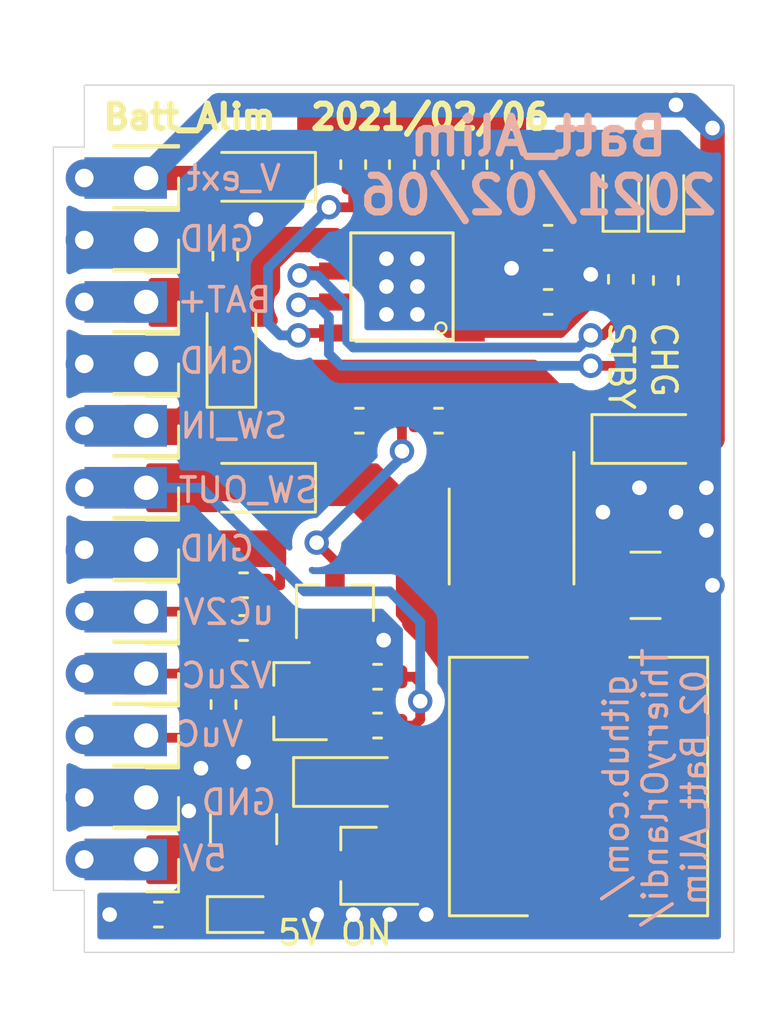
<source format=kicad_pcb>
(kicad_pcb (version 20171130) (host pcbnew "(5.1.6)-1")

  (general
    (thickness 1.6)
    (drawings 58)
    (tracks 338)
    (zones 0)
    (modules 45)
    (nets 24)
  )

  (page A4)
  (layers
    (0 F.Cu signal)
    (31 B.Cu signal)
    (32 B.Adhes user hide)
    (33 F.Adhes user hide)
    (34 B.Paste user hide)
    (35 F.Paste user hide)
    (36 B.SilkS user)
    (37 F.SilkS user)
    (38 B.Mask user hide)
    (39 F.Mask user hide)
    (40 Dwgs.User user hide)
    (41 Cmts.User user hide)
    (42 Eco1.User user hide)
    (43 Eco2.User user hide)
    (44 Edge.Cuts user)
    (45 Margin user hide)
    (46 B.CrtYd user hide)
    (47 F.CrtYd user)
    (48 B.Fab user hide)
    (49 F.Fab user hide)
  )

  (setup
    (last_trace_width 0.4)
    (trace_clearance 0.2)
    (zone_clearance 0.508)
    (zone_45_only no)
    (trace_min 0.2)
    (via_size 1)
    (via_drill 0.6)
    (via_min_size 0.4)
    (via_min_drill 0.3)
    (uvia_size 0.3)
    (uvia_drill 0.1)
    (uvias_allowed no)
    (uvia_min_size 0.2)
    (uvia_min_drill 0.1)
    (edge_width 0.05)
    (segment_width 0.2)
    (pcb_text_width 0.3)
    (pcb_text_size 1.5 1.5)
    (mod_edge_width 0.12)
    (mod_text_size 1 1)
    (mod_text_width 0.15)
    (pad_size 8.5 8.5)
    (pad_drill 4.3)
    (pad_to_mask_clearance 0.05)
    (aux_axis_origin 0 0)
    (grid_origin 104.14 78.74)
    (visible_elements 7FFFFF7F)
    (pcbplotparams
      (layerselection 0x310fc_ffffffff)
      (usegerberextensions false)
      (usegerberattributes true)
      (usegerberadvancedattributes true)
      (creategerberjobfile false)
      (excludeedgelayer false)
      (linewidth 0.100000)
      (plotframeref false)
      (viasonmask false)
      (mode 1)
      (useauxorigin true)
      (hpglpennumber 1)
      (hpglpenspeed 20)
      (hpglpendiameter 15.000000)
      (psnegative false)
      (psa4output false)
      (plotreference true)
      (plotvalue true)
      (plotinvisibletext false)
      (padsonsilk true)
      (subtractmaskfromsilk false)
      (outputformat 1)
      (mirror false)
      (drillshape 0)
      (scaleselection 1)
      (outputdirectory "gerbers/"))
  )

  (net 0 "")
  (net 1 GND)
  (net 2 5V)
  (net 3 V_chg)
  (net 4 V_BAT+)
  (net 5 V_OUT)
  (net 6 SWITCH_OUT)
  (net 7 "Net-(D2-Pad1)")
  (net 8 "Net-(D3-Pad1)")
  (net 9 V_ext)
  (net 10 SWITCH_IN)
  (net 11 "Net-(D6-Pad1)")
  (net 12 "Net-(IC1-Pad7)")
  (net 13 "Net-(IC1-Pad6)")
  (net 14 "Net-(IC1-Pad2)")
  (net 15 V_uC)
  (net 16 V_2_uC)
  (net 17 uC_2_V)
  (net 18 "Net-(Q1-Pad4)")
  (net 19 "Net-(Q2-Pad1)")
  (net 20 /LX)
  (net 21 "Net-(Q3-Pad1)")
  (net 22 "Net-(Q3-Pad3)")
  (net 23 /V_ext_p)

  (net_class Default "This is the default net class."
    (clearance 0.2)
    (trace_width 0.4)
    (via_dia 1)
    (via_drill 0.6)
    (uvia_dia 0.3)
    (uvia_drill 0.1)
    (add_net /LX)
    (add_net /V_ext_p)
    (add_net 5V)
    (add_net GND)
    (add_net "Net-(D2-Pad1)")
    (add_net "Net-(D3-Pad1)")
    (add_net "Net-(D6-Pad1)")
    (add_net "Net-(IC1-Pad2)")
    (add_net "Net-(IC1-Pad6)")
    (add_net "Net-(IC1-Pad7)")
    (add_net "Net-(Q1-Pad4)")
    (add_net "Net-(Q2-Pad1)")
    (add_net "Net-(Q3-Pad1)")
    (add_net "Net-(Q3-Pad3)")
    (add_net SWITCH_OUT)
    (add_net V_2_uC)
    (add_net V_chg)
    (add_net V_uC)
    (add_net uC_2_V)
  )

  (net_class demi-gros ""
    (clearance 0.3)
    (trace_width 0.5)
    (via_dia 1)
    (via_drill 0.6)
    (uvia_dia 0.3)
    (uvia_drill 0.1)
  )

  (net_class gros ""
    (clearance 0.3)
    (trace_width 1)
    (via_dia 1)
    (via_drill 0.6)
    (uvia_dia 0.3)
    (uvia_drill 0.1)
    (add_net SWITCH_IN)
    (add_net V_BAT+)
    (add_net V_OUT)
    (add_net V_ext)
  )

  (module Package_TO_SOT_SMD:SOT-23_Handsoldering (layer F.Cu) (tedit 5A0AB76C) (tstamp 5FD69570)
    (at 112.89 94.24 180)
    (descr "SOT-23, Handsoldering")
    (tags SOT-23)
    (path /5FD912E5)
    (attr smd)
    (fp_text reference U1 (at 0 -2.5) (layer F.SilkS) hide
      (effects (font (size 1 1) (thickness 0.15)))
    )
    (fp_text value ME2108A50M3 (at 0 2.5) (layer F.Fab)
      (effects (font (size 1 1) (thickness 0.15)))
    )
    (fp_line (start 0.76 1.58) (end 0.76 0.65) (layer F.SilkS) (width 0.12))
    (fp_line (start 0.76 -1.58) (end 0.76 -0.65) (layer F.SilkS) (width 0.12))
    (fp_line (start -2.7 -1.75) (end 2.7 -1.75) (layer F.CrtYd) (width 0.05))
    (fp_line (start 2.7 -1.75) (end 2.7 1.75) (layer F.CrtYd) (width 0.05))
    (fp_line (start 2.7 1.75) (end -2.7 1.75) (layer F.CrtYd) (width 0.05))
    (fp_line (start -2.7 1.75) (end -2.7 -1.75) (layer F.CrtYd) (width 0.05))
    (fp_line (start 0.76 -1.58) (end -2.4 -1.58) (layer F.SilkS) (width 0.12))
    (fp_line (start -0.7 -0.95) (end -0.7 1.5) (layer F.Fab) (width 0.1))
    (fp_line (start -0.15 -1.52) (end 0.7 -1.52) (layer F.Fab) (width 0.1))
    (fp_line (start -0.7 -0.95) (end -0.15 -1.52) (layer F.Fab) (width 0.1))
    (fp_line (start 0.7 -1.52) (end 0.7 1.52) (layer F.Fab) (width 0.1))
    (fp_line (start -0.7 1.52) (end 0.7 1.52) (layer F.Fab) (width 0.1))
    (fp_line (start 0.76 1.58) (end -0.7 1.58) (layer F.SilkS) (width 0.12))
    (fp_text user %R (at 0 0 90) (layer F.Fab)
      (effects (font (size 0.5 0.5) (thickness 0.075)))
    )
    (pad 3 smd rect (at 1.5 0 180) (size 1.9 0.8) (layers F.Cu F.Paste F.Mask)
      (net 2 5V))
    (pad 2 smd rect (at -1.5 0.95 180) (size 1.9 0.8) (layers F.Cu F.Paste F.Mask)
      (net 20 /LX))
    (pad 1 smd rect (at -1.5 -0.95 180) (size 1.9 0.8) (layers F.Cu F.Paste F.Mask)
      (net 1 GND))
    (model ${KISYS3DMOD}/Package_TO_SOT_SMD.3dshapes/SOT-23.wrl
      (at (xyz 0 0 0))
      (scale (xyz 1 1 1))
      (rotate (xyz 0 0 0))
    )
  )

  (module Package_SO:SOIC-8_3.9x4.9mm_P1.27mm (layer F.Cu) (tedit 5D9F72B1) (tstamp 5FD693F3)
    (at 119.14 80.74 270)
    (descr "SOIC, 8 Pin (JEDEC MS-012AA, https://www.analog.com/media/en/package-pcb-resources/package/pkg_pdf/soic_narrow-r/r_8.pdf), generated with kicad-footprint-generator ipc_gullwing_generator.py")
    (tags "SOIC SO")
    (path /5FD642BD)
    (attr smd)
    (fp_text reference Q1 (at 0 3.81 90) (layer F.SilkS) hide
      (effects (font (size 1 1) (thickness 0.15)))
    )
    (fp_text value AO4407A (at 0 3.4 90) (layer F.Fab)
      (effects (font (size 1 1) (thickness 0.15)))
    )
    (fp_line (start 0 2.56) (end 1.95 2.56) (layer F.SilkS) (width 0.12))
    (fp_line (start 0 2.56) (end -1.95 2.56) (layer F.SilkS) (width 0.12))
    (fp_line (start 0 -2.56) (end 1.95 -2.56) (layer F.SilkS) (width 0.12))
    (fp_line (start 0 -2.56) (end -3.45 -2.56) (layer F.SilkS) (width 0.12))
    (fp_line (start -0.975 -2.45) (end 1.95 -2.45) (layer F.Fab) (width 0.1))
    (fp_line (start 1.95 -2.45) (end 1.95 2.45) (layer F.Fab) (width 0.1))
    (fp_line (start 1.95 2.45) (end -1.95 2.45) (layer F.Fab) (width 0.1))
    (fp_line (start -1.95 2.45) (end -1.95 -1.475) (layer F.Fab) (width 0.1))
    (fp_line (start -1.95 -1.475) (end -0.975 -2.45) (layer F.Fab) (width 0.1))
    (fp_line (start -3.7 -2.7) (end -3.7 2.7) (layer F.CrtYd) (width 0.05))
    (fp_line (start -3.7 2.7) (end 3.7 2.7) (layer F.CrtYd) (width 0.05))
    (fp_line (start 3.7 2.7) (end 3.7 -2.7) (layer F.CrtYd) (width 0.05))
    (fp_line (start 3.7 -2.7) (end -3.7 -2.7) (layer F.CrtYd) (width 0.05))
    (fp_text user %R (at 0 0 90) (layer F.Fab)
      (effects (font (size 0.98 0.98) (thickness 0.15)))
    )
    (pad 8 smd roundrect (at 2.475 -1.905 270) (size 1.95 0.6) (layers F.Cu F.Paste F.Mask) (roundrect_rratio 0.25)
      (net 5 V_OUT))
    (pad 7 smd roundrect (at 2.475 -0.635 270) (size 1.95 0.6) (layers F.Cu F.Paste F.Mask) (roundrect_rratio 0.25)
      (net 5 V_OUT))
    (pad 6 smd roundrect (at 2.475 0.635 270) (size 1.95 0.6) (layers F.Cu F.Paste F.Mask) (roundrect_rratio 0.25)
      (net 5 V_OUT))
    (pad 5 smd roundrect (at 2.475 1.905 270) (size 1.95 0.6) (layers F.Cu F.Paste F.Mask) (roundrect_rratio 0.25)
      (net 5 V_OUT))
    (pad 4 smd roundrect (at -2.475 1.905 270) (size 1.95 0.6) (layers F.Cu F.Paste F.Mask) (roundrect_rratio 0.25)
      (net 18 "Net-(Q1-Pad4)"))
    (pad 3 smd roundrect (at -2.475 0.635 270) (size 1.95 0.6) (layers F.Cu F.Paste F.Mask) (roundrect_rratio 0.25)
      (net 10 SWITCH_IN))
    (pad 2 smd roundrect (at -2.475 -0.635 270) (size 1.95 0.6) (layers F.Cu F.Paste F.Mask) (roundrect_rratio 0.25)
      (net 10 SWITCH_IN))
    (pad 1 smd roundrect (at -2.475 -1.905 270) (size 1.95 0.6) (layers F.Cu F.Paste F.Mask) (roundrect_rratio 0.25)
      (net 10 SWITCH_IN))
    (model ${KISYS3DMOD}/Package_SO.3dshapes/SOIC-8_3.9x4.9mm_P1.27mm.wrl
      (at (xyz 0 0 0))
      (scale (xyz 1 1 1))
      (rotate (xyz 0 0 0))
    )
  )

  (module Chimere:Castellated_conn (layer F.Cu) (tedit 5FD68FCB) (tstamp 5FD6935C)
    (at 104.14 81.28 180)
    (descr "Through hole straight pin header, 1x01, 2.54mm pitch, single row + castellated hole")
    (tags "Through hole pin header THT 1x01 2.54mm single row castellated hole")
    (path /5FDB0861)
    (fp_text reference J8 (at -3.175 0) (layer F.SilkS) hide
      (effects (font (size 1 1) (thickness 0.15)))
    )
    (fp_text value Conn_01x01 (at 0 3.81) (layer F.Fab)
      (effects (font (size 1 1) (thickness 0.15)))
    )
    (fp_line (start 2.54 -1.905) (end 2.54 1.905) (layer F.Fab) (width 0.12))
    (fp_line (start -0.635 -1.27) (end 2.54 -1.27) (layer F.Fab) (width 0.1))
    (fp_line (start 2.54 1.27) (end 1.27 1.27) (layer F.Fab) (width 0.1))
    (fp_line (start 1.27 1.27) (end -1.27 1.27) (layer F.Fab) (width 0.1))
    (fp_line (start -1.27 1.27) (end -1.27 -0.635) (layer F.Fab) (width 0.1))
    (fp_line (start -1.27 -0.635) (end -0.635 -1.27) (layer F.Fab) (width 0.1))
    (fp_line (start -1.33 1.33) (end 1.33 1.33) (layer F.SilkS) (width 0.12))
    (fp_line (start -1.33 1.27) (end -1.33 1.33) (layer F.SilkS) (width 0.12))
    (fp_line (start 1.33 1.27) (end 1.33 1.33) (layer F.SilkS) (width 0.12))
    (fp_line (start -1.33 1.27) (end 1.33 1.27) (layer F.SilkS) (width 0.12))
    (fp_line (start -1.33 0) (end -1.33 -1.33) (layer F.SilkS) (width 0.12))
    (fp_line (start -1.33 -1.33) (end 0 -1.33) (layer F.SilkS) (width 0.12))
    (fp_line (start -1.8 -1.27) (end -1.8 1.27) (layer F.CrtYd) (width 0.05))
    (fp_line (start -1.8 1.27) (end 3.81 1.27) (layer F.CrtYd) (width 0.05))
    (fp_line (start 3.81 1.27) (end 3.81 -1.27) (layer F.CrtYd) (width 0.05))
    (fp_line (start 3.81 -1.27) (end -1.8 -1.27) (layer F.CrtYd) (width 0.05))
    (fp_text user %R (at 0 0 90) (layer F.Fab)
      (effects (font (size 1 1) (thickness 0.15)))
    )
    (pad 1 smd rect (at 1.27 0 180) (size 2.524 1.7) (layers B.Cu F.Paste F.Mask)
      (net 1 GND))
    (pad 1 smd rect (at 1.27 0 180) (size 2.524 1.7) (layers F.Cu F.Paste F.Mask)
      (net 1 GND))
    (pad 1 thru_hole circle (at 2.54 0 180) (size 1.524 1.524) (drill 0.762) (layers *.Cu *.Mask)
      (net 1 GND))
    (pad 1 thru_hole rect (at 0 0 180) (size 1.7 1.7) (drill 1) (layers *.Cu *.Mask)
      (net 1 GND))
    (model ${KISYS3DMOD}/Connector_PinHeader_2.54mm.3dshapes/PinHeader_1x01_P2.54mm_Vertical.wrl
      (at (xyz 0 0 0))
      (scale (xyz 1 1 1))
      (rotate (xyz 0 0 0))
    )
  )

  (module Chimere:Castellated_conn (layer F.Cu) (tedit 5FD68FCB) (tstamp 5FD693A7)
    (at 104.14 78.74 180)
    (descr "Through hole straight pin header, 1x01, 2.54mm pitch, single row + castellated hole")
    (tags "Through hole pin header THT 1x01 2.54mm single row castellated hole")
    (path /5FE35B44)
    (fp_text reference J11 (at -3.175 0) (layer F.SilkS) hide
      (effects (font (size 1 1) (thickness 0.15)))
    )
    (fp_text value Conn_01x01 (at 0 3.81) (layer F.Fab)
      (effects (font (size 1 1) (thickness 0.15)))
    )
    (fp_line (start 2.54 -1.905) (end 2.54 1.905) (layer F.Fab) (width 0.12))
    (fp_line (start -0.635 -1.27) (end 2.54 -1.27) (layer F.Fab) (width 0.1))
    (fp_line (start 2.54 1.27) (end 1.27 1.27) (layer F.Fab) (width 0.1))
    (fp_line (start 1.27 1.27) (end -1.27 1.27) (layer F.Fab) (width 0.1))
    (fp_line (start -1.27 1.27) (end -1.27 -0.635) (layer F.Fab) (width 0.1))
    (fp_line (start -1.27 -0.635) (end -0.635 -1.27) (layer F.Fab) (width 0.1))
    (fp_line (start -1.33 1.33) (end 1.33 1.33) (layer F.SilkS) (width 0.12))
    (fp_line (start -1.33 1.27) (end -1.33 1.33) (layer F.SilkS) (width 0.12))
    (fp_line (start 1.33 1.27) (end 1.33 1.33) (layer F.SilkS) (width 0.12))
    (fp_line (start -1.33 1.27) (end 1.33 1.27) (layer F.SilkS) (width 0.12))
    (fp_line (start -1.33 0) (end -1.33 -1.33) (layer F.SilkS) (width 0.12))
    (fp_line (start -1.33 -1.33) (end 0 -1.33) (layer F.SilkS) (width 0.12))
    (fp_line (start -1.8 -1.27) (end -1.8 1.27) (layer F.CrtYd) (width 0.05))
    (fp_line (start -1.8 1.27) (end 3.81 1.27) (layer F.CrtYd) (width 0.05))
    (fp_line (start 3.81 1.27) (end 3.81 -1.27) (layer F.CrtYd) (width 0.05))
    (fp_line (start 3.81 -1.27) (end -1.8 -1.27) (layer F.CrtYd) (width 0.05))
    (fp_text user %R (at 0 0 90) (layer F.Fab)
      (effects (font (size 1 1) (thickness 0.15)))
    )
    (pad 1 smd rect (at 1.27 0 180) (size 2.524 1.7) (layers B.Cu F.Paste F.Mask)
      (net 6 SWITCH_OUT))
    (pad 1 smd rect (at 1.27 0 180) (size 2.524 1.7) (layers F.Cu F.Paste F.Mask)
      (net 6 SWITCH_OUT))
    (pad 1 thru_hole circle (at 2.54 0 180) (size 1.524 1.524) (drill 0.762) (layers *.Cu *.Mask)
      (net 6 SWITCH_OUT))
    (pad 1 thru_hole rect (at 0 0 180) (size 1.7 1.7) (drill 1) (layers *.Cu *.Mask)
      (net 6 SWITCH_OUT))
    (model ${KISYS3DMOD}/Connector_PinHeader_2.54mm.3dshapes/PinHeader_1x01_P2.54mm_Vertical.wrl
      (at (xyz 0 0 0))
      (scale (xyz 1 1 1))
      (rotate (xyz 0 0 0))
    )
  )

  (module Capacitor_SMD:C_0603_1608Metric (layer F.Cu) (tedit 5B301BBE) (tstamp 5FD6919E)
    (at 120.64 68.49)
    (descr "Capacitor SMD 0603 (1608 Metric), square (rectangular) end terminal, IPC_7351 nominal, (Body size source: http://www.tortai-tech.com/upload/download/2011102023233369053.pdf), generated with kicad-footprint-generator")
    (tags capacitor)
    (path /5FD864DB)
    (attr smd)
    (fp_text reference C1 (at -2.54 0) (layer F.SilkS) hide
      (effects (font (size 1 1) (thickness 0.15)))
    )
    (fp_text value 10uF (at 0 1.43) (layer F.Fab)
      (effects (font (size 1 1) (thickness 0.15)))
    )
    (fp_line (start -0.8 0.4) (end -0.8 -0.4) (layer F.Fab) (width 0.1))
    (fp_line (start -0.8 -0.4) (end 0.8 -0.4) (layer F.Fab) (width 0.1))
    (fp_line (start 0.8 -0.4) (end 0.8 0.4) (layer F.Fab) (width 0.1))
    (fp_line (start 0.8 0.4) (end -0.8 0.4) (layer F.Fab) (width 0.1))
    (fp_line (start -0.162779 -0.51) (end 0.162779 -0.51) (layer F.SilkS) (width 0.12))
    (fp_line (start -0.162779 0.51) (end 0.162779 0.51) (layer F.SilkS) (width 0.12))
    (fp_line (start -1.48 0.73) (end -1.48 -0.73) (layer F.CrtYd) (width 0.05))
    (fp_line (start -1.48 -0.73) (end 1.48 -0.73) (layer F.CrtYd) (width 0.05))
    (fp_line (start 1.48 -0.73) (end 1.48 0.73) (layer F.CrtYd) (width 0.05))
    (fp_line (start 1.48 0.73) (end -1.48 0.73) (layer F.CrtYd) (width 0.05))
    (fp_text user %R (at 0 0) (layer F.Fab)
      (effects (font (size 0.4 0.4) (thickness 0.06)))
    )
    (pad 2 smd roundrect (at 0.7875 0) (size 0.875 0.95) (layers F.Cu F.Paste F.Mask) (roundrect_rratio 0.25)
      (net 1 GND))
    (pad 1 smd roundrect (at -0.7875 0) (size 0.875 0.95) (layers F.Cu F.Paste F.Mask) (roundrect_rratio 0.25)
      (net 3 V_chg))
    (model ${KISYS3DMOD}/Capacitor_SMD.3dshapes/C_0603_1608Metric.wrl
      (at (xyz 0 0 0))
      (scale (xyz 1 1 1))
      (rotate (xyz 0 0 0))
    )
  )

  (module Capacitor_SMD:C_0603_1608Metric (layer F.Cu) (tedit 5B301BBE) (tstamp 5FD691AF)
    (at 107.39 69.24 270)
    (descr "Capacitor SMD 0603 (1608 Metric), square (rectangular) end terminal, IPC_7351 nominal, (Body size source: http://www.tortai-tech.com/upload/download/2011102023233369053.pdf), generated with kicad-footprint-generator")
    (tags capacitor)
    (path /5FD988B0)
    (attr smd)
    (fp_text reference C2 (at -3.175 0 90) (layer F.SilkS) hide
      (effects (font (size 1 1) (thickness 0.15)))
    )
    (fp_text value 10uF (at 0 1.43 90) (layer F.Fab)
      (effects (font (size 1 1) (thickness 0.15)))
    )
    (fp_line (start -0.8 0.4) (end -0.8 -0.4) (layer F.Fab) (width 0.1))
    (fp_line (start -0.8 -0.4) (end 0.8 -0.4) (layer F.Fab) (width 0.1))
    (fp_line (start 0.8 -0.4) (end 0.8 0.4) (layer F.Fab) (width 0.1))
    (fp_line (start 0.8 0.4) (end -0.8 0.4) (layer F.Fab) (width 0.1))
    (fp_line (start -0.162779 -0.51) (end 0.162779 -0.51) (layer F.SilkS) (width 0.12))
    (fp_line (start -0.162779 0.51) (end 0.162779 0.51) (layer F.SilkS) (width 0.12))
    (fp_line (start -1.48 0.73) (end -1.48 -0.73) (layer F.CrtYd) (width 0.05))
    (fp_line (start -1.48 -0.73) (end 1.48 -0.73) (layer F.CrtYd) (width 0.05))
    (fp_line (start 1.48 -0.73) (end 1.48 0.73) (layer F.CrtYd) (width 0.05))
    (fp_line (start 1.48 0.73) (end -1.48 0.73) (layer F.CrtYd) (width 0.05))
    (fp_text user %R (at 0 0 90) (layer F.Fab)
      (effects (font (size 0.4 0.4) (thickness 0.06)))
    )
    (pad 2 smd roundrect (at 0.7875 0 270) (size 0.875 0.95) (layers F.Cu F.Paste F.Mask) (roundrect_rratio 0.25)
      (net 4 V_BAT+))
    (pad 1 smd roundrect (at -0.7875 0 270) (size 0.875 0.95) (layers F.Cu F.Paste F.Mask) (roundrect_rratio 0.25)
      (net 1 GND))
    (model ${KISYS3DMOD}/Capacitor_SMD.3dshapes/C_0603_1608Metric.wrl
      (at (xyz 0 0 0))
      (scale (xyz 1 1 1))
      (rotate (xyz 0 0 0))
    )
  )

  (module Capacitor_SMD:C_1210_3225Metric (layer F.Cu) (tedit 5B301BBE) (tstamp 5FD691C0)
    (at 108.14 92.74 90)
    (descr "Capacitor SMD 1210 (3225 Metric), square (rectangular) end terminal, IPC_7351 nominal, (Body size source: http://www.tortai-tech.com/upload/download/2011102023233369053.pdf), generated with kicad-footprint-generator")
    (tags capacitor)
    (path /5FE15917)
    (attr smd)
    (fp_text reference C3 (at 0 -2.28 90) (layer F.SilkS) hide
      (effects (font (size 1 1) (thickness 0.15)))
    )
    (fp_text value 47uF (at 0 2.28 90) (layer F.Fab)
      (effects (font (size 1 1) (thickness 0.15)))
    )
    (fp_line (start -1.6 1.25) (end -1.6 -1.25) (layer F.Fab) (width 0.1))
    (fp_line (start -1.6 -1.25) (end 1.6 -1.25) (layer F.Fab) (width 0.1))
    (fp_line (start 1.6 -1.25) (end 1.6 1.25) (layer F.Fab) (width 0.1))
    (fp_line (start 1.6 1.25) (end -1.6 1.25) (layer F.Fab) (width 0.1))
    (fp_line (start -0.602064 -1.36) (end 0.602064 -1.36) (layer F.SilkS) (width 0.12))
    (fp_line (start -0.602064 1.36) (end 0.602064 1.36) (layer F.SilkS) (width 0.12))
    (fp_line (start -2.28 1.58) (end -2.28 -1.58) (layer F.CrtYd) (width 0.05))
    (fp_line (start -2.28 -1.58) (end 2.28 -1.58) (layer F.CrtYd) (width 0.05))
    (fp_line (start 2.28 -1.58) (end 2.28 1.58) (layer F.CrtYd) (width 0.05))
    (fp_line (start 2.28 1.58) (end -2.28 1.58) (layer F.CrtYd) (width 0.05))
    (fp_text user %R (at 0 0 90) (layer F.Fab)
      (effects (font (size 0.8 0.8) (thickness 0.12)))
    )
    (pad 2 smd roundrect (at 1.4 0 90) (size 1.25 2.65) (layers F.Cu F.Paste F.Mask) (roundrect_rratio 0.2)
      (net 1 GND))
    (pad 1 smd roundrect (at -1.4 0 90) (size 1.25 2.65) (layers F.Cu F.Paste F.Mask) (roundrect_rratio 0.2)
      (net 2 5V))
    (model ${KISYS3DMOD}/Capacitor_SMD.3dshapes/C_1210_3225Metric.wrl
      (at (xyz 0 0 0))
      (scale (xyz 1 1 1))
      (rotate (xyz 0 0 0))
    )
  )

  (module Capacitor_SMD:C_1210_3225Metric (layer F.Cu) (tedit 5B301BBE) (tstamp 5FD691D1)
    (at 124.64 82.74)
    (descr "Capacitor SMD 1210 (3225 Metric), square (rectangular) end terminal, IPC_7351 nominal, (Body size source: http://www.tortai-tech.com/upload/download/2011102023233369053.pdf), generated with kicad-footprint-generator")
    (tags capacitor)
    (path /5FE055E7)
    (attr smd)
    (fp_text reference C4 (at -3.81 0) (layer F.SilkS) hide
      (effects (font (size 1 1) (thickness 0.15)))
    )
    (fp_text value 47uF (at 0 2.28) (layer F.Fab)
      (effects (font (size 1 1) (thickness 0.15)))
    )
    (fp_line (start -1.6 1.25) (end -1.6 -1.25) (layer F.Fab) (width 0.1))
    (fp_line (start -1.6 -1.25) (end 1.6 -1.25) (layer F.Fab) (width 0.1))
    (fp_line (start 1.6 -1.25) (end 1.6 1.25) (layer F.Fab) (width 0.1))
    (fp_line (start 1.6 1.25) (end -1.6 1.25) (layer F.Fab) (width 0.1))
    (fp_line (start -0.602064 -1.36) (end 0.602064 -1.36) (layer F.SilkS) (width 0.12))
    (fp_line (start -0.602064 1.36) (end 0.602064 1.36) (layer F.SilkS) (width 0.12))
    (fp_line (start -2.28 1.58) (end -2.28 -1.58) (layer F.CrtYd) (width 0.05))
    (fp_line (start -2.28 -1.58) (end 2.28 -1.58) (layer F.CrtYd) (width 0.05))
    (fp_line (start 2.28 -1.58) (end 2.28 1.58) (layer F.CrtYd) (width 0.05))
    (fp_line (start 2.28 1.58) (end -2.28 1.58) (layer F.CrtYd) (width 0.05))
    (fp_text user %R (at 0 0) (layer F.Fab)
      (effects (font (size 0.8 0.8) (thickness 0.12)))
    )
    (pad 2 smd roundrect (at 1.4 0) (size 1.25 2.65) (layers F.Cu F.Paste F.Mask) (roundrect_rratio 0.2)
      (net 1 GND))
    (pad 1 smd roundrect (at -1.4 0) (size 1.25 2.65) (layers F.Cu F.Paste F.Mask) (roundrect_rratio 0.2)
      (net 5 V_OUT))
    (model ${KISYS3DMOD}/Capacitor_SMD.3dshapes/C_1210_3225Metric.wrl
      (at (xyz 0 0 0))
      (scale (xyz 1 1 1))
      (rotate (xyz 0 0 0))
    )
  )

  (module Diode_SMD:D_0603_1608Metric (layer F.Cu) (tedit 5B301BBE) (tstamp 5FD6920E)
    (at 125.475 66.74 90)
    (descr "Diode SMD 0603 (1608 Metric), square (rectangular) end terminal, IPC_7351 nominal, (Body size source: http://www.tortai-tech.com/upload/download/2011102023233369053.pdf), generated with kicad-footprint-generator")
    (tags diode)
    (path /5FD8E60A)
    (attr smd)
    (fp_text reference D2 (at 0 -1.43 90) (layer F.SilkS) hide
      (effects (font (size 1 1) (thickness 0.15)))
    )
    (fp_text value LED (at 0 1.43 90) (layer F.Fab)
      (effects (font (size 1 1) (thickness 0.15)))
    )
    (fp_line (start 0.8 -0.4) (end -0.5 -0.4) (layer F.Fab) (width 0.1))
    (fp_line (start -0.5 -0.4) (end -0.8 -0.1) (layer F.Fab) (width 0.1))
    (fp_line (start -0.8 -0.1) (end -0.8 0.4) (layer F.Fab) (width 0.1))
    (fp_line (start -0.8 0.4) (end 0.8 0.4) (layer F.Fab) (width 0.1))
    (fp_line (start 0.8 0.4) (end 0.8 -0.4) (layer F.Fab) (width 0.1))
    (fp_line (start 0.8 -0.735) (end -1.485 -0.735) (layer F.SilkS) (width 0.12))
    (fp_line (start -1.485 -0.735) (end -1.485 0.735) (layer F.SilkS) (width 0.12))
    (fp_line (start -1.485 0.735) (end 0.8 0.735) (layer F.SilkS) (width 0.12))
    (fp_line (start -1.48 0.73) (end -1.48 -0.73) (layer F.CrtYd) (width 0.05))
    (fp_line (start -1.48 -0.73) (end 1.48 -0.73) (layer F.CrtYd) (width 0.05))
    (fp_line (start 1.48 -0.73) (end 1.48 0.73) (layer F.CrtYd) (width 0.05))
    (fp_line (start 1.48 0.73) (end -1.48 0.73) (layer F.CrtYd) (width 0.05))
    (fp_text user %R (at 0 0 90) (layer F.Fab)
      (effects (font (size 0.4 0.4) (thickness 0.06)))
    )
    (pad 2 smd roundrect (at 0.7875 0 90) (size 0.875 0.95) (layers F.Cu F.Paste F.Mask) (roundrect_rratio 0.25)
      (net 3 V_chg))
    (pad 1 smd roundrect (at -0.7875 0 90) (size 0.875 0.95) (layers F.Cu F.Paste F.Mask) (roundrect_rratio 0.25)
      (net 7 "Net-(D2-Pad1)"))
    (model ${KISYS3DMOD}/Diode_SMD.3dshapes/D_0603_1608Metric.wrl
      (at (xyz 0 0 0))
      (scale (xyz 1 1 1))
      (rotate (xyz 0 0 0))
    )
  )

  (module Diode_SMD:D_0603_1608Metric (layer F.Cu) (tedit 5B301BBE) (tstamp 5FD69221)
    (at 123.63 66.74 90)
    (descr "Diode SMD 0603 (1608 Metric), square (rectangular) end terminal, IPC_7351 nominal, (Body size source: http://www.tortai-tech.com/upload/download/2011102023233369053.pdf), generated with kicad-footprint-generator")
    (tags diode)
    (path /5FD8F47D)
    (attr smd)
    (fp_text reference D3 (at 2.54 0 90) (layer F.SilkS) hide
      (effects (font (size 1 1) (thickness 0.15)))
    )
    (fp_text value LED (at 0 1.43 90) (layer F.Fab)
      (effects (font (size 1 1) (thickness 0.15)))
    )
    (fp_line (start 0.8 -0.4) (end -0.5 -0.4) (layer F.Fab) (width 0.1))
    (fp_line (start -0.5 -0.4) (end -0.8 -0.1) (layer F.Fab) (width 0.1))
    (fp_line (start -0.8 -0.1) (end -0.8 0.4) (layer F.Fab) (width 0.1))
    (fp_line (start -0.8 0.4) (end 0.8 0.4) (layer F.Fab) (width 0.1))
    (fp_line (start 0.8 0.4) (end 0.8 -0.4) (layer F.Fab) (width 0.1))
    (fp_line (start 0.8 -0.735) (end -1.485 -0.735) (layer F.SilkS) (width 0.12))
    (fp_line (start -1.485 -0.735) (end -1.485 0.735) (layer F.SilkS) (width 0.12))
    (fp_line (start -1.485 0.735) (end 0.8 0.735) (layer F.SilkS) (width 0.12))
    (fp_line (start -1.48 0.73) (end -1.48 -0.73) (layer F.CrtYd) (width 0.05))
    (fp_line (start -1.48 -0.73) (end 1.48 -0.73) (layer F.CrtYd) (width 0.05))
    (fp_line (start 1.48 -0.73) (end 1.48 0.73) (layer F.CrtYd) (width 0.05))
    (fp_line (start 1.48 0.73) (end -1.48 0.73) (layer F.CrtYd) (width 0.05))
    (fp_text user %R (at 0 0 90) (layer F.Fab)
      (effects (font (size 0.4 0.4) (thickness 0.06)))
    )
    (pad 2 smd roundrect (at 0.7875 0 90) (size 0.875 0.95) (layers F.Cu F.Paste F.Mask) (roundrect_rratio 0.25)
      (net 3 V_chg))
    (pad 1 smd roundrect (at -0.7875 0 90) (size 0.875 0.95) (layers F.Cu F.Paste F.Mask) (roundrect_rratio 0.25)
      (net 8 "Net-(D3-Pad1)"))
    (model ${KISYS3DMOD}/Diode_SMD.3dshapes/D_0603_1608Metric.wrl
      (at (xyz 0 0 0))
      (scale (xyz 1 1 1))
      (rotate (xyz 0 0 0))
    )
  )

  (module Diode_SMD:D_0603_1608Metric (layer F.Cu) (tedit 5B301BBE) (tstamp 5FD69266)
    (at 108.14 96.24)
    (descr "Diode SMD 0603 (1608 Metric), square (rectangular) end terminal, IPC_7351 nominal, (Body size source: http://www.tortai-tech.com/upload/download/2011102023233369053.pdf), generated with kicad-footprint-generator")
    (tags diode)
    (path /5FDB7451)
    (attr smd)
    (fp_text reference D6 (at 0 -1.43) (layer F.SilkS) hide
      (effects (font (size 1 1) (thickness 0.15)))
    )
    (fp_text value LED (at 0 1.43) (layer F.Fab)
      (effects (font (size 1 1) (thickness 0.15)))
    )
    (fp_line (start 0.8 -0.4) (end -0.5 -0.4) (layer F.Fab) (width 0.1))
    (fp_line (start -0.5 -0.4) (end -0.8 -0.1) (layer F.Fab) (width 0.1))
    (fp_line (start -0.8 -0.1) (end -0.8 0.4) (layer F.Fab) (width 0.1))
    (fp_line (start -0.8 0.4) (end 0.8 0.4) (layer F.Fab) (width 0.1))
    (fp_line (start 0.8 0.4) (end 0.8 -0.4) (layer F.Fab) (width 0.1))
    (fp_line (start 0.8 -0.735) (end -1.485 -0.735) (layer F.SilkS) (width 0.12))
    (fp_line (start -1.485 -0.735) (end -1.485 0.735) (layer F.SilkS) (width 0.12))
    (fp_line (start -1.485 0.735) (end 0.8 0.735) (layer F.SilkS) (width 0.12))
    (fp_line (start -1.48 0.73) (end -1.48 -0.73) (layer F.CrtYd) (width 0.05))
    (fp_line (start -1.48 -0.73) (end 1.48 -0.73) (layer F.CrtYd) (width 0.05))
    (fp_line (start 1.48 -0.73) (end 1.48 0.73) (layer F.CrtYd) (width 0.05))
    (fp_line (start 1.48 0.73) (end -1.48 0.73) (layer F.CrtYd) (width 0.05))
    (fp_text user %R (at 0 0) (layer F.Fab)
      (effects (font (size 0.4 0.4) (thickness 0.06)))
    )
    (pad 2 smd roundrect (at 0.7875 0) (size 0.875 0.95) (layers F.Cu F.Paste F.Mask) (roundrect_rratio 0.25)
      (net 2 5V))
    (pad 1 smd roundrect (at -0.7875 0) (size 0.875 0.95) (layers F.Cu F.Paste F.Mask) (roundrect_rratio 0.25)
      (net 11 "Net-(D6-Pad1)"))
    (model ${KISYS3DMOD}/Diode_SMD.3dshapes/D_0603_1608Metric.wrl
      (at (xyz 0 0 0))
      (scale (xyz 1 1 1))
      (rotate (xyz 0 0 0))
    )
  )

  (module Chimere:SOP-8 (layer F.Cu) (tedit 5FD7E8EA) (tstamp 5FD69278)
    (at 114.64 70.49 180)
    (path /5FD80F7F)
    (attr smd)
    (fp_text reference IC1 (at -0.63517 -3.1759) (layer F.SilkS) hide
      (effects (font (size 1.000283 1.000283) (thickness 0.015)))
    )
    (fp_text value TP4056 (at 0 0) (layer F.Fab)
      (effects (font (size 0.787402 0.787402) (thickness 0.015)))
    )
    (fp_circle (center -1.6 -1.7) (end -1.376394 -1.7) (layer F.SilkS) (width 0.1))
    (fp_line (start 2.1 -2.2) (end -2.1 -2.2) (layer F.SilkS) (width 0.127))
    (fp_line (start 2.1 2.2) (end 2.1 -2.2) (layer F.SilkS) (width 0.127))
    (fp_line (start -2.1 2.2) (end 2.1 2.2) (layer F.SilkS) (width 0.127))
    (fp_line (start -2.1 -2.2) (end -2.1 2.2) (layer F.SilkS) (width 0.127))
    (fp_line (start -3.81 -2.54) (end -3.81 2.54) (layer F.CrtYd) (width 0.12))
    (fp_line (start -3.81 2.54) (end 3.81 2.54) (layer F.CrtYd) (width 0.12))
    (fp_line (start 3.81 2.54) (end 3.81 -2.54) (layer F.CrtYd) (width 0.12))
    (fp_line (start 3.81 -2.54) (end -3.81 -2.54) (layer F.CrtYd) (width 0.12))
    (pad 1 smd rect (at 0 0 180) (size 2.2 3.3) (layers B.Cu B.Paste B.Mask)
      (net 1 GND))
    (pad 1 smd rect (at 0 0 180) (size 2.2 3.3) (layers F.Cu F.Paste F.Mask)
      (net 1 GND))
    (pad 1 thru_hole circle (at 0.635 1.143 180) (size 1 1) (drill 0.6) (layers *.Cu *.Mask)
      (net 1 GND))
    (pad 1 thru_hole circle (at 0.635 0 180) (size 1 1) (drill 0.6) (layers *.Cu *.Mask)
      (net 1 GND))
    (pad 1 thru_hole circle (at -0.635 0 180) (size 1 1) (drill 0.6) (layers *.Cu *.Mask)
      (net 1 GND))
    (pad 1 thru_hole circle (at -0.635 1.143 180) (size 1 1) (drill 0.6) (layers *.Cu *.Mask)
      (net 1 GND))
    (pad 1 thru_hole circle (at -0.635 -1.143 180) (size 1 1) (drill 0.6) (layers *.Cu *.Mask)
      (net 1 GND))
    (pad 1 thru_hole circle (at 0.635 -1.143 180) (size 1 1) (drill 0.6) (layers *.Cu *.Mask)
      (net 1 GND))
    (pad 1 smd rect (at 0 0 180) (size 2.2 3.3) (layers F.Cu F.Paste F.Mask)
      (net 1 GND))
    (pad 4 smd rect (at -2.75 1.905 180) (size 1.3 0.7) (layers F.Cu F.Paste F.Mask)
      (net 3 V_chg))
    (pad 3 smd rect (at -2.75 0.635 180) (size 1.3 0.7) (layers F.Cu F.Paste F.Mask)
      (net 1 GND))
    (pad 1 smd rect (at -2.75 -1.905 180) (size 1.3 0.7) (layers F.Cu F.Paste F.Mask)
      (net 1 GND))
    (pad 2 smd rect (at -2.75 -0.635 180) (size 1.3 0.7) (layers F.Cu F.Paste F.Mask)
      (net 14 "Net-(IC1-Pad2)"))
    (pad 5 smd rect (at 2.75 1.905 180) (size 1.3 0.7) (layers F.Cu F.Paste F.Mask)
      (net 4 V_BAT+))
    (pad 6 smd rect (at 2.75 0.635 180) (size 1.3 0.7) (layers F.Cu F.Paste F.Mask)
      (net 13 "Net-(IC1-Pad6)"))
    (pad 8 smd rect (at 2.75 -1.905 180) (size 1.3 0.7) (layers F.Cu F.Paste F.Mask)
      (net 3 V_chg))
    (pad 7 smd rect (at 2.75 -0.635 180) (size 1.3 0.7) (layers F.Cu F.Paste F.Mask)
      (net 12 "Net-(IC1-Pad7)"))
  )

  (module Chimere:Castellated_conn (layer F.Cu) (tedit 5FD68FCB) (tstamp 5FD692AD)
    (at 104.14 66.04 180)
    (descr "Through hole straight pin header, 1x01, 2.54mm pitch, single row + castellated hole")
    (tags "Through hole pin header THT 1x01 2.54mm single row castellated hole")
    (path /5FD9BF62)
    (fp_text reference J1 (at -3.175 0) (layer F.SilkS) hide
      (effects (font (size 1 1) (thickness 0.15)))
    )
    (fp_text value Conn_01x01 (at 0 3.81) (layer F.Fab)
      (effects (font (size 1 1) (thickness 0.15)))
    )
    (fp_line (start 2.54 -1.905) (end 2.54 1.905) (layer F.Fab) (width 0.12))
    (fp_line (start -0.635 -1.27) (end 2.54 -1.27) (layer F.Fab) (width 0.1))
    (fp_line (start 2.54 1.27) (end 1.27 1.27) (layer F.Fab) (width 0.1))
    (fp_line (start 1.27 1.27) (end -1.27 1.27) (layer F.Fab) (width 0.1))
    (fp_line (start -1.27 1.27) (end -1.27 -0.635) (layer F.Fab) (width 0.1))
    (fp_line (start -1.27 -0.635) (end -0.635 -1.27) (layer F.Fab) (width 0.1))
    (fp_line (start -1.33 1.33) (end 1.33 1.33) (layer F.SilkS) (width 0.12))
    (fp_line (start -1.33 1.27) (end -1.33 1.33) (layer F.SilkS) (width 0.12))
    (fp_line (start 1.33 1.27) (end 1.33 1.33) (layer F.SilkS) (width 0.12))
    (fp_line (start -1.33 1.27) (end 1.33 1.27) (layer F.SilkS) (width 0.12))
    (fp_line (start -1.33 0) (end -1.33 -1.33) (layer F.SilkS) (width 0.12))
    (fp_line (start -1.33 -1.33) (end 0 -1.33) (layer F.SilkS) (width 0.12))
    (fp_line (start -1.8 -1.27) (end -1.8 1.27) (layer F.CrtYd) (width 0.05))
    (fp_line (start -1.8 1.27) (end 3.81 1.27) (layer F.CrtYd) (width 0.05))
    (fp_line (start 3.81 1.27) (end 3.81 -1.27) (layer F.CrtYd) (width 0.05))
    (fp_line (start 3.81 -1.27) (end -1.8 -1.27) (layer F.CrtYd) (width 0.05))
    (fp_text user %R (at 0 0 90) (layer F.Fab)
      (effects (font (size 1 1) (thickness 0.15)))
    )
    (pad 1 smd rect (at 1.27 0 180) (size 2.524 1.7) (layers B.Cu F.Paste F.Mask)
      (net 9 V_ext))
    (pad 1 smd rect (at 1.27 0 180) (size 2.524 1.7) (layers F.Cu F.Paste F.Mask)
      (net 9 V_ext))
    (pad 1 thru_hole circle (at 2.54 0 180) (size 1.524 1.524) (drill 0.762) (layers *.Cu *.Mask)
      (net 9 V_ext))
    (pad 1 thru_hole rect (at 0 0 180) (size 1.7 1.7) (drill 1) (layers *.Cu *.Mask)
      (net 9 V_ext))
    (model ${KISYS3DMOD}/Connector_PinHeader_2.54mm.3dshapes/PinHeader_1x01_P2.54mm_Vertical.wrl
      (at (xyz 0 0 0))
      (scale (xyz 1 1 1))
      (rotate (xyz 0 0 0))
    )
  )

  (module Chimere:Castellated_conn (layer F.Cu) (tedit 5FD68FCB) (tstamp 5FD692C6)
    (at 104.14 68.58 180)
    (descr "Through hole straight pin header, 1x01, 2.54mm pitch, single row + castellated hole")
    (tags "Through hole pin header THT 1x01 2.54mm single row castellated hole")
    (path /5FDA107A)
    (fp_text reference J2 (at -3.175 0) (layer F.SilkS) hide
      (effects (font (size 1 1) (thickness 0.15)))
    )
    (fp_text value Conn_01x01 (at 0 3.81) (layer F.Fab)
      (effects (font (size 1 1) (thickness 0.15)))
    )
    (fp_line (start 2.54 -1.905) (end 2.54 1.905) (layer F.Fab) (width 0.12))
    (fp_line (start -0.635 -1.27) (end 2.54 -1.27) (layer F.Fab) (width 0.1))
    (fp_line (start 2.54 1.27) (end 1.27 1.27) (layer F.Fab) (width 0.1))
    (fp_line (start 1.27 1.27) (end -1.27 1.27) (layer F.Fab) (width 0.1))
    (fp_line (start -1.27 1.27) (end -1.27 -0.635) (layer F.Fab) (width 0.1))
    (fp_line (start -1.27 -0.635) (end -0.635 -1.27) (layer F.Fab) (width 0.1))
    (fp_line (start -1.33 1.33) (end 1.33 1.33) (layer F.SilkS) (width 0.12))
    (fp_line (start -1.33 1.27) (end -1.33 1.33) (layer F.SilkS) (width 0.12))
    (fp_line (start 1.33 1.27) (end 1.33 1.33) (layer F.SilkS) (width 0.12))
    (fp_line (start -1.33 1.27) (end 1.33 1.27) (layer F.SilkS) (width 0.12))
    (fp_line (start -1.33 0) (end -1.33 -1.33) (layer F.SilkS) (width 0.12))
    (fp_line (start -1.33 -1.33) (end 0 -1.33) (layer F.SilkS) (width 0.12))
    (fp_line (start -1.8 -1.27) (end -1.8 1.27) (layer F.CrtYd) (width 0.05))
    (fp_line (start -1.8 1.27) (end 3.81 1.27) (layer F.CrtYd) (width 0.05))
    (fp_line (start 3.81 1.27) (end 3.81 -1.27) (layer F.CrtYd) (width 0.05))
    (fp_line (start 3.81 -1.27) (end -1.8 -1.27) (layer F.CrtYd) (width 0.05))
    (fp_text user %R (at 0 0 90) (layer F.Fab)
      (effects (font (size 1 1) (thickness 0.15)))
    )
    (pad 1 smd rect (at 1.27 0 180) (size 2.524 1.7) (layers B.Cu F.Paste F.Mask)
      (net 1 GND))
    (pad 1 smd rect (at 1.27 0 180) (size 2.524 1.7) (layers F.Cu F.Paste F.Mask)
      (net 1 GND))
    (pad 1 thru_hole circle (at 2.54 0 180) (size 1.524 1.524) (drill 0.762) (layers *.Cu *.Mask)
      (net 1 GND))
    (pad 1 thru_hole rect (at 0 0 180) (size 1.7 1.7) (drill 1) (layers *.Cu *.Mask)
      (net 1 GND))
    (model ${KISYS3DMOD}/Connector_PinHeader_2.54mm.3dshapes/PinHeader_1x01_P2.54mm_Vertical.wrl
      (at (xyz 0 0 0))
      (scale (xyz 1 1 1))
      (rotate (xyz 0 0 0))
    )
  )

  (module Chimere:Castellated_conn (layer F.Cu) (tedit 5FD68FCB) (tstamp 5FD692DF)
    (at 104.14 93.98 180)
    (descr "Through hole straight pin header, 1x01, 2.54mm pitch, single row + castellated hole")
    (tags "Through hole pin header THT 1x01 2.54mm single row castellated hole")
    (path /5FDA56A3)
    (fp_text reference J3 (at -3.175 0) (layer F.SilkS) hide
      (effects (font (size 1 1) (thickness 0.15)))
    )
    (fp_text value Conn_01x01 (at 0 3.81) (layer F.Fab)
      (effects (font (size 1 1) (thickness 0.15)))
    )
    (fp_line (start 2.54 -1.905) (end 2.54 1.905) (layer F.Fab) (width 0.12))
    (fp_line (start -0.635 -1.27) (end 2.54 -1.27) (layer F.Fab) (width 0.1))
    (fp_line (start 2.54 1.27) (end 1.27 1.27) (layer F.Fab) (width 0.1))
    (fp_line (start 1.27 1.27) (end -1.27 1.27) (layer F.Fab) (width 0.1))
    (fp_line (start -1.27 1.27) (end -1.27 -0.635) (layer F.Fab) (width 0.1))
    (fp_line (start -1.27 -0.635) (end -0.635 -1.27) (layer F.Fab) (width 0.1))
    (fp_line (start -1.33 1.33) (end 1.33 1.33) (layer F.SilkS) (width 0.12))
    (fp_line (start -1.33 1.27) (end -1.33 1.33) (layer F.SilkS) (width 0.12))
    (fp_line (start 1.33 1.27) (end 1.33 1.33) (layer F.SilkS) (width 0.12))
    (fp_line (start -1.33 1.27) (end 1.33 1.27) (layer F.SilkS) (width 0.12))
    (fp_line (start -1.33 0) (end -1.33 -1.33) (layer F.SilkS) (width 0.12))
    (fp_line (start -1.33 -1.33) (end 0 -1.33) (layer F.SilkS) (width 0.12))
    (fp_line (start -1.8 -1.27) (end -1.8 1.27) (layer F.CrtYd) (width 0.05))
    (fp_line (start -1.8 1.27) (end 3.81 1.27) (layer F.CrtYd) (width 0.05))
    (fp_line (start 3.81 1.27) (end 3.81 -1.27) (layer F.CrtYd) (width 0.05))
    (fp_line (start 3.81 -1.27) (end -1.8 -1.27) (layer F.CrtYd) (width 0.05))
    (fp_text user %R (at 0 0 90) (layer F.Fab)
      (effects (font (size 1 1) (thickness 0.15)))
    )
    (pad 1 smd rect (at 1.27 0 180) (size 2.524 1.7) (layers B.Cu F.Paste F.Mask)
      (net 2 5V))
    (pad 1 smd rect (at 1.27 0 180) (size 2.524 1.7) (layers F.Cu F.Paste F.Mask)
      (net 2 5V))
    (pad 1 thru_hole circle (at 2.54 0 180) (size 1.524 1.524) (drill 0.762) (layers *.Cu *.Mask)
      (net 2 5V))
    (pad 1 thru_hole rect (at 0 0 180) (size 1.7 1.7) (drill 1) (layers *.Cu *.Mask)
      (net 2 5V))
    (model ${KISYS3DMOD}/Connector_PinHeader_2.54mm.3dshapes/PinHeader_1x01_P2.54mm_Vertical.wrl
      (at (xyz 0 0 0))
      (scale (xyz 1 1 1))
      (rotate (xyz 0 0 0))
    )
  )

  (module Chimere:Castellated_conn (layer F.Cu) (tedit 5FD68FCB) (tstamp 5FD692F8)
    (at 104.14 91.44 180)
    (descr "Through hole straight pin header, 1x01, 2.54mm pitch, single row + castellated hole")
    (tags "Through hole pin header THT 1x01 2.54mm single row castellated hole")
    (path /5FDA5A16)
    (fp_text reference J4 (at -3.175 0) (layer F.SilkS) hide
      (effects (font (size 1 1) (thickness 0.15)))
    )
    (fp_text value Conn_01x01 (at 0 3.81) (layer F.Fab)
      (effects (font (size 1 1) (thickness 0.15)))
    )
    (fp_line (start 2.54 -1.905) (end 2.54 1.905) (layer F.Fab) (width 0.12))
    (fp_line (start -0.635 -1.27) (end 2.54 -1.27) (layer F.Fab) (width 0.1))
    (fp_line (start 2.54 1.27) (end 1.27 1.27) (layer F.Fab) (width 0.1))
    (fp_line (start 1.27 1.27) (end -1.27 1.27) (layer F.Fab) (width 0.1))
    (fp_line (start -1.27 1.27) (end -1.27 -0.635) (layer F.Fab) (width 0.1))
    (fp_line (start -1.27 -0.635) (end -0.635 -1.27) (layer F.Fab) (width 0.1))
    (fp_line (start -1.33 1.33) (end 1.33 1.33) (layer F.SilkS) (width 0.12))
    (fp_line (start -1.33 1.27) (end -1.33 1.33) (layer F.SilkS) (width 0.12))
    (fp_line (start 1.33 1.27) (end 1.33 1.33) (layer F.SilkS) (width 0.12))
    (fp_line (start -1.33 1.27) (end 1.33 1.27) (layer F.SilkS) (width 0.12))
    (fp_line (start -1.33 0) (end -1.33 -1.33) (layer F.SilkS) (width 0.12))
    (fp_line (start -1.33 -1.33) (end 0 -1.33) (layer F.SilkS) (width 0.12))
    (fp_line (start -1.8 -1.27) (end -1.8 1.27) (layer F.CrtYd) (width 0.05))
    (fp_line (start -1.8 1.27) (end 3.81 1.27) (layer F.CrtYd) (width 0.05))
    (fp_line (start 3.81 1.27) (end 3.81 -1.27) (layer F.CrtYd) (width 0.05))
    (fp_line (start 3.81 -1.27) (end -1.8 -1.27) (layer F.CrtYd) (width 0.05))
    (fp_text user %R (at 0 0 90) (layer F.Fab)
      (effects (font (size 1 1) (thickness 0.15)))
    )
    (pad 1 smd rect (at 1.27 0 180) (size 2.524 1.7) (layers B.Cu F.Paste F.Mask)
      (net 1 GND))
    (pad 1 smd rect (at 1.27 0 180) (size 2.524 1.7) (layers F.Cu F.Paste F.Mask)
      (net 1 GND))
    (pad 1 thru_hole circle (at 2.54 0 180) (size 1.524 1.524) (drill 0.762) (layers *.Cu *.Mask)
      (net 1 GND))
    (pad 1 thru_hole rect (at 0 0 180) (size 1.7 1.7) (drill 1) (layers *.Cu *.Mask)
      (net 1 GND))
    (model ${KISYS3DMOD}/Connector_PinHeader_2.54mm.3dshapes/PinHeader_1x01_P2.54mm_Vertical.wrl
      (at (xyz 0 0 0))
      (scale (xyz 1 1 1))
      (rotate (xyz 0 0 0))
    )
  )

  (module Chimere:Castellated_conn (layer F.Cu) (tedit 5FD68FCB) (tstamp 5FD69311)
    (at 104.14 88.9 180)
    (descr "Through hole straight pin header, 1x01, 2.54mm pitch, single row + castellated hole")
    (tags "Through hole pin header THT 1x01 2.54mm single row castellated hole")
    (path /5FDAFD3C)
    (fp_text reference J5 (at -3.175 0) (layer F.SilkS) hide
      (effects (font (size 1 1) (thickness 0.15)))
    )
    (fp_text value Conn_01x01 (at 0 3.81) (layer F.Fab)
      (effects (font (size 1 1) (thickness 0.15)))
    )
    (fp_line (start 2.54 -1.905) (end 2.54 1.905) (layer F.Fab) (width 0.12))
    (fp_line (start -0.635 -1.27) (end 2.54 -1.27) (layer F.Fab) (width 0.1))
    (fp_line (start 2.54 1.27) (end 1.27 1.27) (layer F.Fab) (width 0.1))
    (fp_line (start 1.27 1.27) (end -1.27 1.27) (layer F.Fab) (width 0.1))
    (fp_line (start -1.27 1.27) (end -1.27 -0.635) (layer F.Fab) (width 0.1))
    (fp_line (start -1.27 -0.635) (end -0.635 -1.27) (layer F.Fab) (width 0.1))
    (fp_line (start -1.33 1.33) (end 1.33 1.33) (layer F.SilkS) (width 0.12))
    (fp_line (start -1.33 1.27) (end -1.33 1.33) (layer F.SilkS) (width 0.12))
    (fp_line (start 1.33 1.27) (end 1.33 1.33) (layer F.SilkS) (width 0.12))
    (fp_line (start -1.33 1.27) (end 1.33 1.27) (layer F.SilkS) (width 0.12))
    (fp_line (start -1.33 0) (end -1.33 -1.33) (layer F.SilkS) (width 0.12))
    (fp_line (start -1.33 -1.33) (end 0 -1.33) (layer F.SilkS) (width 0.12))
    (fp_line (start -1.8 -1.27) (end -1.8 1.27) (layer F.CrtYd) (width 0.05))
    (fp_line (start -1.8 1.27) (end 3.81 1.27) (layer F.CrtYd) (width 0.05))
    (fp_line (start 3.81 1.27) (end 3.81 -1.27) (layer F.CrtYd) (width 0.05))
    (fp_line (start 3.81 -1.27) (end -1.8 -1.27) (layer F.CrtYd) (width 0.05))
    (fp_text user %R (at 0 0 90) (layer F.Fab)
      (effects (font (size 1 1) (thickness 0.15)))
    )
    (pad 1 smd rect (at 1.27 0 180) (size 2.524 1.7) (layers B.Cu F.Paste F.Mask)
      (net 15 V_uC))
    (pad 1 smd rect (at 1.27 0 180) (size 2.524 1.7) (layers F.Cu F.Paste F.Mask)
      (net 15 V_uC))
    (pad 1 thru_hole circle (at 2.54 0 180) (size 1.524 1.524) (drill 0.762) (layers *.Cu *.Mask)
      (net 15 V_uC))
    (pad 1 thru_hole rect (at 0 0 180) (size 1.7 1.7) (drill 1) (layers *.Cu *.Mask)
      (net 15 V_uC))
    (model ${KISYS3DMOD}/Connector_PinHeader_2.54mm.3dshapes/PinHeader_1x01_P2.54mm_Vertical.wrl
      (at (xyz 0 0 0))
      (scale (xyz 1 1 1))
      (rotate (xyz 0 0 0))
    )
  )

  (module Chimere:Castellated_conn (layer F.Cu) (tedit 5FD68FCB) (tstamp 5FD6932A)
    (at 104.14 86.36 180)
    (descr "Through hole straight pin header, 1x01, 2.54mm pitch, single row + castellated hole")
    (tags "Through hole pin header THT 1x01 2.54mm single row castellated hole")
    (path /5FDB014C)
    (fp_text reference J6 (at -3.175 0) (layer F.SilkS) hide
      (effects (font (size 1 1) (thickness 0.15)))
    )
    (fp_text value Conn_01x01 (at 0 3.81) (layer F.Fab)
      (effects (font (size 1 1) (thickness 0.15)))
    )
    (fp_line (start 2.54 -1.905) (end 2.54 1.905) (layer F.Fab) (width 0.12))
    (fp_line (start -0.635 -1.27) (end 2.54 -1.27) (layer F.Fab) (width 0.1))
    (fp_line (start 2.54 1.27) (end 1.27 1.27) (layer F.Fab) (width 0.1))
    (fp_line (start 1.27 1.27) (end -1.27 1.27) (layer F.Fab) (width 0.1))
    (fp_line (start -1.27 1.27) (end -1.27 -0.635) (layer F.Fab) (width 0.1))
    (fp_line (start -1.27 -0.635) (end -0.635 -1.27) (layer F.Fab) (width 0.1))
    (fp_line (start -1.33 1.33) (end 1.33 1.33) (layer F.SilkS) (width 0.12))
    (fp_line (start -1.33 1.27) (end -1.33 1.33) (layer F.SilkS) (width 0.12))
    (fp_line (start 1.33 1.27) (end 1.33 1.33) (layer F.SilkS) (width 0.12))
    (fp_line (start -1.33 1.27) (end 1.33 1.27) (layer F.SilkS) (width 0.12))
    (fp_line (start -1.33 0) (end -1.33 -1.33) (layer F.SilkS) (width 0.12))
    (fp_line (start -1.33 -1.33) (end 0 -1.33) (layer F.SilkS) (width 0.12))
    (fp_line (start -1.8 -1.27) (end -1.8 1.27) (layer F.CrtYd) (width 0.05))
    (fp_line (start -1.8 1.27) (end 3.81 1.27) (layer F.CrtYd) (width 0.05))
    (fp_line (start 3.81 1.27) (end 3.81 -1.27) (layer F.CrtYd) (width 0.05))
    (fp_line (start 3.81 -1.27) (end -1.8 -1.27) (layer F.CrtYd) (width 0.05))
    (fp_text user %R (at 0 0 90) (layer F.Fab)
      (effects (font (size 1 1) (thickness 0.15)))
    )
    (pad 1 smd rect (at 1.27 0 180) (size 2.524 1.7) (layers B.Cu F.Paste F.Mask)
      (net 16 V_2_uC))
    (pad 1 smd rect (at 1.27 0 180) (size 2.524 1.7) (layers F.Cu F.Paste F.Mask)
      (net 16 V_2_uC))
    (pad 1 thru_hole circle (at 2.54 0 180) (size 1.524 1.524) (drill 0.762) (layers *.Cu *.Mask)
      (net 16 V_2_uC))
    (pad 1 thru_hole rect (at 0 0 180) (size 1.7 1.7) (drill 1) (layers *.Cu *.Mask)
      (net 16 V_2_uC))
    (model ${KISYS3DMOD}/Connector_PinHeader_2.54mm.3dshapes/PinHeader_1x01_P2.54mm_Vertical.wrl
      (at (xyz 0 0 0))
      (scale (xyz 1 1 1))
      (rotate (xyz 0 0 0))
    )
  )

  (module Chimere:Castellated_conn (layer F.Cu) (tedit 5FD68FCB) (tstamp 5FD69343)
    (at 104.14 83.82 180)
    (descr "Through hole straight pin header, 1x01, 2.54mm pitch, single row + castellated hole")
    (tags "Through hole pin header THT 1x01 2.54mm single row castellated hole")
    (path /5FDB04EF)
    (fp_text reference J7 (at -3.175 0) (layer F.SilkS) hide
      (effects (font (size 1 1) (thickness 0.15)))
    )
    (fp_text value Conn_01x01 (at 0 3.81) (layer F.Fab)
      (effects (font (size 1 1) (thickness 0.15)))
    )
    (fp_line (start 2.54 -1.905) (end 2.54 1.905) (layer F.Fab) (width 0.12))
    (fp_line (start -0.635 -1.27) (end 2.54 -1.27) (layer F.Fab) (width 0.1))
    (fp_line (start 2.54 1.27) (end 1.27 1.27) (layer F.Fab) (width 0.1))
    (fp_line (start 1.27 1.27) (end -1.27 1.27) (layer F.Fab) (width 0.1))
    (fp_line (start -1.27 1.27) (end -1.27 -0.635) (layer F.Fab) (width 0.1))
    (fp_line (start -1.27 -0.635) (end -0.635 -1.27) (layer F.Fab) (width 0.1))
    (fp_line (start -1.33 1.33) (end 1.33 1.33) (layer F.SilkS) (width 0.12))
    (fp_line (start -1.33 1.27) (end -1.33 1.33) (layer F.SilkS) (width 0.12))
    (fp_line (start 1.33 1.27) (end 1.33 1.33) (layer F.SilkS) (width 0.12))
    (fp_line (start -1.33 1.27) (end 1.33 1.27) (layer F.SilkS) (width 0.12))
    (fp_line (start -1.33 0) (end -1.33 -1.33) (layer F.SilkS) (width 0.12))
    (fp_line (start -1.33 -1.33) (end 0 -1.33) (layer F.SilkS) (width 0.12))
    (fp_line (start -1.8 -1.27) (end -1.8 1.27) (layer F.CrtYd) (width 0.05))
    (fp_line (start -1.8 1.27) (end 3.81 1.27) (layer F.CrtYd) (width 0.05))
    (fp_line (start 3.81 1.27) (end 3.81 -1.27) (layer F.CrtYd) (width 0.05))
    (fp_line (start 3.81 -1.27) (end -1.8 -1.27) (layer F.CrtYd) (width 0.05))
    (fp_text user %R (at 0 0 90) (layer F.Fab)
      (effects (font (size 1 1) (thickness 0.15)))
    )
    (pad 1 smd rect (at 1.27 0 180) (size 2.524 1.7) (layers B.Cu F.Paste F.Mask)
      (net 17 uC_2_V))
    (pad 1 smd rect (at 1.27 0 180) (size 2.524 1.7) (layers F.Cu F.Paste F.Mask)
      (net 17 uC_2_V))
    (pad 1 thru_hole circle (at 2.54 0 180) (size 1.524 1.524) (drill 0.762) (layers *.Cu *.Mask)
      (net 17 uC_2_V))
    (pad 1 thru_hole rect (at 0 0 180) (size 1.7 1.7) (drill 1) (layers *.Cu *.Mask)
      (net 17 uC_2_V))
    (model ${KISYS3DMOD}/Connector_PinHeader_2.54mm.3dshapes/PinHeader_1x01_P2.54mm_Vertical.wrl
      (at (xyz 0 0 0))
      (scale (xyz 1 1 1))
      (rotate (xyz 0 0 0))
    )
  )

  (module Chimere:Castellated_conn (layer F.Cu) (tedit 5FD68FCB) (tstamp 5FD69375)
    (at 104.14 71.12 180)
    (descr "Through hole straight pin header, 1x01, 2.54mm pitch, single row + castellated hole")
    (tags "Through hole pin header THT 1x01 2.54mm single row castellated hole")
    (path /5FE2AEFB)
    (fp_text reference J9 (at -3.175 0) (layer F.SilkS) hide
      (effects (font (size 1 1) (thickness 0.15)))
    )
    (fp_text value Conn_01x01 (at 0 3.81) (layer F.Fab)
      (effects (font (size 1 1) (thickness 0.15)))
    )
    (fp_line (start 2.54 -1.905) (end 2.54 1.905) (layer F.Fab) (width 0.12))
    (fp_line (start -0.635 -1.27) (end 2.54 -1.27) (layer F.Fab) (width 0.1))
    (fp_line (start 2.54 1.27) (end 1.27 1.27) (layer F.Fab) (width 0.1))
    (fp_line (start 1.27 1.27) (end -1.27 1.27) (layer F.Fab) (width 0.1))
    (fp_line (start -1.27 1.27) (end -1.27 -0.635) (layer F.Fab) (width 0.1))
    (fp_line (start -1.27 -0.635) (end -0.635 -1.27) (layer F.Fab) (width 0.1))
    (fp_line (start -1.33 1.33) (end 1.33 1.33) (layer F.SilkS) (width 0.12))
    (fp_line (start -1.33 1.27) (end -1.33 1.33) (layer F.SilkS) (width 0.12))
    (fp_line (start 1.33 1.27) (end 1.33 1.33) (layer F.SilkS) (width 0.12))
    (fp_line (start -1.33 1.27) (end 1.33 1.27) (layer F.SilkS) (width 0.12))
    (fp_line (start -1.33 0) (end -1.33 -1.33) (layer F.SilkS) (width 0.12))
    (fp_line (start -1.33 -1.33) (end 0 -1.33) (layer F.SilkS) (width 0.12))
    (fp_line (start -1.8 -1.27) (end -1.8 1.27) (layer F.CrtYd) (width 0.05))
    (fp_line (start -1.8 1.27) (end 3.81 1.27) (layer F.CrtYd) (width 0.05))
    (fp_line (start 3.81 1.27) (end 3.81 -1.27) (layer F.CrtYd) (width 0.05))
    (fp_line (start 3.81 -1.27) (end -1.8 -1.27) (layer F.CrtYd) (width 0.05))
    (fp_text user %R (at 0 0 90) (layer F.Fab)
      (effects (font (size 1 1) (thickness 0.15)))
    )
    (pad 1 smd rect (at 1.27 0 180) (size 2.524 1.7) (layers B.Cu F.Paste F.Mask)
      (net 4 V_BAT+))
    (pad 1 smd rect (at 1.27 0 180) (size 2.524 1.7) (layers F.Cu F.Paste F.Mask)
      (net 4 V_BAT+))
    (pad 1 thru_hole circle (at 2.54 0 180) (size 1.524 1.524) (drill 0.762) (layers *.Cu *.Mask)
      (net 4 V_BAT+))
    (pad 1 thru_hole rect (at 0 0 180) (size 1.7 1.7) (drill 1) (layers *.Cu *.Mask)
      (net 4 V_BAT+))
    (model ${KISYS3DMOD}/Connector_PinHeader_2.54mm.3dshapes/PinHeader_1x01_P2.54mm_Vertical.wrl
      (at (xyz 0 0 0))
      (scale (xyz 1 1 1))
      (rotate (xyz 0 0 0))
    )
  )

  (module Chimere:Castellated_conn (layer F.Cu) (tedit 5FD68FCB) (tstamp 5FD6938E)
    (at 104.14 73.66 180)
    (descr "Through hole straight pin header, 1x01, 2.54mm pitch, single row + castellated hole")
    (tags "Through hole pin header THT 1x01 2.54mm single row castellated hole")
    (path /5FE2B296)
    (fp_text reference J10 (at -3.175 0) (layer F.SilkS) hide
      (effects (font (size 1 1) (thickness 0.15)))
    )
    (fp_text value Conn_01x01 (at 0 3.81) (layer F.Fab)
      (effects (font (size 1 1) (thickness 0.15)))
    )
    (fp_line (start 2.54 -1.905) (end 2.54 1.905) (layer F.Fab) (width 0.12))
    (fp_line (start -0.635 -1.27) (end 2.54 -1.27) (layer F.Fab) (width 0.1))
    (fp_line (start 2.54 1.27) (end 1.27 1.27) (layer F.Fab) (width 0.1))
    (fp_line (start 1.27 1.27) (end -1.27 1.27) (layer F.Fab) (width 0.1))
    (fp_line (start -1.27 1.27) (end -1.27 -0.635) (layer F.Fab) (width 0.1))
    (fp_line (start -1.27 -0.635) (end -0.635 -1.27) (layer F.Fab) (width 0.1))
    (fp_line (start -1.33 1.33) (end 1.33 1.33) (layer F.SilkS) (width 0.12))
    (fp_line (start -1.33 1.27) (end -1.33 1.33) (layer F.SilkS) (width 0.12))
    (fp_line (start 1.33 1.27) (end 1.33 1.33) (layer F.SilkS) (width 0.12))
    (fp_line (start -1.33 1.27) (end 1.33 1.27) (layer F.SilkS) (width 0.12))
    (fp_line (start -1.33 0) (end -1.33 -1.33) (layer F.SilkS) (width 0.12))
    (fp_line (start -1.33 -1.33) (end 0 -1.33) (layer F.SilkS) (width 0.12))
    (fp_line (start -1.8 -1.27) (end -1.8 1.27) (layer F.CrtYd) (width 0.05))
    (fp_line (start -1.8 1.27) (end 3.81 1.27) (layer F.CrtYd) (width 0.05))
    (fp_line (start 3.81 1.27) (end 3.81 -1.27) (layer F.CrtYd) (width 0.05))
    (fp_line (start 3.81 -1.27) (end -1.8 -1.27) (layer F.CrtYd) (width 0.05))
    (fp_text user %R (at 0 0 90) (layer F.Fab)
      (effects (font (size 1 1) (thickness 0.15)))
    )
    (pad 1 smd rect (at 1.27 0 180) (size 2.524 1.7) (layers B.Cu F.Paste F.Mask)
      (net 1 GND))
    (pad 1 smd rect (at 1.27 0 180) (size 2.524 1.7) (layers F.Cu F.Paste F.Mask)
      (net 1 GND))
    (pad 1 thru_hole circle (at 2.54 0 180) (size 1.524 1.524) (drill 0.762) (layers *.Cu *.Mask)
      (net 1 GND))
    (pad 1 thru_hole rect (at 0 0 180) (size 1.7 1.7) (drill 1) (layers *.Cu *.Mask)
      (net 1 GND))
    (model ${KISYS3DMOD}/Connector_PinHeader_2.54mm.3dshapes/PinHeader_1x01_P2.54mm_Vertical.wrl
      (at (xyz 0 0 0))
      (scale (xyz 1 1 1))
      (rotate (xyz 0 0 0))
    )
  )

  (module Chimere:Castellated_conn (layer F.Cu) (tedit 5FD68FCB) (tstamp 5FD693C0)
    (at 104.14 76.2 180)
    (descr "Through hole straight pin header, 1x01, 2.54mm pitch, single row + castellated hole")
    (tags "Through hole pin header THT 1x01 2.54mm single row castellated hole")
    (path /5FE36031)
    (fp_text reference J12 (at -3.175 0) (layer F.SilkS) hide
      (effects (font (size 1 1) (thickness 0.15)))
    )
    (fp_text value Conn_01x01 (at 0 3.81) (layer F.Fab)
      (effects (font (size 1 1) (thickness 0.15)))
    )
    (fp_line (start 2.54 -1.905) (end 2.54 1.905) (layer F.Fab) (width 0.12))
    (fp_line (start -0.635 -1.27) (end 2.54 -1.27) (layer F.Fab) (width 0.1))
    (fp_line (start 2.54 1.27) (end 1.27 1.27) (layer F.Fab) (width 0.1))
    (fp_line (start 1.27 1.27) (end -1.27 1.27) (layer F.Fab) (width 0.1))
    (fp_line (start -1.27 1.27) (end -1.27 -0.635) (layer F.Fab) (width 0.1))
    (fp_line (start -1.27 -0.635) (end -0.635 -1.27) (layer F.Fab) (width 0.1))
    (fp_line (start -1.33 1.33) (end 1.33 1.33) (layer F.SilkS) (width 0.12))
    (fp_line (start -1.33 1.27) (end -1.33 1.33) (layer F.SilkS) (width 0.12))
    (fp_line (start 1.33 1.27) (end 1.33 1.33) (layer F.SilkS) (width 0.12))
    (fp_line (start -1.33 1.27) (end 1.33 1.27) (layer F.SilkS) (width 0.12))
    (fp_line (start -1.33 0) (end -1.33 -1.33) (layer F.SilkS) (width 0.12))
    (fp_line (start -1.33 -1.33) (end 0 -1.33) (layer F.SilkS) (width 0.12))
    (fp_line (start -1.8 -1.27) (end -1.8 1.27) (layer F.CrtYd) (width 0.05))
    (fp_line (start -1.8 1.27) (end 3.81 1.27) (layer F.CrtYd) (width 0.05))
    (fp_line (start 3.81 1.27) (end 3.81 -1.27) (layer F.CrtYd) (width 0.05))
    (fp_line (start 3.81 -1.27) (end -1.8 -1.27) (layer F.CrtYd) (width 0.05))
    (fp_text user %R (at 0 0 90) (layer F.Fab)
      (effects (font (size 1 1) (thickness 0.15)))
    )
    (pad 1 smd rect (at 1.27 0 180) (size 2.524 1.7) (layers B.Cu F.Paste F.Mask)
      (net 10 SWITCH_IN))
    (pad 1 smd rect (at 1.27 0 180) (size 2.524 1.7) (layers F.Cu F.Paste F.Mask)
      (net 10 SWITCH_IN))
    (pad 1 thru_hole circle (at 2.54 0 180) (size 1.524 1.524) (drill 0.762) (layers *.Cu *.Mask)
      (net 10 SWITCH_IN))
    (pad 1 thru_hole rect (at 0 0 180) (size 1.7 1.7) (drill 1) (layers *.Cu *.Mask)
      (net 10 SWITCH_IN))
    (model ${KISYS3DMOD}/Connector_PinHeader_2.54mm.3dshapes/PinHeader_1x01_P2.54mm_Vertical.wrl
      (at (xyz 0 0 0))
      (scale (xyz 1 1 1))
      (rotate (xyz 0 0 0))
    )
  )

  (module Inductor_SMD:L_10.4x10.4_H4.8 (layer F.Cu) (tedit 5990349B) (tstamp 5FD693D9)
    (at 121.89 90.99 90)
    (descr "Choke, SMD, 10.4x10.4mm 4.8mm height")
    (tags "Choke SMD")
    (path /5FE066E3)
    (attr smd)
    (fp_text reference L1 (at 0 -6.35 90) (layer F.SilkS) hide
      (effects (font (size 1 1) (thickness 0.15)))
    )
    (fp_text value 33uH (at 0 6.35 90) (layer F.Fab)
      (effects (font (size 1 1) (thickness 0.15)))
    )
    (fp_line (start 5.3 2.1) (end 5.3 5.3) (layer F.SilkS) (width 0.12))
    (fp_line (start 5.3 5.3) (end -5.3 5.3) (layer F.SilkS) (width 0.12))
    (fp_line (start -5.3 5.3) (end -5.3 2.1) (layer F.SilkS) (width 0.12))
    (fp_line (start -5.3 -2.1) (end -5.3 -5.3) (layer F.SilkS) (width 0.12))
    (fp_line (start -5.3 -5.3) (end 5.3 -5.3) (layer F.SilkS) (width 0.12))
    (fp_line (start 5.3 -5.3) (end 5.3 -2.1) (layer F.SilkS) (width 0.12))
    (fp_line (start -5.75 -5.45) (end -5.75 5.45) (layer F.CrtYd) (width 0.05))
    (fp_line (start -5.75 5.45) (end 5.75 5.45) (layer F.CrtYd) (width 0.05))
    (fp_line (start 5.75 5.45) (end 5.75 -5.45) (layer F.CrtYd) (width 0.05))
    (fp_line (start 5.75 -5.45) (end -5.75 -5.45) (layer F.CrtYd) (width 0.05))
    (fp_line (start 5.2 -5.2) (end 5.2 -2.1) (layer F.Fab) (width 0.1))
    (fp_line (start -5.2 -5.2) (end -5.2 -2.1) (layer F.Fab) (width 0.1))
    (fp_line (start 5.2 5.2) (end 5.2 2.1) (layer F.Fab) (width 0.1))
    (fp_line (start -5.2 5.2) (end -5.2 2.1) (layer F.Fab) (width 0.1))
    (fp_line (start -5.2 -5.2) (end 5.2 -5.2) (layer F.Fab) (width 0.1))
    (fp_line (start -5.2 5.2) (end 5.2 5.2) (layer F.Fab) (width 0.1))
    (fp_arc (start 0 0) (end -3.17 -3.17) (angle 90) (layer F.Fab) (width 0.1))
    (fp_arc (start 0 0) (end 3.17 3.17) (angle 90) (layer F.Fab) (width 0.1))
    (fp_text user %R (at 0 0 90) (layer F.Fab)
      (effects (font (size 1 1) (thickness 0.15)))
    )
    (pad 2 smd rect (at 4.15 0 90) (size 2.7 3.6) (layers F.Cu F.Paste F.Mask)
      (net 5 V_OUT))
    (pad 1 smd rect (at -4.15 0 90) (size 2.7 3.6) (layers F.Cu F.Paste F.Mask)
      (net 20 /LX))
    (model ${KISYS3DMOD}/Inductor_SMD.3dshapes/L_10.4x10.4_H4.8.wrl
      (at (xyz 0 0 0))
      (scale (xyz 1 1 1))
      (rotate (xyz 0 0 0))
    )
  )

  (module Package_TO_SOT_SMD:SOT-23 (layer F.Cu) (tedit 5A02FF57) (tstamp 5FD69408)
    (at 110.14 87.49 180)
    (descr "SOT-23, Standard")
    (tags SOT-23)
    (path /5FD40F11)
    (attr smd)
    (fp_text reference Q2 (at 0 -2.5) (layer F.SilkS) hide
      (effects (font (size 1 1) (thickness 0.15)))
    )
    (fp_text value 2N7002 (at 0 2.5) (layer F.Fab)
      (effects (font (size 1 1) (thickness 0.15)))
    )
    (fp_line (start -0.7 -0.95) (end -0.7 1.5) (layer F.Fab) (width 0.1))
    (fp_line (start -0.15 -1.52) (end 0.7 -1.52) (layer F.Fab) (width 0.1))
    (fp_line (start -0.7 -0.95) (end -0.15 -1.52) (layer F.Fab) (width 0.1))
    (fp_line (start 0.7 -1.52) (end 0.7 1.52) (layer F.Fab) (width 0.1))
    (fp_line (start -0.7 1.52) (end 0.7 1.52) (layer F.Fab) (width 0.1))
    (fp_line (start 0.76 1.58) (end 0.76 0.65) (layer F.SilkS) (width 0.12))
    (fp_line (start 0.76 -1.58) (end 0.76 -0.65) (layer F.SilkS) (width 0.12))
    (fp_line (start -1.7 -1.75) (end 1.7 -1.75) (layer F.CrtYd) (width 0.05))
    (fp_line (start 1.7 -1.75) (end 1.7 1.75) (layer F.CrtYd) (width 0.05))
    (fp_line (start 1.7 1.75) (end -1.7 1.75) (layer F.CrtYd) (width 0.05))
    (fp_line (start -1.7 1.75) (end -1.7 -1.75) (layer F.CrtYd) (width 0.05))
    (fp_line (start 0.76 -1.58) (end -1.4 -1.58) (layer F.SilkS) (width 0.12))
    (fp_line (start 0.76 1.58) (end -0.7 1.58) (layer F.SilkS) (width 0.12))
    (fp_text user %R (at 0 0 90) (layer F.Fab)
      (effects (font (size 0.5 0.5) (thickness 0.075)))
    )
    (pad 3 smd rect (at 1 0 180) (size 0.9 0.8) (layers F.Cu F.Paste F.Mask)
      (net 16 V_2_uC))
    (pad 2 smd rect (at -1 0.95 180) (size 0.9 0.8) (layers F.Cu F.Paste F.Mask)
      (net 1 GND))
    (pad 1 smd rect (at -1 -0.95 180) (size 0.9 0.8) (layers F.Cu F.Paste F.Mask)
      (net 19 "Net-(Q2-Pad1)"))
    (model ${KISYS3DMOD}/Package_TO_SOT_SMD.3dshapes/SOT-23.wrl
      (at (xyz 0 0 0))
      (scale (xyz 1 1 1))
      (rotate (xyz 0 0 0))
    )
  )

  (module Resistor_SMD:R_0603_1608Metric (layer F.Cu) (tedit 5B301BBD) (tstamp 5FD6944B)
    (at 107.315 87.63 90)
    (descr "Resistor SMD 0603 (1608 Metric), square (rectangular) end terminal, IPC_7351 nominal, (Body size source: http://www.tortai-tech.com/upload/download/2011102023233369053.pdf), generated with kicad-footprint-generator")
    (tags resistor)
    (path /5FD40ECD)
    (attr smd)
    (fp_text reference R1 (at 2.54 1.905 90) (layer F.SilkS) hide
      (effects (font (size 1 1) (thickness 0.15)))
    )
    (fp_text value 100K (at 0 1.43 90) (layer F.Fab)
      (effects (font (size 1 1) (thickness 0.15)))
    )
    (fp_line (start -0.8 0.4) (end -0.8 -0.4) (layer F.Fab) (width 0.1))
    (fp_line (start -0.8 -0.4) (end 0.8 -0.4) (layer F.Fab) (width 0.1))
    (fp_line (start 0.8 -0.4) (end 0.8 0.4) (layer F.Fab) (width 0.1))
    (fp_line (start 0.8 0.4) (end -0.8 0.4) (layer F.Fab) (width 0.1))
    (fp_line (start -0.162779 -0.51) (end 0.162779 -0.51) (layer F.SilkS) (width 0.12))
    (fp_line (start -0.162779 0.51) (end 0.162779 0.51) (layer F.SilkS) (width 0.12))
    (fp_line (start -1.48 0.73) (end -1.48 -0.73) (layer F.CrtYd) (width 0.05))
    (fp_line (start -1.48 -0.73) (end 1.48 -0.73) (layer F.CrtYd) (width 0.05))
    (fp_line (start 1.48 -0.73) (end 1.48 0.73) (layer F.CrtYd) (width 0.05))
    (fp_line (start 1.48 0.73) (end -1.48 0.73) (layer F.CrtYd) (width 0.05))
    (fp_text user %R (at 0 0 90) (layer F.Fab)
      (effects (font (size 0.4 0.4) (thickness 0.06)))
    )
    (pad 2 smd roundrect (at 0.7875 0 90) (size 0.875 0.95) (layers F.Cu F.Paste F.Mask) (roundrect_rratio 0.25)
      (net 16 V_2_uC))
    (pad 1 smd roundrect (at -0.7875 0 90) (size 0.875 0.95) (layers F.Cu F.Paste F.Mask) (roundrect_rratio 0.25)
      (net 15 V_uC))
    (model ${KISYS3DMOD}/Resistor_SMD.3dshapes/R_0603_1608Metric.wrl
      (at (xyz 0 0 0))
      (scale (xyz 1 1 1))
      (rotate (xyz 0 0 0))
    )
  )

  (module Resistor_SMD:R_0603_1608Metric (layer F.Cu) (tedit 5B301BBD) (tstamp 5FD6945C)
    (at 113.64 88.49)
    (descr "Resistor SMD 0603 (1608 Metric), square (rectangular) end terminal, IPC_7351 nominal, (Body size source: http://www.tortai-tech.com/upload/download/2011102023233369053.pdf), generated with kicad-footprint-generator")
    (tags resistor)
    (path /5FD40EAE)
    (attr smd)
    (fp_text reference R2 (at 2.54 0) (layer F.SilkS) hide
      (effects (font (size 1 1) (thickness 0.15)))
    )
    (fp_text value 100 (at 0 1.43) (layer F.Fab)
      (effects (font (size 1 1) (thickness 0.15)))
    )
    (fp_line (start -0.8 0.4) (end -0.8 -0.4) (layer F.Fab) (width 0.1))
    (fp_line (start -0.8 -0.4) (end 0.8 -0.4) (layer F.Fab) (width 0.1))
    (fp_line (start 0.8 -0.4) (end 0.8 0.4) (layer F.Fab) (width 0.1))
    (fp_line (start 0.8 0.4) (end -0.8 0.4) (layer F.Fab) (width 0.1))
    (fp_line (start -0.162779 -0.51) (end 0.162779 -0.51) (layer F.SilkS) (width 0.12))
    (fp_line (start -0.162779 0.51) (end 0.162779 0.51) (layer F.SilkS) (width 0.12))
    (fp_line (start -1.48 0.73) (end -1.48 -0.73) (layer F.CrtYd) (width 0.05))
    (fp_line (start -1.48 -0.73) (end 1.48 -0.73) (layer F.CrtYd) (width 0.05))
    (fp_line (start 1.48 -0.73) (end 1.48 0.73) (layer F.CrtYd) (width 0.05))
    (fp_line (start 1.48 0.73) (end -1.48 0.73) (layer F.CrtYd) (width 0.05))
    (fp_text user %R (at 0 0) (layer F.Fab)
      (effects (font (size 0.4 0.4) (thickness 0.06)))
    )
    (pad 2 smd roundrect (at 0.7875 0) (size 0.875 0.95) (layers F.Cu F.Paste F.Mask) (roundrect_rratio 0.25)
      (net 6 SWITCH_OUT))
    (pad 1 smd roundrect (at -0.7875 0) (size 0.875 0.95) (layers F.Cu F.Paste F.Mask) (roundrect_rratio 0.25)
      (net 19 "Net-(Q2-Pad1)"))
    (model ${KISYS3DMOD}/Resistor_SMD.3dshapes/R_0603_1608Metric.wrl
      (at (xyz 0 0 0))
      (scale (xyz 1 1 1))
      (rotate (xyz 0 0 0))
    )
  )

  (module Resistor_SMD:R_0603_1608Metric (layer F.Cu) (tedit 5B301BBD) (tstamp 5FD6946D)
    (at 112.89 75.99)
    (descr "Resistor SMD 0603 (1608 Metric), square (rectangular) end terminal, IPC_7351 nominal, (Body size source: http://www.tortai-tech.com/upload/download/2011102023233369053.pdf), generated with kicad-footprint-generator")
    (tags resistor)
    (path /5FD40E9B)
    (attr smd)
    (fp_text reference R3 (at 2.54 0) (layer F.SilkS) hide
      (effects (font (size 1 1) (thickness 0.15)))
    )
    (fp_text value 100K (at 0 1.43) (layer F.Fab)
      (effects (font (size 1 1) (thickness 0.15)))
    )
    (fp_line (start -0.8 0.4) (end -0.8 -0.4) (layer F.Fab) (width 0.1))
    (fp_line (start -0.8 -0.4) (end 0.8 -0.4) (layer F.Fab) (width 0.1))
    (fp_line (start 0.8 -0.4) (end 0.8 0.4) (layer F.Fab) (width 0.1))
    (fp_line (start 0.8 0.4) (end -0.8 0.4) (layer F.Fab) (width 0.1))
    (fp_line (start -0.162779 -0.51) (end 0.162779 -0.51) (layer F.SilkS) (width 0.12))
    (fp_line (start -0.162779 0.51) (end 0.162779 0.51) (layer F.SilkS) (width 0.12))
    (fp_line (start -1.48 0.73) (end -1.48 -0.73) (layer F.CrtYd) (width 0.05))
    (fp_line (start -1.48 -0.73) (end 1.48 -0.73) (layer F.CrtYd) (width 0.05))
    (fp_line (start 1.48 -0.73) (end 1.48 0.73) (layer F.CrtYd) (width 0.05))
    (fp_line (start 1.48 0.73) (end -1.48 0.73) (layer F.CrtYd) (width 0.05))
    (fp_text user %R (at 0 0) (layer F.Fab)
      (effects (font (size 0.4 0.4) (thickness 0.06)))
    )
    (pad 2 smd roundrect (at 0.7875 0) (size 0.875 0.95) (layers F.Cu F.Paste F.Mask) (roundrect_rratio 0.25)
      (net 22 "Net-(Q3-Pad3)"))
    (pad 1 smd roundrect (at -0.7875 0) (size 0.875 0.95) (layers F.Cu F.Paste F.Mask) (roundrect_rratio 0.25)
      (net 10 SWITCH_IN))
    (model ${KISYS3DMOD}/Resistor_SMD.3dshapes/R_0603_1608Metric.wrl
      (at (xyz 0 0 0))
      (scale (xyz 1 1 1))
      (rotate (xyz 0 0 0))
    )
  )

  (module Resistor_SMD:R_0603_1608Metric (layer F.Cu) (tedit 5B301BBD) (tstamp 5FD6947E)
    (at 116.14 75.99)
    (descr "Resistor SMD 0603 (1608 Metric), square (rectangular) end terminal, IPC_7351 nominal, (Body size source: http://www.tortai-tech.com/upload/download/2011102023233369053.pdf), generated with kicad-footprint-generator")
    (tags resistor)
    (path /5FD40EA8)
    (attr smd)
    (fp_text reference R4 (at -2.6925 0) (layer F.SilkS) hide
      (effects (font (size 1 1) (thickness 0.15)))
    )
    (fp_text value 100 (at 0 1.43) (layer F.Fab)
      (effects (font (size 1 1) (thickness 0.15)))
    )
    (fp_line (start -0.8 0.4) (end -0.8 -0.4) (layer F.Fab) (width 0.1))
    (fp_line (start -0.8 -0.4) (end 0.8 -0.4) (layer F.Fab) (width 0.1))
    (fp_line (start 0.8 -0.4) (end 0.8 0.4) (layer F.Fab) (width 0.1))
    (fp_line (start 0.8 0.4) (end -0.8 0.4) (layer F.Fab) (width 0.1))
    (fp_line (start -0.162779 -0.51) (end 0.162779 -0.51) (layer F.SilkS) (width 0.12))
    (fp_line (start -0.162779 0.51) (end 0.162779 0.51) (layer F.SilkS) (width 0.12))
    (fp_line (start -1.48 0.73) (end -1.48 -0.73) (layer F.CrtYd) (width 0.05))
    (fp_line (start -1.48 -0.73) (end 1.48 -0.73) (layer F.CrtYd) (width 0.05))
    (fp_line (start 1.48 -0.73) (end 1.48 0.73) (layer F.CrtYd) (width 0.05))
    (fp_line (start 1.48 0.73) (end -1.48 0.73) (layer F.CrtYd) (width 0.05))
    (fp_text user %R (at 0 0) (layer F.Fab)
      (effects (font (size 0.4 0.4) (thickness 0.06)))
    )
    (pad 2 smd roundrect (at 0.7875 0) (size 0.875 0.95) (layers F.Cu F.Paste F.Mask) (roundrect_rratio 0.25)
      (net 18 "Net-(Q1-Pad4)"))
    (pad 1 smd roundrect (at -0.7875 0) (size 0.875 0.95) (layers F.Cu F.Paste F.Mask) (roundrect_rratio 0.25)
      (net 22 "Net-(Q3-Pad3)"))
    (model ${KISYS3DMOD}/Resistor_SMD.3dshapes/R_0603_1608Metric.wrl
      (at (xyz 0 0 0))
      (scale (xyz 1 1 1))
      (rotate (xyz 0 0 0))
    )
  )

  (module Resistor_SMD:R_0603_1608Metric (layer F.Cu) (tedit 5B301BBD) (tstamp 5FD6948F)
    (at 113.64 86.49 180)
    (descr "Resistor SMD 0603 (1608 Metric), square (rectangular) end terminal, IPC_7351 nominal, (Body size source: http://www.tortai-tech.com/upload/download/2011102023233369053.pdf), generated with kicad-footprint-generator")
    (tags resistor)
    (path /5FD40EB4)
    (attr smd)
    (fp_text reference R5 (at -2.54 0) (layer F.SilkS) hide
      (effects (font (size 1 1) (thickness 0.15)))
    )
    (fp_text value 100K (at 0 1.43) (layer F.Fab)
      (effects (font (size 1 1) (thickness 0.15)))
    )
    (fp_line (start -0.8 0.4) (end -0.8 -0.4) (layer F.Fab) (width 0.1))
    (fp_line (start -0.8 -0.4) (end 0.8 -0.4) (layer F.Fab) (width 0.1))
    (fp_line (start 0.8 -0.4) (end 0.8 0.4) (layer F.Fab) (width 0.1))
    (fp_line (start 0.8 0.4) (end -0.8 0.4) (layer F.Fab) (width 0.1))
    (fp_line (start -0.162779 -0.51) (end 0.162779 -0.51) (layer F.SilkS) (width 0.12))
    (fp_line (start -0.162779 0.51) (end 0.162779 0.51) (layer F.SilkS) (width 0.12))
    (fp_line (start -1.48 0.73) (end -1.48 -0.73) (layer F.CrtYd) (width 0.05))
    (fp_line (start -1.48 -0.73) (end 1.48 -0.73) (layer F.CrtYd) (width 0.05))
    (fp_line (start 1.48 -0.73) (end 1.48 0.73) (layer F.CrtYd) (width 0.05))
    (fp_line (start 1.48 0.73) (end -1.48 0.73) (layer F.CrtYd) (width 0.05))
    (fp_text user %R (at 0 0) (layer F.Fab)
      (effects (font (size 0.4 0.4) (thickness 0.06)))
    )
    (pad 2 smd roundrect (at 0.7875 0 180) (size 0.875 0.95) (layers F.Cu F.Paste F.Mask) (roundrect_rratio 0.25)
      (net 1 GND))
    (pad 1 smd roundrect (at -0.7875 0 180) (size 0.875 0.95) (layers F.Cu F.Paste F.Mask) (roundrect_rratio 0.25)
      (net 6 SWITCH_OUT))
    (model ${KISYS3DMOD}/Resistor_SMD.3dshapes/R_0603_1608Metric.wrl
      (at (xyz 0 0 0))
      (scale (xyz 1 1 1))
      (rotate (xyz 0 0 0))
    )
  )

  (module Resistor_SMD:R_0603_1608Metric (layer F.Cu) (tedit 5B301BBD) (tstamp 5FD694A0)
    (at 125.475 70.24 270)
    (descr "Resistor SMD 0603 (1608 Metric), square (rectangular) end terminal, IPC_7351 nominal, (Body size source: http://www.tortai-tech.com/upload/download/2011102023233369053.pdf), generated with kicad-footprint-generator")
    (tags resistor)
    (path /5FD872BE)
    (attr smd)
    (fp_text reference R6 (at 0 1.905 90) (layer F.SilkS) hide
      (effects (font (size 1 1) (thickness 0.15)))
    )
    (fp_text value 1k (at 0 1.43 90) (layer F.Fab)
      (effects (font (size 1 1) (thickness 0.15)))
    )
    (fp_line (start -0.8 0.4) (end -0.8 -0.4) (layer F.Fab) (width 0.1))
    (fp_line (start -0.8 -0.4) (end 0.8 -0.4) (layer F.Fab) (width 0.1))
    (fp_line (start 0.8 -0.4) (end 0.8 0.4) (layer F.Fab) (width 0.1))
    (fp_line (start 0.8 0.4) (end -0.8 0.4) (layer F.Fab) (width 0.1))
    (fp_line (start -0.162779 -0.51) (end 0.162779 -0.51) (layer F.SilkS) (width 0.12))
    (fp_line (start -0.162779 0.51) (end 0.162779 0.51) (layer F.SilkS) (width 0.12))
    (fp_line (start -1.48 0.73) (end -1.48 -0.73) (layer F.CrtYd) (width 0.05))
    (fp_line (start -1.48 -0.73) (end 1.48 -0.73) (layer F.CrtYd) (width 0.05))
    (fp_line (start 1.48 -0.73) (end 1.48 0.73) (layer F.CrtYd) (width 0.05))
    (fp_line (start 1.48 0.73) (end -1.48 0.73) (layer F.CrtYd) (width 0.05))
    (fp_text user %R (at 0 0 90) (layer F.Fab)
      (effects (font (size 0.4 0.4) (thickness 0.06)))
    )
    (pad 2 smd roundrect (at 0.7875 0 270) (size 0.875 0.95) (layers F.Cu F.Paste F.Mask) (roundrect_rratio 0.25)
      (net 12 "Net-(IC1-Pad7)"))
    (pad 1 smd roundrect (at -0.7875 0 270) (size 0.875 0.95) (layers F.Cu F.Paste F.Mask) (roundrect_rratio 0.25)
      (net 7 "Net-(D2-Pad1)"))
    (model ${KISYS3DMOD}/Resistor_SMD.3dshapes/R_0603_1608Metric.wrl
      (at (xyz 0 0 0))
      (scale (xyz 1 1 1))
      (rotate (xyz 0 0 0))
    )
  )

  (module Resistor_SMD:R_0603_1608Metric (layer F.Cu) (tedit 5B301BBD) (tstamp 5FD694B1)
    (at 120.64 71.12)
    (descr "Resistor SMD 0603 (1608 Metric), square (rectangular) end terminal, IPC_7351 nominal, (Body size source: http://www.tortai-tech.com/upload/download/2011102023233369053.pdf), generated with kicad-footprint-generator")
    (tags resistor)
    (path /5FDA19A0)
    (attr smd)
    (fp_text reference R7 (at 2.54 0) (layer F.SilkS) hide
      (effects (font (size 1 1) (thickness 0.15)))
    )
    (fp_text value 10k (at 0 1.43) (layer F.Fab)
      (effects (font (size 1 1) (thickness 0.15)))
    )
    (fp_line (start -0.8 0.4) (end -0.8 -0.4) (layer F.Fab) (width 0.1))
    (fp_line (start -0.8 -0.4) (end 0.8 -0.4) (layer F.Fab) (width 0.1))
    (fp_line (start 0.8 -0.4) (end 0.8 0.4) (layer F.Fab) (width 0.1))
    (fp_line (start 0.8 0.4) (end -0.8 0.4) (layer F.Fab) (width 0.1))
    (fp_line (start -0.162779 -0.51) (end 0.162779 -0.51) (layer F.SilkS) (width 0.12))
    (fp_line (start -0.162779 0.51) (end 0.162779 0.51) (layer F.SilkS) (width 0.12))
    (fp_line (start -1.48 0.73) (end -1.48 -0.73) (layer F.CrtYd) (width 0.05))
    (fp_line (start -1.48 -0.73) (end 1.48 -0.73) (layer F.CrtYd) (width 0.05))
    (fp_line (start 1.48 -0.73) (end 1.48 0.73) (layer F.CrtYd) (width 0.05))
    (fp_line (start 1.48 0.73) (end -1.48 0.73) (layer F.CrtYd) (width 0.05))
    (fp_text user %R (at 0 0) (layer F.Fab)
      (effects (font (size 0.4 0.4) (thickness 0.06)))
    )
    (pad 2 smd roundrect (at 0.7875 0) (size 0.875 0.95) (layers F.Cu F.Paste F.Mask) (roundrect_rratio 0.25)
      (net 1 GND))
    (pad 1 smd roundrect (at -0.7875 0) (size 0.875 0.95) (layers F.Cu F.Paste F.Mask) (roundrect_rratio 0.25)
      (net 14 "Net-(IC1-Pad2)"))
    (model ${KISYS3DMOD}/Resistor_SMD.3dshapes/R_0603_1608Metric.wrl
      (at (xyz 0 0 0))
      (scale (xyz 1 1 1))
      (rotate (xyz 0 0 0))
    )
  )

  (module Resistor_SMD:R_0603_1608Metric (layer F.Cu) (tedit 5B301BBD) (tstamp 5FD694C2)
    (at 123.63 70.19 270)
    (descr "Resistor SMD 0603 (1608 Metric), square (rectangular) end terminal, IPC_7351 nominal, (Body size source: http://www.tortai-tech.com/upload/download/2011102023233369053.pdf), generated with kicad-footprint-generator")
    (tags resistor)
    (path /5FD8873F)
    (attr smd)
    (fp_text reference R8 (at 1.905 5.08 90) (layer F.SilkS) hide
      (effects (font (size 1 1) (thickness 0.15)))
    )
    (fp_text value 1k (at 0 1.43 90) (layer F.Fab)
      (effects (font (size 1 1) (thickness 0.15)))
    )
    (fp_line (start -0.8 0.4) (end -0.8 -0.4) (layer F.Fab) (width 0.1))
    (fp_line (start -0.8 -0.4) (end 0.8 -0.4) (layer F.Fab) (width 0.1))
    (fp_line (start 0.8 -0.4) (end 0.8 0.4) (layer F.Fab) (width 0.1))
    (fp_line (start 0.8 0.4) (end -0.8 0.4) (layer F.Fab) (width 0.1))
    (fp_line (start -0.162779 -0.51) (end 0.162779 -0.51) (layer F.SilkS) (width 0.12))
    (fp_line (start -0.162779 0.51) (end 0.162779 0.51) (layer F.SilkS) (width 0.12))
    (fp_line (start -1.48 0.73) (end -1.48 -0.73) (layer F.CrtYd) (width 0.05))
    (fp_line (start -1.48 -0.73) (end 1.48 -0.73) (layer F.CrtYd) (width 0.05))
    (fp_line (start 1.48 -0.73) (end 1.48 0.73) (layer F.CrtYd) (width 0.05))
    (fp_line (start 1.48 0.73) (end -1.48 0.73) (layer F.CrtYd) (width 0.05))
    (fp_text user %R (at 0 0 90) (layer F.Fab)
      (effects (font (size 0.4 0.4) (thickness 0.06)))
    )
    (pad 2 smd roundrect (at 0.7875 0 270) (size 0.875 0.95) (layers F.Cu F.Paste F.Mask) (roundrect_rratio 0.25)
      (net 13 "Net-(IC1-Pad6)"))
    (pad 1 smd roundrect (at -0.7875 0 270) (size 0.875 0.95) (layers F.Cu F.Paste F.Mask) (roundrect_rratio 0.25)
      (net 8 "Net-(D3-Pad1)"))
    (model ${KISYS3DMOD}/Resistor_SMD.3dshapes/R_0603_1608Metric.wrl
      (at (xyz 0 0 0))
      (scale (xyz 1 1 1))
      (rotate (xyz 0 0 0))
    )
  )

  (module Resistor_SMD:R_0603_1608Metric (layer F.Cu) (tedit 5B301BBD) (tstamp 5FD694D3)
    (at 118.64 65.49 90)
    (descr "Resistor SMD 0603 (1608 Metric), square (rectangular) end terminal, IPC_7351 nominal, (Body size source: http://www.tortai-tech.com/upload/download/2011102023233369053.pdf), generated with kicad-footprint-generator")
    (tags resistor)
    (path /5FD846CE)
    (attr smd)
    (fp_text reference R9 (at 2.54 0 90) (layer F.SilkS) hide
      (effects (font (size 1 1) (thickness 0.15)))
    )
    (fp_text value 2 (at 0 1.43 90) (layer F.Fab)
      (effects (font (size 1 1) (thickness 0.15)))
    )
    (fp_line (start -0.8 0.4) (end -0.8 -0.4) (layer F.Fab) (width 0.1))
    (fp_line (start -0.8 -0.4) (end 0.8 -0.4) (layer F.Fab) (width 0.1))
    (fp_line (start 0.8 -0.4) (end 0.8 0.4) (layer F.Fab) (width 0.1))
    (fp_line (start 0.8 0.4) (end -0.8 0.4) (layer F.Fab) (width 0.1))
    (fp_line (start -0.162779 -0.51) (end 0.162779 -0.51) (layer F.SilkS) (width 0.12))
    (fp_line (start -0.162779 0.51) (end 0.162779 0.51) (layer F.SilkS) (width 0.12))
    (fp_line (start -1.48 0.73) (end -1.48 -0.73) (layer F.CrtYd) (width 0.05))
    (fp_line (start -1.48 -0.73) (end 1.48 -0.73) (layer F.CrtYd) (width 0.05))
    (fp_line (start 1.48 -0.73) (end 1.48 0.73) (layer F.CrtYd) (width 0.05))
    (fp_line (start 1.48 0.73) (end -1.48 0.73) (layer F.CrtYd) (width 0.05))
    (fp_text user %R (at 0 0 90) (layer F.Fab)
      (effects (font (size 0.4 0.4) (thickness 0.06)))
    )
    (pad 2 smd roundrect (at 0.7875 0 90) (size 0.875 0.95) (layers F.Cu F.Paste F.Mask) (roundrect_rratio 0.25)
      (net 23 /V_ext_p))
    (pad 1 smd roundrect (at -0.7875 0 90) (size 0.875 0.95) (layers F.Cu F.Paste F.Mask) (roundrect_rratio 0.25)
      (net 3 V_chg))
    (model ${KISYS3DMOD}/Resistor_SMD.3dshapes/R_0603_1608Metric.wrl
      (at (xyz 0 0 0))
      (scale (xyz 1 1 1))
      (rotate (xyz 0 0 0))
    )
  )

  (module Resistor_SMD:R_0603_1608Metric (layer F.Cu) (tedit 5B301BBD) (tstamp 5FD694E4)
    (at 116.64 65.49 90)
    (descr "Resistor SMD 0603 (1608 Metric), square (rectangular) end terminal, IPC_7351 nominal, (Body size source: http://www.tortai-tech.com/upload/download/2011102023233369053.pdf), generated with kicad-footprint-generator")
    (tags resistor)
    (path /5FD6F2CA)
    (attr smd)
    (fp_text reference R10 (at 3.175 0 90) (layer F.SilkS) hide
      (effects (font (size 1 1) (thickness 0.15)))
    )
    (fp_text value 2 (at 0 1.43 90) (layer F.Fab)
      (effects (font (size 1 1) (thickness 0.15)))
    )
    (fp_line (start -0.8 0.4) (end -0.8 -0.4) (layer F.Fab) (width 0.1))
    (fp_line (start -0.8 -0.4) (end 0.8 -0.4) (layer F.Fab) (width 0.1))
    (fp_line (start 0.8 -0.4) (end 0.8 0.4) (layer F.Fab) (width 0.1))
    (fp_line (start 0.8 0.4) (end -0.8 0.4) (layer F.Fab) (width 0.1))
    (fp_line (start -0.162779 -0.51) (end 0.162779 -0.51) (layer F.SilkS) (width 0.12))
    (fp_line (start -0.162779 0.51) (end 0.162779 0.51) (layer F.SilkS) (width 0.12))
    (fp_line (start -1.48 0.73) (end -1.48 -0.73) (layer F.CrtYd) (width 0.05))
    (fp_line (start -1.48 -0.73) (end 1.48 -0.73) (layer F.CrtYd) (width 0.05))
    (fp_line (start 1.48 -0.73) (end 1.48 0.73) (layer F.CrtYd) (width 0.05))
    (fp_line (start 1.48 0.73) (end -1.48 0.73) (layer F.CrtYd) (width 0.05))
    (fp_text user %R (at 0 0 90) (layer F.Fab)
      (effects (font (size 0.4 0.4) (thickness 0.06)))
    )
    (pad 2 smd roundrect (at 0.7875 0 90) (size 0.875 0.95) (layers F.Cu F.Paste F.Mask) (roundrect_rratio 0.25)
      (net 23 /V_ext_p))
    (pad 1 smd roundrect (at -0.7875 0 90) (size 0.875 0.95) (layers F.Cu F.Paste F.Mask) (roundrect_rratio 0.25)
      (net 3 V_chg))
    (model ${KISYS3DMOD}/Resistor_SMD.3dshapes/R_0603_1608Metric.wrl
      (at (xyz 0 0 0))
      (scale (xyz 1 1 1))
      (rotate (xyz 0 0 0))
    )
  )

  (module Resistor_SMD:R_0603_1608Metric (layer F.Cu) (tedit 5B301BBD) (tstamp 5FD69506)
    (at 114.64 65.49 90)
    (descr "Resistor SMD 0603 (1608 Metric), square (rectangular) end terminal, IPC_7351 nominal, (Body size source: http://www.tortai-tech.com/upload/download/2011102023233369053.pdf), generated with kicad-footprint-generator")
    (tags resistor)
    (path /5FD6F6C9)
    (attr smd)
    (fp_text reference R12 (at -3.175 0 90) (layer F.SilkS) hide
      (effects (font (size 1 1) (thickness 0.15)))
    )
    (fp_text value 2 (at 0 1.43 90) (layer F.Fab)
      (effects (font (size 1 1) (thickness 0.15)))
    )
    (fp_line (start -0.8 0.4) (end -0.8 -0.4) (layer F.Fab) (width 0.1))
    (fp_line (start -0.8 -0.4) (end 0.8 -0.4) (layer F.Fab) (width 0.1))
    (fp_line (start 0.8 -0.4) (end 0.8 0.4) (layer F.Fab) (width 0.1))
    (fp_line (start 0.8 0.4) (end -0.8 0.4) (layer F.Fab) (width 0.1))
    (fp_line (start -0.162779 -0.51) (end 0.162779 -0.51) (layer F.SilkS) (width 0.12))
    (fp_line (start -0.162779 0.51) (end 0.162779 0.51) (layer F.SilkS) (width 0.12))
    (fp_line (start -1.48 0.73) (end -1.48 -0.73) (layer F.CrtYd) (width 0.05))
    (fp_line (start -1.48 -0.73) (end 1.48 -0.73) (layer F.CrtYd) (width 0.05))
    (fp_line (start 1.48 -0.73) (end 1.48 0.73) (layer F.CrtYd) (width 0.05))
    (fp_line (start 1.48 0.73) (end -1.48 0.73) (layer F.CrtYd) (width 0.05))
    (fp_text user %R (at 0 0 90) (layer F.Fab)
      (effects (font (size 0.4 0.4) (thickness 0.06)))
    )
    (pad 2 smd roundrect (at 0.7875 0 90) (size 0.875 0.95) (layers F.Cu F.Paste F.Mask) (roundrect_rratio 0.25)
      (net 23 /V_ext_p))
    (pad 1 smd roundrect (at -0.7875 0 90) (size 0.875 0.95) (layers F.Cu F.Paste F.Mask) (roundrect_rratio 0.25)
      (net 3 V_chg))
    (model ${KISYS3DMOD}/Resistor_SMD.3dshapes/R_0603_1608Metric.wrl
      (at (xyz 0 0 0))
      (scale (xyz 1 1 1))
      (rotate (xyz 0 0 0))
    )
  )

  (module Resistor_SMD:R_0603_1608Metric (layer F.Cu) (tedit 5B301BBD) (tstamp 5FD69528)
    (at 112.64 65.49 90)
    (descr "Resistor SMD 0603 (1608 Metric), square (rectangular) end terminal, IPC_7351 nominal, (Body size source: http://www.tortai-tech.com/upload/download/2011102023233369053.pdf), generated with kicad-footprint-generator")
    (tags resistor)
    (path /5FD6F9A9)
    (attr smd)
    (fp_text reference R14 (at -3.175 0 90) (layer F.SilkS) hide
      (effects (font (size 1 1) (thickness 0.15)))
    )
    (fp_text value 2 (at 0 1.43 90) (layer F.Fab)
      (effects (font (size 1 1) (thickness 0.15)))
    )
    (fp_line (start -0.8 0.4) (end -0.8 -0.4) (layer F.Fab) (width 0.1))
    (fp_line (start -0.8 -0.4) (end 0.8 -0.4) (layer F.Fab) (width 0.1))
    (fp_line (start 0.8 -0.4) (end 0.8 0.4) (layer F.Fab) (width 0.1))
    (fp_line (start 0.8 0.4) (end -0.8 0.4) (layer F.Fab) (width 0.1))
    (fp_line (start -0.162779 -0.51) (end 0.162779 -0.51) (layer F.SilkS) (width 0.12))
    (fp_line (start -0.162779 0.51) (end 0.162779 0.51) (layer F.SilkS) (width 0.12))
    (fp_line (start -1.48 0.73) (end -1.48 -0.73) (layer F.CrtYd) (width 0.05))
    (fp_line (start -1.48 -0.73) (end 1.48 -0.73) (layer F.CrtYd) (width 0.05))
    (fp_line (start 1.48 -0.73) (end 1.48 0.73) (layer F.CrtYd) (width 0.05))
    (fp_line (start 1.48 0.73) (end -1.48 0.73) (layer F.CrtYd) (width 0.05))
    (fp_text user %R (at 0 0 90) (layer F.Fab)
      (effects (font (size 0.4 0.4) (thickness 0.06)))
    )
    (pad 2 smd roundrect (at 0.7875 0 90) (size 0.875 0.95) (layers F.Cu F.Paste F.Mask) (roundrect_rratio 0.25)
      (net 23 /V_ext_p))
    (pad 1 smd roundrect (at -0.7875 0 90) (size 0.875 0.95) (layers F.Cu F.Paste F.Mask) (roundrect_rratio 0.25)
      (net 3 V_chg))
    (model ${KISYS3DMOD}/Resistor_SMD.3dshapes/R_0603_1608Metric.wrl
      (at (xyz 0 0 0))
      (scale (xyz 1 1 1))
      (rotate (xyz 0 0 0))
    )
  )

  (module Resistor_SMD:R_0603_1608Metric (layer F.Cu) (tedit 5B301BBD) (tstamp 5FD69539)
    (at 104.64 96.24 180)
    (descr "Resistor SMD 0603 (1608 Metric), square (rectangular) end terminal, IPC_7351 nominal, (Body size source: http://www.tortai-tech.com/upload/download/2011102023233369053.pdf), generated with kicad-footprint-generator")
    (tags resistor)
    (path /5FD12A3C)
    (attr smd)
    (fp_text reference R15 (at 0 -1.43) (layer F.SilkS) hide
      (effects (font (size 1 1) (thickness 0.15)))
    )
    (fp_text value 2k2 (at 0 1.43) (layer F.Fab)
      (effects (font (size 1 1) (thickness 0.15)))
    )
    (fp_line (start -0.8 0.4) (end -0.8 -0.4) (layer F.Fab) (width 0.1))
    (fp_line (start -0.8 -0.4) (end 0.8 -0.4) (layer F.Fab) (width 0.1))
    (fp_line (start 0.8 -0.4) (end 0.8 0.4) (layer F.Fab) (width 0.1))
    (fp_line (start 0.8 0.4) (end -0.8 0.4) (layer F.Fab) (width 0.1))
    (fp_line (start -0.162779 -0.51) (end 0.162779 -0.51) (layer F.SilkS) (width 0.12))
    (fp_line (start -0.162779 0.51) (end 0.162779 0.51) (layer F.SilkS) (width 0.12))
    (fp_line (start -1.48 0.73) (end -1.48 -0.73) (layer F.CrtYd) (width 0.05))
    (fp_line (start -1.48 -0.73) (end 1.48 -0.73) (layer F.CrtYd) (width 0.05))
    (fp_line (start 1.48 -0.73) (end 1.48 0.73) (layer F.CrtYd) (width 0.05))
    (fp_line (start 1.48 0.73) (end -1.48 0.73) (layer F.CrtYd) (width 0.05))
    (fp_text user %R (at 0 0) (layer F.Fab)
      (effects (font (size 0.4 0.4) (thickness 0.06)))
    )
    (pad 2 smd roundrect (at 0.7875 0 180) (size 0.875 0.95) (layers F.Cu F.Paste F.Mask) (roundrect_rratio 0.25)
      (net 1 GND))
    (pad 1 smd roundrect (at -0.7875 0 180) (size 0.875 0.95) (layers F.Cu F.Paste F.Mask) (roundrect_rratio 0.25)
      (net 11 "Net-(D6-Pad1)"))
    (model ${KISYS3DMOD}/Resistor_SMD.3dshapes/R_0603_1608Metric.wrl
      (at (xyz 0 0 0))
      (scale (xyz 1 1 1))
      (rotate (xyz 0 0 0))
    )
  )

  (module Diode_SMD:D_SOD-123F (layer F.Cu) (tedit 587F7769) (tstamp 5FD9A30A)
    (at 108.89 78.74 180)
    (descr D_SOD-123F)
    (tags D_SOD-123F)
    (path /5FDCC581)
    (attr smd)
    (fp_text reference D1 (at -0.127 -1.905) (layer F.SilkS) hide
      (effects (font (size 1 1) (thickness 0.15)))
    )
    (fp_text value 1N5819W (at 0 2.1) (layer F.Fab)
      (effects (font (size 1 1) (thickness 0.15)))
    )
    (fp_line (start -2.2 -1) (end 1.65 -1) (layer F.SilkS) (width 0.12))
    (fp_line (start -2.2 1) (end 1.65 1) (layer F.SilkS) (width 0.12))
    (fp_line (start -2.2 -1.15) (end -2.2 1.15) (layer F.CrtYd) (width 0.05))
    (fp_line (start 2.2 1.15) (end -2.2 1.15) (layer F.CrtYd) (width 0.05))
    (fp_line (start 2.2 -1.15) (end 2.2 1.15) (layer F.CrtYd) (width 0.05))
    (fp_line (start -2.2 -1.15) (end 2.2 -1.15) (layer F.CrtYd) (width 0.05))
    (fp_line (start -1.4 -0.9) (end 1.4 -0.9) (layer F.Fab) (width 0.1))
    (fp_line (start 1.4 -0.9) (end 1.4 0.9) (layer F.Fab) (width 0.1))
    (fp_line (start 1.4 0.9) (end -1.4 0.9) (layer F.Fab) (width 0.1))
    (fp_line (start -1.4 0.9) (end -1.4 -0.9) (layer F.Fab) (width 0.1))
    (fp_line (start -0.75 0) (end -0.35 0) (layer F.Fab) (width 0.1))
    (fp_line (start -0.35 0) (end -0.35 -0.55) (layer F.Fab) (width 0.1))
    (fp_line (start -0.35 0) (end -0.35 0.55) (layer F.Fab) (width 0.1))
    (fp_line (start -0.35 0) (end 0.25 -0.4) (layer F.Fab) (width 0.1))
    (fp_line (start 0.25 -0.4) (end 0.25 0.4) (layer F.Fab) (width 0.1))
    (fp_line (start 0.25 0.4) (end -0.35 0) (layer F.Fab) (width 0.1))
    (fp_line (start 0.25 0) (end 0.75 0) (layer F.Fab) (width 0.1))
    (fp_line (start -2.2 -1) (end -2.2 1) (layer F.SilkS) (width 0.12))
    (fp_text user %R (at -0.127 -1.905) (layer F.Fab)
      (effects (font (size 1 1) (thickness 0.15)))
    )
    (pad 2 smd rect (at 1.4 0 180) (size 1.1 1.1) (layers F.Cu F.Paste F.Mask)
      (net 6 SWITCH_OUT))
    (pad 1 smd rect (at -1.4 0 180) (size 1.1 1.1) (layers F.Cu F.Paste F.Mask)
      (net 5 V_OUT))
    (model ${KISYS3DMOD}/Diode_SMD.3dshapes/D_SOD-123F.wrl
      (at (xyz 0 0 0))
      (scale (xyz 1 1 1))
      (rotate (xyz 0 0 0))
    )
  )

  (module Diode_SMD:D_SOD-123F (layer F.Cu) (tedit 587F7769) (tstamp 5FD9A323)
    (at 124.64 76.74)
    (descr D_SOD-123F)
    (tags D_SOD-123F)
    (path /5FDA974E)
    (attr smd)
    (fp_text reference D4 (at -0.127 -1.905) (layer F.SilkS) hide
      (effects (font (size 1 1) (thickness 0.15)))
    )
    (fp_text value 1N5819W (at 0 2.1) (layer F.Fab)
      (effects (font (size 1 1) (thickness 0.15)))
    )
    (fp_line (start -2.2 -1) (end -2.2 1) (layer F.SilkS) (width 0.12))
    (fp_line (start 0.25 0) (end 0.75 0) (layer F.Fab) (width 0.1))
    (fp_line (start 0.25 0.4) (end -0.35 0) (layer F.Fab) (width 0.1))
    (fp_line (start 0.25 -0.4) (end 0.25 0.4) (layer F.Fab) (width 0.1))
    (fp_line (start -0.35 0) (end 0.25 -0.4) (layer F.Fab) (width 0.1))
    (fp_line (start -0.35 0) (end -0.35 0.55) (layer F.Fab) (width 0.1))
    (fp_line (start -0.35 0) (end -0.35 -0.55) (layer F.Fab) (width 0.1))
    (fp_line (start -0.75 0) (end -0.35 0) (layer F.Fab) (width 0.1))
    (fp_line (start -1.4 0.9) (end -1.4 -0.9) (layer F.Fab) (width 0.1))
    (fp_line (start 1.4 0.9) (end -1.4 0.9) (layer F.Fab) (width 0.1))
    (fp_line (start 1.4 -0.9) (end 1.4 0.9) (layer F.Fab) (width 0.1))
    (fp_line (start -1.4 -0.9) (end 1.4 -0.9) (layer F.Fab) (width 0.1))
    (fp_line (start -2.2 -1.15) (end 2.2 -1.15) (layer F.CrtYd) (width 0.05))
    (fp_line (start 2.2 -1.15) (end 2.2 1.15) (layer F.CrtYd) (width 0.05))
    (fp_line (start 2.2 1.15) (end -2.2 1.15) (layer F.CrtYd) (width 0.05))
    (fp_line (start -2.2 -1.15) (end -2.2 1.15) (layer F.CrtYd) (width 0.05))
    (fp_line (start -2.2 1) (end 1.65 1) (layer F.SilkS) (width 0.12))
    (fp_line (start -2.2 -1) (end 1.65 -1) (layer F.SilkS) (width 0.12))
    (fp_text user %R (at -0.127 -1.905) (layer F.Fab)
      (effects (font (size 1 1) (thickness 0.15)))
    )
    (pad 1 smd rect (at -1.4 0) (size 1.1 1.1) (layers F.Cu F.Paste F.Mask)
      (net 10 SWITCH_IN))
    (pad 2 smd rect (at 1.4 0) (size 1.1 1.1) (layers F.Cu F.Paste F.Mask)
      (net 9 V_ext))
    (model ${KISYS3DMOD}/Diode_SMD.3dshapes/D_SOD-123F.wrl
      (at (xyz 0 0 0))
      (scale (xyz 1 1 1))
      (rotate (xyz 0 0 0))
    )
  )

  (module Diode_SMD:D_SOD-123F (layer F.Cu) (tedit 587F7769) (tstamp 5FD9A33C)
    (at 112.39 90.805)
    (descr D_SOD-123F)
    (tags D_SOD-123F)
    (path /5FDD39F1)
    (attr smd)
    (fp_text reference D5 (at -0.127 -1.905) (layer F.SilkS) hide
      (effects (font (size 1 1) (thickness 0.15)))
    )
    (fp_text value 1N5819W (at 0 2.1) (layer F.Fab)
      (effects (font (size 1 1) (thickness 0.15)))
    )
    (fp_line (start -2.2 -1) (end -2.2 1) (layer F.SilkS) (width 0.12))
    (fp_line (start 0.25 0) (end 0.75 0) (layer F.Fab) (width 0.1))
    (fp_line (start 0.25 0.4) (end -0.35 0) (layer F.Fab) (width 0.1))
    (fp_line (start 0.25 -0.4) (end 0.25 0.4) (layer F.Fab) (width 0.1))
    (fp_line (start -0.35 0) (end 0.25 -0.4) (layer F.Fab) (width 0.1))
    (fp_line (start -0.35 0) (end -0.35 0.55) (layer F.Fab) (width 0.1))
    (fp_line (start -0.35 0) (end -0.35 -0.55) (layer F.Fab) (width 0.1))
    (fp_line (start -0.75 0) (end -0.35 0) (layer F.Fab) (width 0.1))
    (fp_line (start -1.4 0.9) (end -1.4 -0.9) (layer F.Fab) (width 0.1))
    (fp_line (start 1.4 0.9) (end -1.4 0.9) (layer F.Fab) (width 0.1))
    (fp_line (start 1.4 -0.9) (end 1.4 0.9) (layer F.Fab) (width 0.1))
    (fp_line (start -1.4 -0.9) (end 1.4 -0.9) (layer F.Fab) (width 0.1))
    (fp_line (start -2.2 -1.15) (end 2.2 -1.15) (layer F.CrtYd) (width 0.05))
    (fp_line (start 2.2 -1.15) (end 2.2 1.15) (layer F.CrtYd) (width 0.05))
    (fp_line (start 2.2 1.15) (end -2.2 1.15) (layer F.CrtYd) (width 0.05))
    (fp_line (start -2.2 -1.15) (end -2.2 1.15) (layer F.CrtYd) (width 0.05))
    (fp_line (start -2.2 1) (end 1.65 1) (layer F.SilkS) (width 0.12))
    (fp_line (start -2.2 -1) (end 1.65 -1) (layer F.SilkS) (width 0.12))
    (fp_text user %R (at -0.127 -1.905) (layer F.Fab)
      (effects (font (size 1 1) (thickness 0.15)))
    )
    (pad 1 smd rect (at -1.4 0) (size 1.1 1.1) (layers F.Cu F.Paste F.Mask)
      (net 2 5V))
    (pad 2 smd rect (at 1.4 0) (size 1.1 1.1) (layers F.Cu F.Paste F.Mask)
      (net 20 /LX))
    (model ${KISYS3DMOD}/Diode_SMD.3dshapes/D_SOD-123F.wrl
      (at (xyz 0 0 0))
      (scale (xyz 1 1 1))
      (rotate (xyz 0 0 0))
    )
  )

  (module Diode_SMD:D_SOD-123F (layer F.Cu) (tedit 587F7769) (tstamp 5FD9A355)
    (at 108.89 65.99 180)
    (descr D_SOD-123F)
    (tags D_SOD-123F)
    (path /5FDB60BA)
    (attr smd)
    (fp_text reference D7 (at 4.067 -0.127) (layer F.SilkS) hide
      (effects (font (size 1 1) (thickness 0.15)))
    )
    (fp_text value 1N5819W (at 0 2.1) (layer F.Fab)
      (effects (font (size 1 1) (thickness 0.15)))
    )
    (fp_line (start -2.2 -1) (end 1.65 -1) (layer F.SilkS) (width 0.12))
    (fp_line (start -2.2 1) (end 1.65 1) (layer F.SilkS) (width 0.12))
    (fp_line (start -2.2 -1.15) (end -2.2 1.15) (layer F.CrtYd) (width 0.05))
    (fp_line (start 2.2 1.15) (end -2.2 1.15) (layer F.CrtYd) (width 0.05))
    (fp_line (start 2.2 -1.15) (end 2.2 1.15) (layer F.CrtYd) (width 0.05))
    (fp_line (start -2.2 -1.15) (end 2.2 -1.15) (layer F.CrtYd) (width 0.05))
    (fp_line (start -1.4 -0.9) (end 1.4 -0.9) (layer F.Fab) (width 0.1))
    (fp_line (start 1.4 -0.9) (end 1.4 0.9) (layer F.Fab) (width 0.1))
    (fp_line (start 1.4 0.9) (end -1.4 0.9) (layer F.Fab) (width 0.1))
    (fp_line (start -1.4 0.9) (end -1.4 -0.9) (layer F.Fab) (width 0.1))
    (fp_line (start -0.75 0) (end -0.35 0) (layer F.Fab) (width 0.1))
    (fp_line (start -0.35 0) (end -0.35 -0.55) (layer F.Fab) (width 0.1))
    (fp_line (start -0.35 0) (end -0.35 0.55) (layer F.Fab) (width 0.1))
    (fp_line (start -0.35 0) (end 0.25 -0.4) (layer F.Fab) (width 0.1))
    (fp_line (start 0.25 -0.4) (end 0.25 0.4) (layer F.Fab) (width 0.1))
    (fp_line (start 0.25 0.4) (end -0.35 0) (layer F.Fab) (width 0.1))
    (fp_line (start 0.25 0) (end 0.75 0) (layer F.Fab) (width 0.1))
    (fp_line (start -2.2 -1) (end -2.2 1) (layer F.SilkS) (width 0.12))
    (fp_text user %R (at -0.127 -1.905) (layer F.Fab)
      (effects (font (size 1 1) (thickness 0.15)))
    )
    (pad 2 smd rect (at 1.4 0 180) (size 1.1 1.1) (layers F.Cu F.Paste F.Mask)
      (net 9 V_ext))
    (pad 1 smd rect (at -1.4 0 180) (size 1.1 1.1) (layers F.Cu F.Paste F.Mask)
      (net 23 /V_ext_p))
    (model ${KISYS3DMOD}/Diode_SMD.3dshapes/D_SOD-123F.wrl
      (at (xyz 0 0 0))
      (scale (xyz 1 1 1))
      (rotate (xyz 0 0 0))
    )
  )

  (module Diode_SMD:D_SOD-123F (layer F.Cu) (tedit 587F7769) (tstamp 5FD9A36E)
    (at 107.64 73.24 90)
    (descr D_SOD-123F)
    (tags D_SOD-123F)
    (path /5FDB69C2)
    (attr smd)
    (fp_text reference D8 (at -0.127 -1.905 90) (layer F.SilkS) hide
      (effects (font (size 1 1) (thickness 0.15)))
    )
    (fp_text value 1N5819W (at 0 2.1 90) (layer F.Fab)
      (effects (font (size 1 1) (thickness 0.15)))
    )
    (fp_line (start -2.2 -1) (end -2.2 1) (layer F.SilkS) (width 0.12))
    (fp_line (start 0.25 0) (end 0.75 0) (layer F.Fab) (width 0.1))
    (fp_line (start 0.25 0.4) (end -0.35 0) (layer F.Fab) (width 0.1))
    (fp_line (start 0.25 -0.4) (end 0.25 0.4) (layer F.Fab) (width 0.1))
    (fp_line (start -0.35 0) (end 0.25 -0.4) (layer F.Fab) (width 0.1))
    (fp_line (start -0.35 0) (end -0.35 0.55) (layer F.Fab) (width 0.1))
    (fp_line (start -0.35 0) (end -0.35 -0.55) (layer F.Fab) (width 0.1))
    (fp_line (start -0.75 0) (end -0.35 0) (layer F.Fab) (width 0.1))
    (fp_line (start -1.4 0.9) (end -1.4 -0.9) (layer F.Fab) (width 0.1))
    (fp_line (start 1.4 0.9) (end -1.4 0.9) (layer F.Fab) (width 0.1))
    (fp_line (start 1.4 -0.9) (end 1.4 0.9) (layer F.Fab) (width 0.1))
    (fp_line (start -1.4 -0.9) (end 1.4 -0.9) (layer F.Fab) (width 0.1))
    (fp_line (start -2.2 -1.15) (end 2.2 -1.15) (layer F.CrtYd) (width 0.05))
    (fp_line (start 2.2 -1.15) (end 2.2 1.15) (layer F.CrtYd) (width 0.05))
    (fp_line (start 2.2 1.15) (end -2.2 1.15) (layer F.CrtYd) (width 0.05))
    (fp_line (start -2.2 -1.15) (end -2.2 1.15) (layer F.CrtYd) (width 0.05))
    (fp_line (start -2.2 1) (end 1.65 1) (layer F.SilkS) (width 0.12))
    (fp_line (start -2.2 -1) (end 1.65 -1) (layer F.SilkS) (width 0.12))
    (fp_text user %R (at -0.127 -1.905 90) (layer F.Fab)
      (effects (font (size 1 1) (thickness 0.15)))
    )
    (pad 1 smd rect (at -1.4 0 90) (size 1.1 1.1) (layers F.Cu F.Paste F.Mask)
      (net 10 SWITCH_IN))
    (pad 2 smd rect (at 1.4 0 90) (size 1.1 1.1) (layers F.Cu F.Paste F.Mask)
      (net 4 V_BAT+))
    (model ${KISYS3DMOD}/Diode_SMD.3dshapes/D_SOD-123F.wrl
      (at (xyz 0 0 0))
      (scale (xyz 1 1 1))
      (rotate (xyz 0 0 0))
    )
  )

  (module Package_TO_SOT_SMD:SOT-23 (layer F.Cu) (tedit 5A02FF57) (tstamp 601F17B4)
    (at 111.89 83.49 90)
    (descr "SOT-23, Standard")
    (tags SOT-23)
    (path /6021A4D0)
    (attr smd)
    (fp_text reference Q3 (at 0 -2.5 90) (layer F.SilkS) hide
      (effects (font (size 1 1) (thickness 0.15)))
    )
    (fp_text value 2N7002 (at 0 2.5 90) (layer F.Fab)
      (effects (font (size 1 1) (thickness 0.15)))
    )
    (fp_line (start -0.7 -0.95) (end -0.7 1.5) (layer F.Fab) (width 0.1))
    (fp_line (start -0.15 -1.52) (end 0.7 -1.52) (layer F.Fab) (width 0.1))
    (fp_line (start -0.7 -0.95) (end -0.15 -1.52) (layer F.Fab) (width 0.1))
    (fp_line (start 0.7 -1.52) (end 0.7 1.52) (layer F.Fab) (width 0.1))
    (fp_line (start -0.7 1.52) (end 0.7 1.52) (layer F.Fab) (width 0.1))
    (fp_line (start 0.76 1.58) (end 0.76 0.65) (layer F.SilkS) (width 0.12))
    (fp_line (start 0.76 -1.58) (end 0.76 -0.65) (layer F.SilkS) (width 0.12))
    (fp_line (start -1.7 -1.75) (end 1.7 -1.75) (layer F.CrtYd) (width 0.05))
    (fp_line (start 1.7 -1.75) (end 1.7 1.75) (layer F.CrtYd) (width 0.05))
    (fp_line (start 1.7 1.75) (end -1.7 1.75) (layer F.CrtYd) (width 0.05))
    (fp_line (start -1.7 1.75) (end -1.7 -1.75) (layer F.CrtYd) (width 0.05))
    (fp_line (start 0.76 -1.58) (end -1.4 -1.58) (layer F.SilkS) (width 0.12))
    (fp_line (start 0.76 1.58) (end -0.7 1.58) (layer F.SilkS) (width 0.12))
    (fp_text user %R (at 0 0) (layer F.Fab)
      (effects (font (size 0.5 0.5) (thickness 0.075)))
    )
    (pad 1 smd rect (at -1 -0.95 90) (size 0.9 0.8) (layers F.Cu F.Paste F.Mask)
      (net 21 "Net-(Q3-Pad1)"))
    (pad 2 smd rect (at -1 0.95 90) (size 0.9 0.8) (layers F.Cu F.Paste F.Mask)
      (net 1 GND))
    (pad 3 smd rect (at 1 0 90) (size 0.9 0.8) (layers F.Cu F.Paste F.Mask)
      (net 22 "Net-(Q3-Pad3)"))
    (model ${KISYS3DMOD}/Package_TO_SOT_SMD.3dshapes/SOT-23.wrl
      (at (xyz 0 0 0))
      (scale (xyz 1 1 1))
      (rotate (xyz 0 0 0))
    )
  )

  (module Resistor_SMD:R_0603_1608Metric (layer F.Cu) (tedit 5B301BBD) (tstamp 601F17C5)
    (at 108.14 82.74)
    (descr "Resistor SMD 0603 (1608 Metric), square (rectangular) end terminal, IPC_7351 nominal, (Body size source: http://www.tortai-tech.com/upload/download/2011102023233369053.pdf), generated with kicad-footprint-generator")
    (tags resistor)
    (path /602393C8)
    (attr smd)
    (fp_text reference R11 (at 0 -1.43) (layer F.SilkS) hide
      (effects (font (size 1 1) (thickness 0.15)))
    )
    (fp_text value 100K (at 0 1.43) (layer F.Fab)
      (effects (font (size 1 1) (thickness 0.15)))
    )
    (fp_line (start -0.8 0.4) (end -0.8 -0.4) (layer F.Fab) (width 0.1))
    (fp_line (start -0.8 -0.4) (end 0.8 -0.4) (layer F.Fab) (width 0.1))
    (fp_line (start 0.8 -0.4) (end 0.8 0.4) (layer F.Fab) (width 0.1))
    (fp_line (start 0.8 0.4) (end -0.8 0.4) (layer F.Fab) (width 0.1))
    (fp_line (start -0.162779 -0.51) (end 0.162779 -0.51) (layer F.SilkS) (width 0.12))
    (fp_line (start -0.162779 0.51) (end 0.162779 0.51) (layer F.SilkS) (width 0.12))
    (fp_line (start -1.48 0.73) (end -1.48 -0.73) (layer F.CrtYd) (width 0.05))
    (fp_line (start -1.48 -0.73) (end 1.48 -0.73) (layer F.CrtYd) (width 0.05))
    (fp_line (start 1.48 -0.73) (end 1.48 0.73) (layer F.CrtYd) (width 0.05))
    (fp_line (start 1.48 0.73) (end -1.48 0.73) (layer F.CrtYd) (width 0.05))
    (fp_text user %R (at 0 0) (layer F.Fab)
      (effects (font (size 0.4 0.4) (thickness 0.06)))
    )
    (pad 1 smd roundrect (at -0.7875 0) (size 0.875 0.95) (layers F.Cu F.Paste F.Mask) (roundrect_rratio 0.25)
      (net 17 uC_2_V))
    (pad 2 smd roundrect (at 0.7875 0) (size 0.875 0.95) (layers F.Cu F.Paste F.Mask) (roundrect_rratio 0.25)
      (net 1 GND))
    (model ${KISYS3DMOD}/Resistor_SMD.3dshapes/R_0603_1608Metric.wrl
      (at (xyz 0 0 0))
      (scale (xyz 1 1 1))
      (rotate (xyz 0 0 0))
    )
  )

  (module Resistor_SMD:R_0603_1608Metric (layer F.Cu) (tedit 5B301BBD) (tstamp 601F17D6)
    (at 108.14 84.49)
    (descr "Resistor SMD 0603 (1608 Metric), square (rectangular) end terminal, IPC_7351 nominal, (Body size source: http://www.tortai-tech.com/upload/download/2011102023233369053.pdf), generated with kicad-footprint-generator")
    (tags resistor)
    (path /6023392B)
    (attr smd)
    (fp_text reference R13 (at 0 -1.43) (layer F.SilkS) hide
      (effects (font (size 1 1) (thickness 0.15)))
    )
    (fp_text value 100 (at 0 1.43) (layer F.Fab)
      (effects (font (size 1 1) (thickness 0.15)))
    )
    (fp_line (start 1.48 0.73) (end -1.48 0.73) (layer F.CrtYd) (width 0.05))
    (fp_line (start 1.48 -0.73) (end 1.48 0.73) (layer F.CrtYd) (width 0.05))
    (fp_line (start -1.48 -0.73) (end 1.48 -0.73) (layer F.CrtYd) (width 0.05))
    (fp_line (start -1.48 0.73) (end -1.48 -0.73) (layer F.CrtYd) (width 0.05))
    (fp_line (start -0.162779 0.51) (end 0.162779 0.51) (layer F.SilkS) (width 0.12))
    (fp_line (start -0.162779 -0.51) (end 0.162779 -0.51) (layer F.SilkS) (width 0.12))
    (fp_line (start 0.8 0.4) (end -0.8 0.4) (layer F.Fab) (width 0.1))
    (fp_line (start 0.8 -0.4) (end 0.8 0.4) (layer F.Fab) (width 0.1))
    (fp_line (start -0.8 -0.4) (end 0.8 -0.4) (layer F.Fab) (width 0.1))
    (fp_line (start -0.8 0.4) (end -0.8 -0.4) (layer F.Fab) (width 0.1))
    (fp_text user %R (at 0 0) (layer F.Fab)
      (effects (font (size 0.4 0.4) (thickness 0.06)))
    )
    (pad 2 smd roundrect (at 0.7875 0) (size 0.875 0.95) (layers F.Cu F.Paste F.Mask) (roundrect_rratio 0.25)
      (net 21 "Net-(Q3-Pad1)"))
    (pad 1 smd roundrect (at -0.7875 0) (size 0.875 0.95) (layers F.Cu F.Paste F.Mask) (roundrect_rratio 0.25)
      (net 17 uC_2_V))
    (model ${KISYS3DMOD}/Resistor_SMD.3dshapes/R_0603_1608Metric.wrl
      (at (xyz 0 0 0))
      (scale (xyz 1 1 1))
      (rotate (xyz 0 0 0))
    )
  )

  (gr_text GND (at 107.04 73.54) (layer B.SilkS) (tstamp 601F34DA)
    (effects (font (size 1 1) (thickness 0.15)) (justify mirror))
  )
  (gr_line (start 128.27 62.23) (end 128.27 97.79) (layer Edge.Cuts) (width 0.05))
  (gr_line (start 101.6 62.23) (end 128.27 62.23) (layer Edge.Cuts) (width 0.05))
  (gr_line (start 101.6 95.25) (end 101.6 97.79) (layer Edge.Cuts) (width 0.05))
  (gr_line (start 100.33 95.25) (end 101.6 95.25) (layer Edge.Cuts) (width 0.05))
  (gr_line (start 101.6 62.23) (end 101.6 64.77) (layer Edge.Cuts) (width 0.05) (tstamp 601F197E))
  (gr_line (start 101.6 64.77) (end 100.33 64.77) (layer Edge.Cuts) (width 0.05))
  (gr_text "Batt_Alim  2021/02/06" (at 111.54 63.54) (layer F.SilkS) (tstamp 5FE27AE7)
    (effects (font (size 1 1) (thickness 0.25)))
  )
  (gr_text "github.com/\nThierryOrlandi/\n02_Batt_Alim" (at 125.04 91.04 90) (layer B.SilkS)
    (effects (font (size 1 1) (thickness 0.15)) (justify mirror))
  )
  (dimension 43.18 (width 0.15) (layer Eco1.User)
    (gr_text "43,180 mm" (at 64.74 76.2 90) (layer Eco1.User)
      (effects (font (size 1 1) (thickness 0.15)))
    )
    (feature1 (pts (xy 100.33 54.61) (xy 65.453579 54.61)))
    (feature2 (pts (xy 100.33 97.79) (xy 65.453579 97.79)))
    (crossbar (pts (xy 66.04 97.79) (xy 66.04 54.61)))
    (arrow1a (pts (xy 66.04 54.61) (xy 66.626421 55.736504)))
    (arrow1b (pts (xy 66.04 54.61) (xy 65.453579 55.736504)))
    (arrow2a (pts (xy 66.04 97.79) (xy 66.626421 96.663496)))
    (arrow2b (pts (xy 66.04 97.79) (xy 65.453579 96.663496)))
  )
  (dimension 34.29 (width 0.15) (layer Eco1.User)
    (gr_text "34,290 mm" (at 117.475 107.98) (layer Eco1.User)
      (effects (font (size 1 1) (thickness 0.15)))
    )
    (feature1 (pts (xy 100.33 97.79) (xy 100.33 107.266421)))
    (feature2 (pts (xy 134.62 97.79) (xy 134.62 107.266421)))
    (crossbar (pts (xy 134.62 106.68) (xy 100.33 106.68)))
    (arrow1a (pts (xy 100.33 106.68) (xy 101.456504 106.093579)))
    (arrow1b (pts (xy 100.33 106.68) (xy 101.456504 107.266421)))
    (arrow2a (pts (xy 134.62 106.68) (xy 133.493496 106.093579)))
    (arrow2b (pts (xy 134.62 106.68) (xy 133.493496 107.266421)))
  )
  (dimension 2.54 (width 0.15) (layer Eco1.User)
    (gr_text "2,540 mm" (at 76.17 92.71 270) (layer Eco1.User)
      (effects (font (size 1 1) (thickness 0.15)))
    )
    (feature1 (pts (xy 101.6 93.98) (xy 76.883579 93.98)))
    (feature2 (pts (xy 101.6 91.44) (xy 76.883579 91.44)))
    (crossbar (pts (xy 77.47 91.44) (xy 77.47 93.98)))
    (arrow1a (pts (xy 77.47 93.98) (xy 76.883579 92.853496)))
    (arrow1b (pts (xy 77.47 93.98) (xy 78.056421 92.853496)))
    (arrow2a (pts (xy 77.47 91.44) (xy 76.883579 92.566504)))
    (arrow2b (pts (xy 77.47 91.44) (xy 78.056421 92.566504)))
  )
  (dimension 2.54 (width 0.15) (layer Eco1.User)
    (gr_text "2,540 mm" (at 80.615 90.17 270) (layer Eco1.User)
      (effects (font (size 1 1) (thickness 0.15)))
    )
    (feature1 (pts (xy 101.6 91.44) (xy 81.328579 91.44)))
    (feature2 (pts (xy 101.6 88.9) (xy 81.328579 88.9)))
    (crossbar (pts (xy 81.915 88.9) (xy 81.915 91.44)))
    (arrow1a (pts (xy 81.915 91.44) (xy 81.328579 90.313496)))
    (arrow1b (pts (xy 81.915 91.44) (xy 82.501421 90.313496)))
    (arrow2a (pts (xy 81.915 88.9) (xy 81.328579 90.026504)))
    (arrow2b (pts (xy 81.915 88.9) (xy 82.501421 90.026504)))
  )
  (dimension 2.54 (width 0.15) (layer Eco1.User)
    (gr_text "2,540 mm" (at 72.36 87.63 270) (layer Eco1.User)
      (effects (font (size 1 1) (thickness 0.15)))
    )
    (feature1 (pts (xy 101.6 88.9) (xy 73.073579 88.9)))
    (feature2 (pts (xy 101.6 86.36) (xy 73.073579 86.36)))
    (crossbar (pts (xy 73.66 86.36) (xy 73.66 88.9)))
    (arrow1a (pts (xy 73.66 88.9) (xy 73.073579 87.773496)))
    (arrow1b (pts (xy 73.66 88.9) (xy 74.246421 87.773496)))
    (arrow2a (pts (xy 73.66 86.36) (xy 73.073579 87.486504)))
    (arrow2b (pts (xy 73.66 86.36) (xy 74.246421 87.486504)))
  )
  (dimension 2.54 (width 0.15) (layer Eco1.User)
    (gr_text "2,540 mm" (at 76.17 85.09 270) (layer Eco1.User)
      (effects (font (size 1 1) (thickness 0.15)))
    )
    (feature1 (pts (xy 101.6 86.36) (xy 76.883579 86.36)))
    (feature2 (pts (xy 101.6 83.82) (xy 76.883579 83.82)))
    (crossbar (pts (xy 77.47 83.82) (xy 77.47 86.36)))
    (arrow1a (pts (xy 77.47 86.36) (xy 76.883579 85.233496)))
    (arrow1b (pts (xy 77.47 86.36) (xy 78.056421 85.233496)))
    (arrow2a (pts (xy 77.47 83.82) (xy 76.883579 84.946504)))
    (arrow2b (pts (xy 77.47 83.82) (xy 78.056421 84.946504)))
  )
  (dimension 2.54 (width 0.15) (layer Eco1.User)
    (gr_text "2,540 mm" (at 80.615 82.55 270) (layer Eco1.User)
      (effects (font (size 1 1) (thickness 0.15)))
    )
    (feature1 (pts (xy 101.6 83.82) (xy 81.328579 83.82)))
    (feature2 (pts (xy 101.6 81.28) (xy 81.328579 81.28)))
    (crossbar (pts (xy 81.915 81.28) (xy 81.915 83.82)))
    (arrow1a (pts (xy 81.915 83.82) (xy 81.328579 82.693496)))
    (arrow1b (pts (xy 81.915 83.82) (xy 82.501421 82.693496)))
    (arrow2a (pts (xy 81.915 81.28) (xy 81.328579 82.406504)))
    (arrow2b (pts (xy 81.915 81.28) (xy 82.501421 82.406504)))
  )
  (dimension 2.54 (width 0.15) (layer Eco1.User)
    (gr_text "2,540 mm" (at 72.36 80.01 270) (layer Eco1.User)
      (effects (font (size 1 1) (thickness 0.15)))
    )
    (feature1 (pts (xy 101.6 81.28) (xy 73.073579 81.28)))
    (feature2 (pts (xy 101.6 78.74) (xy 73.073579 78.74)))
    (crossbar (pts (xy 73.66 78.74) (xy 73.66 81.28)))
    (arrow1a (pts (xy 73.66 81.28) (xy 73.073579 80.153496)))
    (arrow1b (pts (xy 73.66 81.28) (xy 74.246421 80.153496)))
    (arrow2a (pts (xy 73.66 78.74) (xy 73.073579 79.866504)))
    (arrow2b (pts (xy 73.66 78.74) (xy 74.246421 79.866504)))
  )
  (dimension 2.54 (width 0.15) (layer Eco1.User)
    (gr_text "2,540 mm" (at 76.17 77.47 270) (layer Eco1.User)
      (effects (font (size 1 1) (thickness 0.15)))
    )
    (feature1 (pts (xy 101.6 78.74) (xy 76.883579 78.74)))
    (feature2 (pts (xy 101.6 76.2) (xy 76.883579 76.2)))
    (crossbar (pts (xy 77.47 76.2) (xy 77.47 78.74)))
    (arrow1a (pts (xy 77.47 78.74) (xy 76.883579 77.613496)))
    (arrow1b (pts (xy 77.47 78.74) (xy 78.056421 77.613496)))
    (arrow2a (pts (xy 77.47 76.2) (xy 76.883579 77.326504)))
    (arrow2b (pts (xy 77.47 76.2) (xy 78.056421 77.326504)))
  )
  (dimension 2.54 (width 0.15) (layer Eco1.User)
    (gr_text "2,540 mm" (at 80.615 74.93 270) (layer Eco1.User)
      (effects (font (size 1 1) (thickness 0.15)))
    )
    (feature1 (pts (xy 101.6 76.2) (xy 81.328579 76.2)))
    (feature2 (pts (xy 101.6 73.66) (xy 81.328579 73.66)))
    (crossbar (pts (xy 81.915 73.66) (xy 81.915 76.2)))
    (arrow1a (pts (xy 81.915 76.2) (xy 81.328579 75.073496)))
    (arrow1b (pts (xy 81.915 76.2) (xy 82.501421 75.073496)))
    (arrow2a (pts (xy 81.915 73.66) (xy 81.328579 74.786504)))
    (arrow2b (pts (xy 81.915 73.66) (xy 82.501421 74.786504)))
  )
  (dimension 2.54 (width 0.15) (layer Eco1.User)
    (gr_text "2,540 mm" (at 72.36 72.39 270) (layer Eco1.User)
      (effects (font (size 1 1) (thickness 0.15)))
    )
    (feature1 (pts (xy 101.6 73.66) (xy 73.073579 73.66)))
    (feature2 (pts (xy 101.6 71.12) (xy 73.073579 71.12)))
    (crossbar (pts (xy 73.66 71.12) (xy 73.66 73.66)))
    (arrow1a (pts (xy 73.66 73.66) (xy 73.073579 72.533496)))
    (arrow1b (pts (xy 73.66 73.66) (xy 74.246421 72.533496)))
    (arrow2a (pts (xy 73.66 71.12) (xy 73.073579 72.246504)))
    (arrow2b (pts (xy 73.66 71.12) (xy 74.246421 72.246504)))
  )
  (dimension 2.54 (width 0.15) (layer Eco1.User)
    (gr_text "2,540 mm" (at 76.17 69.85 90) (layer Eco1.User)
      (effects (font (size 1 1) (thickness 0.15)))
    )
    (feature1 (pts (xy 101.6 68.58) (xy 76.883579 68.58)))
    (feature2 (pts (xy 101.6 71.12) (xy 76.883579 71.12)))
    (crossbar (pts (xy 77.47 71.12) (xy 77.47 68.58)))
    (arrow1a (pts (xy 77.47 68.58) (xy 78.056421 69.706504)))
    (arrow1b (pts (xy 77.47 68.58) (xy 76.883579 69.706504)))
    (arrow2a (pts (xy 77.47 71.12) (xy 78.056421 69.993496)))
    (arrow2b (pts (xy 77.47 71.12) (xy 76.883579 69.993496)))
  )
  (dimension 2.54 (width 0.15) (layer Eco1.User)
    (gr_text "2,540 mm" (at 80.615 67.31 270) (layer Eco1.User)
      (effects (font (size 1 1) (thickness 0.15)))
    )
    (feature1 (pts (xy 101.6 68.58) (xy 81.328579 68.58)))
    (feature2 (pts (xy 101.6 66.04) (xy 81.328579 66.04)))
    (crossbar (pts (xy 81.915 66.04) (xy 81.915 68.58)))
    (arrow1a (pts (xy 81.915 68.58) (xy 81.328579 67.453496)))
    (arrow1b (pts (xy 81.915 68.58) (xy 82.501421 67.453496)))
    (arrow2a (pts (xy 81.915 66.04) (xy 81.328579 67.166504)))
    (arrow2b (pts (xy 81.915 66.04) (xy 82.501421 67.166504)))
  )
  (gr_line (start 128.27 97.79) (end 101.6 97.79) (layer Edge.Cuts) (width 0.05) (tstamp 5FE22F2E))
  (gr_line (start 100.33 95.25) (end 100.33 64.77) (layer Edge.Cuts) (width 0.05))
  (gr_line (start 101.6 81.28) (end 101.6 121.92) (layer Eco1.User) (width 0.15))
  (gr_line (start 104.14 81.28) (end 104.14 121.92) (layer Eco1.User) (width 0.15))
  (gr_text "5V ON" (at 111.89 96.99) (layer F.SilkS)
    (effects (font (size 1 1) (thickness 0.15)))
  )
  (gr_text STBY (at 123.64 73.74 270) (layer F.SilkS)
    (effects (font (size 1 1) (thickness 0.15)))
  )
  (gr_text CHG (at 125.39 73.49 270) (layer F.SilkS)
    (effects (font (size 1 1) (thickness 0.15)))
  )
  (gr_text V2uC (at 107.44 86.44) (layer B.SilkS)
    (effects (font (size 1 1) (thickness 0.15)) (justify mirror))
  )
  (gr_text uC2V (at 107.54 83.84) (layer B.SilkS)
    (effects (font (size 1 1) (thickness 0.15)) (justify mirror))
  )
  (gr_text GND (at 107.04 81.24) (layer B.SilkS)
    (effects (font (size 1 1) (thickness 0.15)) (justify mirror))
  )
  (gr_text VuC (at 106.74 88.84) (layer B.SilkS)
    (effects (font (size 1 1) (thickness 0.15)) (justify mirror))
  )
  (gr_text GND (at 107.94 91.64) (layer B.SilkS)
    (effects (font (size 1 1) (thickness 0.15)) (justify mirror))
  )
  (gr_text 5V (at 106.54 93.94) (layer B.SilkS)
    (effects (font (size 1 1) (thickness 0.15)) (justify mirror))
  )
  (gr_text SW_OUT (at 108.34 78.84) (layer B.SilkS)
    (effects (font (size 1 1) (thickness 0.15)) (justify mirror))
  )
  (gr_text SW_IN (at 107.74 76.2) (layer B.SilkS)
    (effects (font (size 1 1) (thickness 0.15)) (justify mirror))
  )
  (gr_text BAT+ (at 107.34 71.04) (layer B.SilkS)
    (effects (font (size 1 1) (thickness 0.15)) (justify mirror))
  )
  (gr_text GND (at 107.04 68.54) (layer B.SilkS)
    (effects (font (size 1 1) (thickness 0.15)) (justify mirror))
  )
  (gr_text V_ext (at 107.74 66.04) (layer B.SilkS)
    (effects (font (size 1 1) (thickness 0.15)) (justify mirror))
  )
  (gr_line (start 104.14 81.28) (end 104.14 57.785) (layer Eco1.User) (width 0.15))
  (gr_line (start 101.6 81.28) (end 101.6 66.04) (layer Eco1.User) (width 0.15) (tstamp 5FD6AFA5))
  (gr_line (start 101.6 66.04) (end 101.6 57.785) (layer Eco1.User) (width 0.15))
  (gr_line (start 143.1925 57.785) (end 143.1925 141.5415) (layer Dwgs.User) (width 0.15))
  (gr_line (start 91.3515 94.4245) (end 207.3275 94.4245) (layer Dwgs.User) (width 0.15))
  (dimension 36.557 (width 0.15) (layer Dwgs.User)
    (gr_text "36,557 mm" (at 76.424 76.146 270) (layer Dwgs.User)
      (effects (font (size 1 1) (thickness 0.15)))
    )
    (feature1 (pts (xy 91.3515 94.4245) (xy 77.137579 94.4245)))
    (feature2 (pts (xy 91.3515 57.8675) (xy 77.137579 57.8675)))
    (crossbar (pts (xy 77.724 57.8675) (xy 77.724 94.4245)))
    (arrow1a (pts (xy 77.724 94.4245) (xy 77.137579 93.297996)))
    (arrow1b (pts (xy 77.724 94.4245) (xy 78.310421 93.297996)))
    (arrow2a (pts (xy 77.724 57.8675) (xy 77.137579 58.994004)))
    (arrow2b (pts (xy 77.724 57.8675) (xy 78.310421 58.994004)))
  )
  (dimension 51.816 (width 0.15) (layer Dwgs.User)
    (gr_text "51,816 mm" (at 117.2845 48.357) (layer Dwgs.User)
      (effects (font (size 1 1) (thickness 0.15)))
    )
    (feature1 (pts (xy 143.1925 57.8485) (xy 143.1925 49.070579)))
    (feature2 (pts (xy 91.3765 57.8485) (xy 91.3765 49.070579)))
    (crossbar (pts (xy 91.3765 49.657) (xy 143.1925 49.657)))
    (arrow1a (pts (xy 143.1925 49.657) (xy 142.065996 50.243421)))
    (arrow1b (pts (xy 143.1925 49.657) (xy 142.065996 49.070579)))
    (arrow2a (pts (xy 91.3765 49.657) (xy 92.503004 50.243421)))
    (arrow2b (pts (xy 91.3765 49.657) (xy 92.503004 49.070579)))
  )
  (dimension 73.018999 (width 0.15) (layer Dwgs.User)
    (gr_text "73,019 mm" (at 88.108 94.357999 270) (layer Dwgs.User)
      (effects (font (size 1 1) (thickness 0.15)))
    )
    (feature1 (pts (xy 91.3765 130.867499) (xy 88.821579 130.867499)))
    (feature2 (pts (xy 91.3765 57.8485) (xy 88.821579 57.8485)))
    (crossbar (pts (xy 89.408 57.8485) (xy 89.408 130.867499)))
    (arrow1a (pts (xy 89.408 130.867499) (xy 88.821579 129.740995)))
    (arrow1b (pts (xy 89.408 130.867499) (xy 89.994421 129.740995)))
    (arrow2a (pts (xy 89.408 57.8485) (xy 88.821579 58.975004)))
    (arrow2b (pts (xy 89.408 57.8485) (xy 89.994421 58.975004)))
  )
  (dimension 103.575 (width 0.15) (layer Dwgs.User)
    (gr_text "103,575 mm" (at 143.164 45.817) (layer Dwgs.User)
      (effects (font (size 1 1) (thickness 0.15)))
    )
    (feature1 (pts (xy 194.9515 57.8485) (xy 194.9515 46.530579)))
    (feature2 (pts (xy 91.3765 57.8485) (xy 91.3765 46.530579)))
    (crossbar (pts (xy 91.3765 47.117) (xy 194.9515 47.117)))
    (arrow1a (pts (xy 194.9515 47.117) (xy 193.824996 47.703421)))
    (arrow1b (pts (xy 194.9515 47.117) (xy 193.824996 46.530579)))
    (arrow2a (pts (xy 91.3765 47.117) (xy 92.503004 47.703421)))
    (arrow2b (pts (xy 91.3765 47.117) (xy 92.503004 46.530579)))
  )
  (gr_text "Batt_Alim\n2021/02/06" (at 120.24 65.54) (layer B.SilkS) (tstamp 5F31397C)
    (effects (font (size 1.5 1.5) (thickness 0.3)) (justify mirror))
  )
  (gr_line (start 187.0075 51.562) (end 187.0075 152.654) (layer Dwgs.User) (width 0.15))
  (gr_line (start 187.0075 82.8675) (end 187.0075 51.562) (layer Dwgs.User) (width 0.15))
  (gr_line (start 99.2505 28.956) (end 99.2505 144.7165) (layer Dwgs.User) (width 0.15))
  (gr_line (start 99.2505 82.7405) (end 99.2505 28.956) (layer Dwgs.User) (width 0.15))
  (gr_line (start 132.7785 61.214) (end 196.342 61.214) (layer Dwgs.User) (width 0.15))
  (gr_line (start 145.288 51.562) (end 135.382 51.562) (layer Dwgs.User) (width 0.15))
  (gr_line (start 145.288 75.1205) (end 145.288 51.562) (layer Dwgs.User) (width 0.15))
  (gr_line (start 135.3185 75.057) (end 135.3185 51.308) (layer Dwgs.User) (width 0.15))

  (segment (start 102.87 68.58) (end 101.6 68.58) (width 0.4) (layer F.Cu) (net 1))
  (segment (start 104.14 68.58) (end 102.87 68.58) (width 0.4) (layer F.Cu) (net 1))
  (segment (start 102.87 68.58) (end 104.14 68.58) (width 0.4) (layer B.Cu) (net 1))
  (segment (start 101.6 91.44) (end 102.87 91.44) (width 0.4) (layer F.Cu) (net 1))
  (segment (start 104.14 91.44) (end 102.87 91.44) (width 0.4) (layer F.Cu) (net 1))
  (segment (start 102.87 91.44) (end 104.14 91.44) (width 0.4) (layer B.Cu) (net 1))
  (segment (start 102.87 81.28) (end 104.14 81.28) (width 0.4) (layer B.Cu) (net 1))
  (segment (start 101.6 81.28) (end 102.87 81.28) (width 0.4) (layer F.Cu) (net 1))
  (segment (start 102.87 81.28) (end 104.14 81.28) (width 0.4) (layer F.Cu) (net 1))
  (segment (start 104.775 81.28) (end 104.14 81.28) (width 0.4) (layer B.Cu) (net 1))
  (segment (start 102.87 73.66) (end 104.14 73.66) (width 0.4) (layer F.Cu) (net 1))
  (segment (start 102.87 73.66) (end 104.14 73.66) (width 0.4) (layer B.Cu) (net 1))
  (segment (start 102.87 73.66) (end 102.743 73.66) (width 0.4) (layer F.Cu) (net 1))
  (segment (start 102.743 73.66) (end 101.6 73.66) (width 0.4) (layer F.Cu) (net 1))
  (segment (start 104.465 73.985) (end 104.14 73.66) (width 0.4) (layer F.Cu) (net 1))
  (segment (start 102.87 68.58) (end 105.8 68.58) (width 0.4) (layer F.Cu) (net 1))
  (segment (start 105.8 68.58) (end 106.64 67.74) (width 0.4) (layer F.Cu) (net 1))
  (segment (start 106.64 67.74) (end 107.39 67.74) (width 0.4) (layer F.Cu) (net 1))
  (segment (start 121.4275 71.12) (end 122.26 71.12) (width 0.4) (layer F.Cu) (net 1))
  (via (at 122.39 69.99) (size 1) (drill 0.6) (layers F.Cu B.Cu) (net 1))
  (segment (start 122.26 71.12) (end 122.39 70.99) (width 0.4) (layer F.Cu) (net 1))
  (segment (start 122.39 70.99) (end 122.39 69.99) (width 0.4) (layer F.Cu) (net 1))
  (segment (start 121.4275 68.49) (end 122.14 68.49) (width 0.4) (layer F.Cu) (net 1))
  (segment (start 122.39 68.74) (end 122.39 69.99) (width 0.4) (layer F.Cu) (net 1))
  (segment (start 122.14 68.49) (end 122.39 68.74) (width 0.4) (layer F.Cu) (net 1))
  (via (at 119.14 69.74) (size 1) (drill 0.6) (layers F.Cu B.Cu) (net 1))
  (segment (start 117.39 69.855) (end 119.025 69.855) (width 0.4) (layer F.Cu) (net 1))
  (segment (start 119.025 69.855) (end 119.14 69.74) (width 0.4) (layer F.Cu) (net 1))
  (segment (start 122.14 69.74) (end 122.39 69.99) (width 0.4) (layer B.Cu) (net 1))
  (segment (start 119.14 69.74) (end 122.14 69.74) (width 0.4) (layer B.Cu) (net 1))
  (segment (start 118.39 70.49) (end 119.14 69.74) (width 0.4) (layer B.Cu) (net 1))
  (segment (start 114.64 70.49) (end 118.39 70.49) (width 0.4) (layer B.Cu) (net 1))
  (segment (start 122.39 71.157998) (end 122.39 70.99) (width 0.4) (layer F.Cu) (net 1))
  (segment (start 121.152998 72.395) (end 122.39 71.157998) (width 0.4) (layer F.Cu) (net 1))
  (segment (start 117.39 72.395) (end 121.152998 72.395) (width 0.4) (layer F.Cu) (net 1))
  (segment (start 107.39 68.4525) (end 107.39 67.74) (width 0.4) (layer F.Cu) (net 1))
  (via (at 108.64 67.74) (size 1) (drill 0.6) (layers F.Cu B.Cu) (net 1))
  (segment (start 107.39 67.74) (end 108.64 67.74) (width 0.4) (layer F.Cu) (net 1))
  (segment (start 108.64 67.74) (end 110.39 65.99) (width 0.4) (layer B.Cu) (net 1))
  (segment (start 110.39 65.99) (end 113.89 65.99) (width 0.4) (layer B.Cu) (net 1))
  (segment (start 114.64 66.74) (end 114.64 70.49) (width 0.4) (layer B.Cu) (net 1))
  (segment (start 113.89 65.99) (end 114.64 66.74) (width 0.4) (layer B.Cu) (net 1))
  (via (at 127.39 82.74) (size 1) (drill 0.6) (layers F.Cu B.Cu) (net 1))
  (segment (start 126.04 82.74) (end 127.39 82.74) (width 0.4) (layer F.Cu) (net 1))
  (segment (start 122.39 69.99) (end 125.64 69.99) (width 0.4) (layer B.Cu) (net 1))
  (segment (start 127.39 71.74) (end 127.39 82.74) (width 0.4) (layer B.Cu) (net 1))
  (segment (start 125.64 69.99) (end 127.39 71.74) (width 0.4) (layer B.Cu) (net 1))
  (segment (start 104.14 73.66) (end 106.22 73.66) (width 0.4) (layer B.Cu) (net 1))
  (segment (start 106.22 73.66) (end 106.39 73.49) (width 0.4) (layer B.Cu) (net 1))
  (segment (start 106.39 73.49) (end 106.39 68.99) (width 0.4) (layer B.Cu) (net 1))
  (segment (start 105.98 68.58) (end 104.14 68.58) (width 0.4) (layer B.Cu) (net 1))
  (segment (start 106.39 68.99) (end 105.98 68.58) (width 0.4) (layer B.Cu) (net 1))
  (segment (start 104.14 81.28) (end 109.18 81.28) (width 0.4) (layer F.Cu) (net 1))
  (segment (start 109.18 81.28) (end 109.64 81.74) (width 0.4) (layer F.Cu) (net 1))
  (segment (start 109.64 81.74) (end 109.64 82.74) (width 0.4) (layer F.Cu) (net 1))
  (segment (start 109.64 82.74) (end 108.9275 82.74) (width 0.4) (layer F.Cu) (net 1))
  (segment (start 112.8025 86.54) (end 112.8525 86.49) (width 0.4) (layer F.Cu) (net 1))
  (via (at 102.64 96.24) (size 1) (drill 0.6) (layers F.Cu B.Cu) (net 1))
  (segment (start 103.8525 96.24) (end 102.64 96.24) (width 0.4) (layer F.Cu) (net 1))
  (segment (start 102.64 96.24) (end 105.39 96.24) (width 0.4) (layer B.Cu) (net 1))
  (segment (start 105.39 96.24) (end 106.14 95.49) (width 0.4) (layer B.Cu) (net 1))
  (segment (start 106.14 95.49) (end 106.14 91.74) (width 0.4) (layer B.Cu) (net 1))
  (segment (start 105.84 91.44) (end 104.14 91.44) (width 0.4) (layer B.Cu) (net 1))
  (segment (start 106.14 91.74) (end 105.84 91.44) (width 0.4) (layer B.Cu) (net 1))
  (segment (start 104.24 91.34) (end 104.14 91.44) (width 0.4) (layer F.Cu) (net 1))
  (segment (start 108.14 91.34) (end 104.24 91.34) (width 0.4) (layer F.Cu) (net 1))
  (segment (start 114.39 95.19) (end 115.59 95.19) (width 0.4) (layer F.Cu) (net 1))
  (via (at 115.64 96.24) (size 1) (drill 0.6) (layers F.Cu B.Cu) (net 1))
  (segment (start 115.59 95.19) (end 115.64 95.24) (width 0.4) (layer F.Cu) (net 1))
  (segment (start 115.64 95.24) (end 115.64 96.24) (width 0.4) (layer F.Cu) (net 1))
  (segment (start 115.64 96.24) (end 105.39 96.24) (width 0.4) (layer B.Cu) (net 1))
  (via (at 113.89 84.99) (size 1) (drill 0.6) (layers F.Cu B.Cu) (net 1))
  (segment (start 112.84 84.49) (end 113.39 84.49) (width 0.4) (layer F.Cu) (net 1))
  (segment (start 113.39 84.49) (end 113.89 84.99) (width 0.4) (layer F.Cu) (net 1))
  (segment (start 111.94 86.54) (end 111.94 85.94) (width 0.4) (layer F.Cu) (net 1))
  (segment (start 111.94 86.54) (end 112.8025 86.54) (width 0.4) (layer F.Cu) (net 1))
  (segment (start 111.14 86.54) (end 111.94 86.54) (width 0.4) (layer F.Cu) (net 1))
  (segment (start 111.94 85.94) (end 112.39 85.49) (width 0.4) (layer F.Cu) (net 1))
  (segment (start 113.390001 85.489999) (end 113.89 84.99) (width 0.4) (layer F.Cu) (net 1))
  (segment (start 112.39 85.49) (end 113.390001 85.489999) (width 0.4) (layer F.Cu) (net 1))
  (via (at 108.14 89.99) (size 1) (drill 0.6) (layers F.Cu B.Cu) (net 1))
  (segment (start 108.14 91.34) (end 108.14 89.99) (width 0.4) (layer F.Cu) (net 1))
  (segment (start 108.14 89.99) (end 108.89 89.99) (width 0.4) (layer B.Cu) (net 1))
  (segment (start 108.89 89.99) (end 111.39 87.49) (width 0.4) (layer B.Cu) (net 1))
  (segment (start 111.39 87.49) (end 113.89 84.99) (width 0.4) (layer B.Cu) (net 1))
  (segment (start 106.39 82.49) (end 111.39 87.49) (width 0.4) (layer B.Cu) (net 1))
  (segment (start 106.39 81.99) (end 106.39 82.49) (width 0.4) (layer B.Cu) (net 1))
  (segment (start 105.68 81.28) (end 106.39 81.99) (width 0.4) (layer B.Cu) (net 1))
  (segment (start 104.14 81.28) (end 105.68 81.28) (width 0.4) (layer B.Cu) (net 1))
  (segment (start 106.39 73.49) (end 109.39 76.49) (width 0.4) (layer B.Cu) (net 1))
  (segment (start 109.39 76.49) (end 110.39 75.49) (width 0.4) (layer B.Cu) (net 1))
  (segment (start 110.39 75.49) (end 116.14 75.49) (width 0.4) (layer B.Cu) (net 1))
  (segment (start 116.14 75.49) (end 118.64 77.99) (width 0.4) (layer B.Cu) (net 1))
  (segment (start 118.64 93.24) (end 115.64 96.24) (width 0.4) (layer B.Cu) (net 1))
  (segment (start 118.64 77.99) (end 118.64 93.24) (width 0.4) (layer B.Cu) (net 1))
  (via (at 112.64 96.24) (size 1) (drill 0.6) (layers F.Cu B.Cu) (net 1) (tstamp 601F20F7))
  (via (at 111.14 96.24) (size 1) (drill 0.6) (layers F.Cu B.Cu) (net 1) (tstamp 601F20F9))
  (via (at 114.14 96.24) (size 1) (drill 0.6) (layers F.Cu B.Cu) (net 1) (tstamp 601F2108))
  (via (at 106.39 90.24) (size 1) (drill 0.6) (layers F.Cu B.Cu) (net 1) (tstamp 601F2329))
  (via (at 105.89 91.99) (size 1) (drill 0.6) (layers F.Cu B.Cu) (net 1) (tstamp 601F232B))
  (via (at 127.14 80.49) (size 1) (drill 0.6) (layers F.Cu B.Cu) (net 1) (tstamp 601F240D))
  (via (at 125.89 79.74) (size 1) (drill 0.6) (layers F.Cu B.Cu) (net 1) (tstamp 601F240F))
  (via (at 122.89 79.74) (size 1) (drill 0.6) (layers F.Cu B.Cu) (net 1) (tstamp 601F2411))
  (via (at 124.39 78.74) (size 1) (drill 0.6) (layers F.Cu B.Cu) (net 1) (tstamp 601F2414))
  (via (at 127.14 78.74) (size 1) (drill 0.6) (layers F.Cu B.Cu) (net 1) (tstamp 601F241F))
  (segment (start 115.275 69.855) (end 114.64 70.49) (width 0.4) (layer F.Cu) (net 1))
  (segment (start 117.39 69.855) (end 115.275 69.855) (width 0.4) (layer F.Cu) (net 1))
  (segment (start 116.545 72.395) (end 114.64 70.49) (width 0.4) (layer F.Cu) (net 1))
  (segment (start 117.39 72.395) (end 116.545 72.395) (width 0.4) (layer F.Cu) (net 1))
  (segment (start 101.6 93.98) (end 102.87 93.98) (width 0.4) (layer F.Cu) (net 2))
  (segment (start 102.87 93.98) (end 104.14 93.98) (width 0.4) (layer B.Cu) (net 2))
  (segment (start 104.3 94.14) (end 104.14 93.98) (width 0.4) (layer F.Cu) (net 2))
  (segment (start 108.14 94.14) (end 104.3 94.14) (width 0.4) (layer F.Cu) (net 2))
  (segment (start 108.9275 96.24) (end 109.89 96.24) (width 0.4) (layer F.Cu) (net 2))
  (segment (start 109.89 96.24) (end 109.89 94.24) (width 0.4) (layer F.Cu) (net 2))
  (segment (start 108.24 94.24) (end 108.14 94.14) (width 0.4) (layer F.Cu) (net 2))
  (segment (start 109.89 94.24) (end 108.24 94.24) (width 0.4) (layer F.Cu) (net 2))
  (segment (start 111.39 94.24) (end 109.89 94.24) (width 0.4) (layer F.Cu) (net 2))
  (segment (start 110.99 90.805) (end 110.325 90.805) (width 0.4) (layer F.Cu) (net 2))
  (segment (start 109.89 91.24) (end 109.89 94.24) (width 0.4) (layer F.Cu) (net 2))
  (segment (start 110.325 90.805) (end 109.89 91.24) (width 0.4) (layer F.Cu) (net 2))
  (segment (start 118.64 66.2775) (end 118.64 67.24) (width 0.4) (layer F.Cu) (net 3))
  (segment (start 112.64 67.24) (end 112.64 66.2775) (width 0.4) (layer F.Cu) (net 3))
  (segment (start 114.64 66.2775) (end 114.64 67.24) (width 0.4) (layer F.Cu) (net 3))
  (segment (start 114.64 67.24) (end 112.64 67.24) (width 0.4) (layer F.Cu) (net 3))
  (segment (start 116.64 66.2775) (end 116.64 66.99) (width 0.4) (layer F.Cu) (net 3))
  (segment (start 116.64 66.99) (end 116.64 67.24) (width 0.4) (layer F.Cu) (net 3))
  (segment (start 118.64 67.24) (end 116.64 67.24) (width 0.4) (layer F.Cu) (net 3))
  (segment (start 116.64 67.24) (end 114.64 67.24) (width 0.4) (layer F.Cu) (net 3))
  (segment (start 119.8525 68.49) (end 118.64 68.49) (width 0.4) (layer F.Cu) (net 3))
  (segment (start 118.64 68.49) (end 118.64 67.24) (width 0.4) (layer F.Cu) (net 3))
  (segment (start 118.545 68.585) (end 118.64 68.49) (width 0.4) (layer F.Cu) (net 3))
  (segment (start 117.39 68.585) (end 118.545 68.585) (width 0.4) (layer F.Cu) (net 3))
  (segment (start 125.475 65.9525) (end 125.475 64.825) (width 0.4) (layer F.Cu) (net 3))
  (segment (start 125.475 64.825) (end 125.14 64.49) (width 0.4) (layer F.Cu) (net 3))
  (segment (start 119.89 67.24) (end 118.64 67.24) (width 0.4) (layer F.Cu) (net 3))
  (segment (start 122.64 64.49) (end 119.89 67.24) (width 0.4) (layer F.Cu) (net 3))
  (segment (start 123.63 64.5) (end 123.64 64.49) (width 0.4) (layer F.Cu) (net 3))
  (segment (start 123.63 65.9525) (end 123.63 64.5) (width 0.4) (layer F.Cu) (net 3))
  (segment (start 125.14 64.49) (end 123.64 64.49) (width 0.4) (layer F.Cu) (net 3))
  (segment (start 123.64 64.49) (end 122.64 64.49) (width 0.4) (layer F.Cu) (net 3))
  (via (at 110.39 72.49) (size 1) (drill 0.6) (layers F.Cu B.Cu) (net 3))
  (segment (start 111.89 72.395) (end 110.485 72.395) (width 0.4) (layer F.Cu) (net 3))
  (segment (start 110.485 72.395) (end 110.39 72.49) (width 0.4) (layer F.Cu) (net 3))
  (segment (start 110.39 72.49) (end 109.64 72.49) (width 0.4) (layer B.Cu) (net 3))
  (segment (start 109.64 72.49) (end 109.14 71.99) (width 0.4) (layer B.Cu) (net 3))
  (segment (start 109.14 71.99) (end 109.14 69.74) (width 0.4) (layer B.Cu) (net 3))
  (via (at 111.64 67.24) (size 1) (drill 0.6) (layers F.Cu B.Cu) (net 3))
  (segment (start 109.14 69.74) (end 111.64 67.24) (width 0.4) (layer B.Cu) (net 3))
  (segment (start 111.64 67.24) (end 112.64 67.24) (width 0.4) (layer F.Cu) (net 3))
  (segment (start 104.14 71.12) (end 101.6 71.12) (width 0.4) (layer F.Cu) (net 4))
  (segment (start 102.87 71.12) (end 104.14 71.12) (width 0.4) (layer B.Cu) (net 4))
  (segment (start 107.39 70.0275) (end 107.39 70.74) (width 1) (layer F.Cu) (net 4))
  (segment (start 107.64 70.99) (end 107.64 71.84) (width 1) (layer F.Cu) (net 4))
  (segment (start 107.39 70.74) (end 107.64 70.99) (width 1) (layer F.Cu) (net 4))
  (segment (start 107.01 71.12) (end 107.39 70.74) (width 1) (layer F.Cu) (net 4))
  (segment (start 104.14 71.12) (end 107.01 71.12) (width 1) (layer F.Cu) (net 4))
  (segment (start 111.89 68.585) (end 110.045 68.585) (width 1) (layer F.Cu) (net 4))
  (segment (start 110.045 68.585) (end 109.14 69.49) (width 1) (layer F.Cu) (net 4))
  (segment (start 109.14 69.49) (end 109.14 70.49) (width 1) (layer F.Cu) (net 4))
  (segment (start 108.64 70.99) (end 107.64 70.99) (width 1) (layer F.Cu) (net 4))
  (segment (start 109.14 70.49) (end 108.64 70.99) (width 1) (layer F.Cu) (net 4))
  (segment (start 121.045 85.995) (end 121.89 86.84) (width 1) (layer F.Cu) (net 5))
  (segment (start 123.24 82.74) (end 122.64 82.74) (width 1) (layer F.Cu) (net 5))
  (segment (start 121.485 83.895) (end 121.045 83.895) (width 1) (layer F.Cu) (net 5))
  (segment (start 122.64 82.74) (end 121.485 83.895) (width 1) (layer F.Cu) (net 5))
  (segment (start 121.045 83.215) (end 121.045 83.895) (width 1) (layer F.Cu) (net 5))
  (segment (start 119.775 83.215) (end 119.775 84.625) (width 1) (layer F.Cu) (net 5))
  (segment (start 120.045 84.895) (end 121.045 84.895) (width 1) (layer F.Cu) (net 5))
  (segment (start 119.775 84.625) (end 120.045 84.895) (width 1) (layer F.Cu) (net 5))
  (segment (start 121.045 83.895) (end 121.045 84.895) (width 1) (layer F.Cu) (net 5))
  (segment (start 121.045 84.895) (end 121.045 85.995) (width 1) (layer F.Cu) (net 5))
  (segment (start 112.64 78.74) (end 115.14 81.24) (width 1) (layer F.Cu) (net 5))
  (segment (start 115.14 81.24) (end 115.14 84.24) (width 1) (layer F.Cu) (net 5))
  (segment (start 115.14 84.24) (end 115.64 84.74) (width 1) (layer F.Cu) (net 5))
  (segment (start 110.29 78.74) (end 112.64 78.74) (width 1) (layer F.Cu) (net 5))
  (segment (start 119.66 84.74) (end 119.775 84.625) (width 1) (layer F.Cu) (net 5))
  (segment (start 118.505 84.605) (end 118.64 84.74) (width 1) (layer F.Cu) (net 5))
  (segment (start 118.505 83.215) (end 118.505 84.605) (width 1) (layer F.Cu) (net 5))
  (segment (start 118.64 84.74) (end 119.66 84.74) (width 1) (layer F.Cu) (net 5))
  (segment (start 117.235 84.645) (end 117.14 84.74) (width 1) (layer F.Cu) (net 5))
  (segment (start 117.235 83.215) (end 117.235 84.645) (width 1) (layer F.Cu) (net 5))
  (segment (start 115.64 84.74) (end 117.14 84.74) (width 1) (layer F.Cu) (net 5))
  (segment (start 117.14 84.74) (end 118.64 84.74) (width 1) (layer F.Cu) (net 5))
  (segment (start 101.6 78.74) (end 102.87 78.74) (width 0.4) (layer F.Cu) (net 6))
  (segment (start 102.87 78.74) (end 104.14 78.74) (width 0.4) (layer F.Cu) (net 6))
  (segment (start 102.87 78.74) (end 104.14 78.74) (width 0.4) (layer B.Cu) (net 6))
  (segment (start 104.14 78.74) (end 107.49 78.74) (width 0.4) (layer F.Cu) (net 6))
  (segment (start 114.4275 88.49) (end 115.14 88.49) (width 0.4) (layer F.Cu) (net 6))
  (segment (start 115.14 88.49) (end 115.39 88.24) (width 0.4) (layer F.Cu) (net 6))
  (segment (start 115.14 86.49) (end 114.4275 86.49) (width 0.4) (layer F.Cu) (net 6))
  (segment (start 115.39 86.74) (end 115.14 86.49) (width 0.4) (layer F.Cu) (net 6))
  (via (at 115.39 87.49) (size 1) (drill 0.6) (layers F.Cu B.Cu) (net 6))
  (segment (start 115.39 87.49) (end 115.39 86.74) (width 0.4) (layer F.Cu) (net 6))
  (segment (start 115.39 88.24) (end 115.39 87.49) (width 0.4) (layer F.Cu) (net 6))
  (segment (start 115.39 87.49) (end 115.39 84.24) (width 0.4) (layer B.Cu) (net 6))
  (segment (start 115.39 84.24) (end 114.14 82.99) (width 0.4) (layer B.Cu) (net 6))
  (segment (start 114.14 82.99) (end 110.64 82.99) (width 0.4) (layer B.Cu) (net 6))
  (segment (start 106.39 78.74) (end 107.64 79.99) (width 0.4) (layer B.Cu) (net 6))
  (segment (start 104.14 78.74) (end 106.39 78.74) (width 0.4) (layer B.Cu) (net 6))
  (segment (start 110.64 82.99) (end 107.64 79.99) (width 0.4) (layer B.Cu) (net 6))
  (segment (start 107.64 79.99) (end 107.39 79.74) (width 0.4) (layer B.Cu) (net 6))
  (segment (start 125.475 67.8025) (end 125.475 69.4025) (width 0.4) (layer F.Cu) (net 7))
  (segment (start 123.63 67.8025) (end 123.63 69.4025) (width 0.4) (layer F.Cu) (net 8))
  (segment (start 101.6 66.04) (end 102.87 66.04) (width 1) (layer F.Cu) (net 9))
  (segment (start 101.6 66.04) (end 104.14 66.04) (width 1) (layer F.Cu) (net 9))
  (segment (start 102.87 66.04) (end 104.14 66.04) (width 1) (layer B.Cu) (net 9))
  (segment (start 107.44 66.04) (end 107.49 65.99) (width 1) (layer F.Cu) (net 9))
  (segment (start 102.87 66.04) (end 107.44 66.04) (width 1) (layer F.Cu) (net 9))
  (via (at 127.39 63.99) (size 1) (drill 0.6) (layers F.Cu B.Cu) (net 9))
  (segment (start 127.39 63.99) (end 126.45501 63.05501) (width 1) (layer B.Cu) (net 9))
  (segment (start 107.12499 63.05501) (end 104.14 66.04) (width 1) (layer B.Cu) (net 9))
  (segment (start 126.45501 63.05501) (end 107.12499 63.05501) (width 1) (layer B.Cu) (net 9))
  (segment (start 126.04 76.74) (end 127.39 76.74) (width 1) (layer F.Cu) (net 9))
  (segment (start 127.39 76.74) (end 127.39 63.99) (width 1) (layer F.Cu) (net 9))
  (via (at 125.89 63.04) (size 1) (drill 0.6) (layers F.Cu B.Cu) (net 9) (tstamp 601F2465))
  (segment (start 126.45501 63.05501) (end 125.89 63.05501) (width 1) (layer F.Cu) (net 9))
  (segment (start 127.39 63.99) (end 126.45501 63.05501) (width 1) (layer F.Cu) (net 9))
  (segment (start 101.6 76.2) (end 102.87 76.2) (width 0.4) (layer F.Cu) (net 10))
  (segment (start 102.87 76.2) (end 104.14 76.2) (width 0.4) (layer F.Cu) (net 10))
  (segment (start 102.87 76.2) (end 104.14 76.2) (width 0.4) (layer B.Cu) (net 10))
  (segment (start 109.22 76.2) (end 109.22 76.16) (width 1) (layer F.Cu) (net 10))
  (segment (start 109.22 76.16) (end 111.14 74.24) (width 1) (layer F.Cu) (net 10))
  (segment (start 111.14 74.24) (end 118.39 74.24) (width 1) (layer F.Cu) (net 10))
  (segment (start 119.775 75.625) (end 119.775 78.265) (width 1) (layer F.Cu) (net 10))
  (segment (start 107.64 74.64) (end 107.64 75.99) (width 1) (layer F.Cu) (net 10))
  (segment (start 104.14 76.2) (end 107.85 76.2) (width 1) (layer F.Cu) (net 10))
  (segment (start 107.64 75.99) (end 107.85 76.2) (width 1) (layer F.Cu) (net 10))
  (segment (start 107.85 76.2) (end 109.22 76.2) (width 1) (layer F.Cu) (net 10))
  (segment (start 109.43 75.99) (end 109.22 76.2) (width 1) (layer F.Cu) (net 10))
  (segment (start 112.1025 75.99) (end 109.43 75.99) (width 1) (layer F.Cu) (net 10))
  (segment (start 118.39 74.24) (end 119.265 75.115) (width 1) (layer F.Cu) (net 10))
  (segment (start 118.505 75.875) (end 119.265 75.115) (width 1) (layer F.Cu) (net 10))
  (segment (start 118.505 78.265) (end 118.505 75.875) (width 1) (layer F.Cu) (net 10))
  (segment (start 119.265 75.115) (end 119.775 75.625) (width 1) (layer F.Cu) (net 10))
  (segment (start 121.045 78.265) (end 121.045 75.645) (width 1) (layer F.Cu) (net 10))
  (segment (start 120.515 75.115) (end 119.265 75.115) (width 1) (layer F.Cu) (net 10))
  (segment (start 121.045 75.645) (end 120.515 75.115) (width 1) (layer F.Cu) (net 10))
  (segment (start 122.14 76.74) (end 121.045 75.645) (width 1) (layer F.Cu) (net 10))
  (segment (start 123.24 76.74) (end 122.14 76.74) (width 1) (layer F.Cu) (net 10))
  (segment (start 105.4275 96.24) (end 107.3525 96.24) (width 0.4) (layer F.Cu) (net 11))
  (via (at 110.39 71.24) (size 1) (drill 0.6) (layers F.Cu B.Cu) (net 12))
  (segment (start 111.89 71.125) (end 110.505 71.125) (width 0.4) (layer F.Cu) (net 12))
  (segment (start 110.505 71.125) (end 110.39 71.24) (width 0.4) (layer F.Cu) (net 12))
  (segment (start 110.39 71.24) (end 111.14 71.24) (width 0.4) (layer B.Cu) (net 12))
  (segment (start 111.14 71.24) (end 111.64 71.74) (width 0.4) (layer B.Cu) (net 12))
  (segment (start 111.64 71.74) (end 111.64 73.24) (width 0.4) (layer B.Cu) (net 12))
  (segment (start 111.64 73.24) (end 111.99001 73.59001) (width 0.4) (layer B.Cu) (net 12))
  (via (at 122.39 73.74) (size 1) (drill 0.6) (layers F.Cu B.Cu) (net 12))
  (segment (start 122.39 73.74) (end 123.64 73.74) (width 0.4) (layer F.Cu) (net 12))
  (segment (start 125.475 71.905) (end 125.475 71.0275) (width 0.4) (layer F.Cu) (net 12))
  (segment (start 123.64 73.74) (end 125.475 71.905) (width 0.4) (layer F.Cu) (net 12))
  (segment (start 112.14 73.74) (end 111.64 73.24) (width 0.4) (layer B.Cu) (net 12))
  (segment (start 122.39 73.74) (end 112.14 73.74) (width 0.4) (layer B.Cu) (net 12))
  (via (at 110.44 70.034239) (size 1) (drill 0.6) (layers F.Cu B.Cu) (net 13))
  (segment (start 111.89 69.855) (end 110.619239 69.855) (width 0.4) (layer F.Cu) (net 13))
  (segment (start 110.619239 69.855) (end 110.44 70.034239) (width 0.4) (layer F.Cu) (net 13))
  (segment (start 123.63 70.9775) (end 123.63 71.75) (width 0.4) (layer F.Cu) (net 13))
  (segment (start 123.63 71.75) (end 122.89 72.49) (width 0.4) (layer F.Cu) (net 13))
  (via (at 122.39 72.49) (size 1) (drill 0.6) (layers F.Cu B.Cu) (net 13))
  (segment (start 122.89 72.49) (end 122.39 72.49) (width 0.4) (layer F.Cu) (net 13))
  (segment (start 122.39 72.49) (end 121.89 72.99) (width 0.4) (layer B.Cu) (net 13))
  (segment (start 121.89 72.99) (end 112.64 72.99) (width 0.4) (layer B.Cu) (net 13))
  (segment (start 110.44 70.034239) (end 111.184239 70.034239) (width 0.4) (layer B.Cu) (net 13))
  (segment (start 111.184239 70.034239) (end 112.39 71.24) (width 0.4) (layer B.Cu) (net 13))
  (segment (start 112.39 72.74) (end 112.64 72.99) (width 0.4) (layer B.Cu) (net 13))
  (segment (start 112.39 71.24) (end 112.39 72.74) (width 0.4) (layer B.Cu) (net 13))
  (segment (start 119.8475 71.125) (end 119.8525 71.12) (width 0.4) (layer F.Cu) (net 14))
  (segment (start 117.39 71.125) (end 119.8475 71.125) (width 0.4) (layer F.Cu) (net 14))
  (segment (start 102.87 88.9) (end 104.14 88.9) (width 0.4) (layer B.Cu) (net 15))
  (segment (start 101.6 88.9) (end 102.87 88.9) (width 0.4) (layer F.Cu) (net 15))
  (segment (start 102.87 88.9) (end 104.14 88.9) (width 0.4) (layer F.Cu) (net 15))
  (segment (start 104.23 88.99) (end 104.14 88.9) (width 0.4) (layer F.Cu) (net 15))
  (segment (start 106.14 88.99) (end 104.23 88.99) (width 0.4) (layer F.Cu) (net 15))
  (segment (start 106.39 89.24) (end 106.14 88.99) (width 0.4) (layer F.Cu) (net 15))
  (segment (start 107.14 89.24) (end 106.39 89.24) (width 0.4) (layer F.Cu) (net 15))
  (segment (start 107.315 89.065) (end 107.14 89.24) (width 0.4) (layer F.Cu) (net 15))
  (segment (start 107.315 88.4175) (end 107.315 89.065) (width 0.4) (layer F.Cu) (net 15))
  (segment (start 102.87 86.36) (end 104.14 86.36) (width 0.4) (layer F.Cu) (net 16))
  (segment (start 101.6 86.36) (end 102.87 86.36) (width 0.4) (layer F.Cu) (net 16))
  (segment (start 102.87 86.36) (end 104.14 86.36) (width 0.4) (layer B.Cu) (net 16))
  (segment (start 104.14 86.36) (end 105.52 86.36) (width 0.4) (layer F.Cu) (net 16))
  (segment (start 105.52 86.36) (end 105.89 85.99) (width 0.4) (layer F.Cu) (net 16))
  (segment (start 105.89 85.99) (end 107.39 85.99) (width 0.4) (layer F.Cu) (net 16))
  (segment (start 107.39 86.7675) (end 107.315 86.8425) (width 0.4) (layer F.Cu) (net 16))
  (segment (start 107.39 85.99) (end 107.39 86.7675) (width 0.4) (layer F.Cu) (net 16))
  (segment (start 109.14 87.49) (end 108.39 87.49) (width 0.4) (layer F.Cu) (net 16))
  (segment (start 107.89 85.99) (end 107.39 85.99) (width 0.4) (layer F.Cu) (net 16))
  (segment (start 108.14 86.24) (end 107.89 85.99) (width 0.4) (layer F.Cu) (net 16))
  (segment (start 108.14 87.24) (end 108.39 87.49) (width 0.4) (layer F.Cu) (net 16))
  (segment (start 108.14 86.24) (end 108.14 87.24) (width 0.4) (layer F.Cu) (net 16))
  (segment (start 101.6 83.82) (end 102.87 83.82) (width 0.4) (layer F.Cu) (net 17))
  (segment (start 104.14 83.82) (end 102.87 83.82) (width 0.4) (layer F.Cu) (net 17))
  (segment (start 102.87 83.82) (end 104.14 83.82) (width 0.4) (layer B.Cu) (net 17))
  (segment (start 107.3525 82.74) (end 106.64 82.74) (width 0.4) (layer F.Cu) (net 17))
  (segment (start 106.64 82.74) (end 106.39 82.99) (width 0.4) (layer F.Cu) (net 17))
  (segment (start 106.64 84.49) (end 107.3525 84.49) (width 0.4) (layer F.Cu) (net 17))
  (segment (start 106.39 84.24) (end 106.64 84.49) (width 0.4) (layer F.Cu) (net 17))
  (segment (start 106.22 83.82) (end 106.39 83.99) (width 0.4) (layer F.Cu) (net 17))
  (segment (start 106.39 82.99) (end 106.39 83.99) (width 0.4) (layer F.Cu) (net 17))
  (segment (start 104.14 83.82) (end 106.22 83.82) (width 0.4) (layer F.Cu) (net 17))
  (segment (start 106.39 83.99) (end 106.39 84.24) (width 0.4) (layer F.Cu) (net 17))
  (segment (start 117.235 78.265) (end 117.235 76.645) (width 0.4) (layer F.Cu) (net 18))
  (segment (start 117.39 75.99) (end 116.9275 75.99) (width 0.4) (layer F.Cu) (net 18))
  (segment (start 117.39 75.99) (end 117.39 76.49) (width 0.4) (layer F.Cu) (net 18))
  (segment (start 117.235 76.645) (end 117.39 76.49) (width 0.4) (layer F.Cu) (net 18))
  (segment (start 112.8025 88.44) (end 112.8525 88.49) (width 0.4) (layer F.Cu) (net 19))
  (segment (start 111.14 88.44) (end 112.8025 88.44) (width 0.4) (layer F.Cu) (net 19))
  (segment (start 113.79 90.805) (end 115.455 90.805) (width 0.4) (layer F.Cu) (net 20))
  (segment (start 119.79 95.14) (end 121.89 95.14) (width 0.4) (layer F.Cu) (net 20))
  (segment (start 117.94 93.29) (end 118.14 93.49) (width 0.4) (layer F.Cu) (net 20))
  (segment (start 114.39 93.29) (end 117.94 93.29) (width 0.4) (layer F.Cu) (net 20))
  (segment (start 115.455 90.805) (end 118.14 93.49) (width 0.4) (layer F.Cu) (net 20))
  (segment (start 118.14 93.49) (end 119.79 95.14) (width 0.4) (layer F.Cu) (net 20))
  (segment (start 110.29 65.99) (end 111.14 65.99) (width 0.4) (layer F.Cu) (net 23))
  (segment (start 111.14 65.99) (end 111.39 65.74) (width 0.4) (layer F.Cu) (net 23))
  (segment (start 111.39 65.74) (end 111.39 63.74) (width 0.4) (layer F.Cu) (net 23))
  (segment (start 111.39 63.74) (end 111.64 63.49) (width 0.4) (layer F.Cu) (net 23))
  (segment (start 118.64 63.49) (end 118.64 64.7025) (width 0.4) (layer F.Cu) (net 23))
  (segment (start 116.64 64.7025) (end 116.64 63.49) (width 0.4) (layer F.Cu) (net 23))
  (segment (start 116.64 63.49) (end 118.64 63.49) (width 0.4) (layer F.Cu) (net 23))
  (segment (start 114.64 64.7025) (end 114.64 63.49) (width 0.4) (layer F.Cu) (net 23))
  (segment (start 114.64 63.49) (end 116.64 63.49) (width 0.4) (layer F.Cu) (net 23))
  (segment (start 111.64 63.49) (end 112.39 63.49) (width 0.4) (layer F.Cu) (net 23))
  (segment (start 112.64 63.74) (end 112.39 63.49) (width 0.4) (layer F.Cu) (net 23))
  (segment (start 112.64 64.7025) (end 112.64 63.74) (width 0.4) (layer F.Cu) (net 23))
  (segment (start 112.39 63.49) (end 114.64 63.49) (width 0.4) (layer F.Cu) (net 23))
  (segment (start 108.9275 84.49) (end 110.94 84.49) (width 0.4) (layer F.Cu) (net 21))
  (segment (start 111.89 82.49) (end 111.89 81.74) (width 0.4) (layer F.Cu) (net 22))
  (via (at 111.14 80.99) (size 1) (drill 0.6) (layers F.Cu B.Cu) (net 22))
  (segment (start 111.89 81.74) (end 111.14 80.99) (width 0.4) (layer F.Cu) (net 22))
  (via (at 114.64 77.24) (size 1) (drill 0.6) (layers F.Cu B.Cu) (net 22))
  (segment (start 111.14 80.99) (end 114.64 77.49) (width 0.4) (layer B.Cu) (net 22))
  (segment (start 114.64 77.49) (end 114.64 77.24) (width 0.4) (layer B.Cu) (net 22))
  (segment (start 114.64 77.24) (end 114.64 76.24) (width 0.4) (layer F.Cu) (net 22))
  (segment (start 114.64 76.24) (end 114.39 75.99) (width 0.4) (layer F.Cu) (net 22))
  (segment (start 113.6775 75.99) (end 114.39 75.99) (width 0.4) (layer F.Cu) (net 22))
  (segment (start 114.39 75.99) (end 115.3525 75.99) (width 0.4) (layer F.Cu) (net 22))

  (zone (net 1) (net_name GND) (layer B.Cu) (tstamp 0) (hatch edge 0.508)
    (connect_pads yes (clearance 0.508))
    (min_thickness 0.254)
    (fill yes (arc_segments 32) (thermal_gap 0.508) (thermal_bridge_width 0.508))
    (polygon
      (pts
        (xy 130.14 100.74) (xy 98.14 100.74) (xy 98.14 58.74) (xy 130.14 58.74)
      )
    )
    (filled_polygon
      (pts
        (xy 126.626856 64.831989) (xy 126.626862 64.831994) (xy 126.66648 64.871612) (xy 126.713067 64.902741) (xy 126.756377 64.938284)
        (xy 126.805786 64.964693) (xy 126.852376 64.995824) (xy 126.904149 65.017269) (xy 126.953553 65.043676) (xy 127.007158 65.059937)
        (xy 127.058933 65.081383) (xy 127.113894 65.092315) (xy 127.167501 65.108577) (xy 127.223253 65.114068) (xy 127.278212 65.125)
        (xy 127.334248 65.125) (xy 127.39 65.130491) (xy 127.445752 65.125) (xy 127.501788 65.125) (xy 127.556747 65.114068)
        (xy 127.61 65.108823) (xy 127.610001 97.13) (xy 102.26 97.13) (xy 102.26 95.468072) (xy 104.99 95.468072)
        (xy 105.114482 95.455812) (xy 105.23418 95.419502) (xy 105.344494 95.360537) (xy 105.441185 95.281185) (xy 105.520537 95.184494)
        (xy 105.579502 95.07418) (xy 105.615812 94.954482) (xy 105.628072 94.83) (xy 105.628072 93.13) (xy 105.615812 93.005518)
        (xy 105.579502 92.88582) (xy 105.520537 92.775506) (xy 105.441185 92.678815) (xy 105.344494 92.599463) (xy 105.23418 92.540498)
        (xy 105.114482 92.504188) (xy 104.99 92.491928) (xy 101.608 92.491928) (xy 101.483518 92.504188) (xy 101.36382 92.540498)
        (xy 101.253506 92.599463) (xy 101.213153 92.63258) (xy 101.19251 92.636686) (xy 100.99 92.720569) (xy 100.99 90.159431)
        (xy 101.19251 90.243314) (xy 101.213153 90.24742) (xy 101.253506 90.280537) (xy 101.36382 90.339502) (xy 101.483518 90.375812)
        (xy 101.608 90.388072) (xy 104.99 90.388072) (xy 105.114482 90.375812) (xy 105.23418 90.339502) (xy 105.344494 90.280537)
        (xy 105.441185 90.201185) (xy 105.520537 90.104494) (xy 105.579502 89.99418) (xy 105.615812 89.874482) (xy 105.628072 89.75)
        (xy 105.628072 88.05) (xy 105.615812 87.925518) (xy 105.579502 87.80582) (xy 105.520537 87.695506) (xy 105.466778 87.63)
        (xy 105.520537 87.564494) (xy 105.579502 87.45418) (xy 105.615812 87.334482) (xy 105.628072 87.21) (xy 105.628072 85.51)
        (xy 105.615812 85.385518) (xy 105.579502 85.26582) (xy 105.520537 85.155506) (xy 105.466778 85.09) (xy 105.520537 85.024494)
        (xy 105.579502 84.91418) (xy 105.615812 84.794482) (xy 105.628072 84.67) (xy 105.628072 82.97) (xy 105.615812 82.845518)
        (xy 105.579502 82.72582) (xy 105.520537 82.615506) (xy 105.441185 82.518815) (xy 105.344494 82.439463) (xy 105.23418 82.380498)
        (xy 105.114482 82.344188) (xy 104.99 82.331928) (xy 101.608 82.331928) (xy 101.483518 82.344188) (xy 101.36382 82.380498)
        (xy 101.253506 82.439463) (xy 101.213153 82.47258) (xy 101.19251 82.476686) (xy 100.99 82.560569) (xy 100.99 79.999431)
        (xy 101.19251 80.083314) (xy 101.213153 80.08742) (xy 101.253506 80.120537) (xy 101.36382 80.179502) (xy 101.483518 80.215812)
        (xy 101.608 80.228072) (xy 104.99 80.228072) (xy 105.114482 80.215812) (xy 105.23418 80.179502) (xy 105.344494 80.120537)
        (xy 105.441185 80.041185) (xy 105.520537 79.944494) (xy 105.579502 79.83418) (xy 105.615812 79.714482) (xy 105.628072 79.59)
        (xy 105.628072 79.575) (xy 106.044133 79.575) (xy 107.07857 80.609439) (xy 107.078581 80.609448) (xy 110.020563 83.551432)
        (xy 110.046709 83.583291) (xy 110.173854 83.687636) (xy 110.318913 83.765172) (xy 110.476311 83.812918) (xy 110.598981 83.825)
        (xy 110.598982 83.825) (xy 110.64 83.82904) (xy 110.681018 83.825) (xy 113.794133 83.825) (xy 114.555001 84.585869)
        (xy 114.555 86.719868) (xy 114.508388 86.76648) (xy 114.384176 86.952376) (xy 114.298617 87.158933) (xy 114.255 87.378212)
        (xy 114.255 87.601788) (xy 114.298617 87.821067) (xy 114.384176 88.027624) (xy 114.508388 88.21352) (xy 114.66648 88.371612)
        (xy 114.852376 88.495824) (xy 115.058933 88.581383) (xy 115.278212 88.625) (xy 115.501788 88.625) (xy 115.721067 88.581383)
        (xy 115.927624 88.495824) (xy 116.11352 88.371612) (xy 116.271612 88.21352) (xy 116.395824 88.027624) (xy 116.481383 87.821067)
        (xy 116.525 87.601788) (xy 116.525 87.378212) (xy 116.481383 87.158933) (xy 116.395824 86.952376) (xy 116.271612 86.76648)
        (xy 116.225 86.719868) (xy 116.225 84.281018) (xy 116.22904 84.24) (xy 116.212918 84.076311) (xy 116.165172 83.918913)
        (xy 116.087636 83.773854) (xy 116.009439 83.67857) (xy 116.009437 83.678568) (xy 115.983291 83.646709) (xy 115.951432 83.620563)
        (xy 114.759445 82.428578) (xy 114.733291 82.396709) (xy 114.606146 82.292364) (xy 114.461087 82.214828) (xy 114.303689 82.167082)
        (xy 114.181019 82.155) (xy 114.181018 82.155) (xy 114.14 82.15096) (xy 114.098982 82.155) (xy 110.985869 82.155)
        (xy 110.937906 82.107037) (xy 111.028212 82.125) (xy 111.251788 82.125) (xy 111.471067 82.081383) (xy 111.677624 81.995824)
        (xy 111.86352 81.871612) (xy 112.021612 81.71352) (xy 112.145824 81.527624) (xy 112.231383 81.321067) (xy 112.275 81.101788)
        (xy 112.275 81.035867) (xy 114.985437 78.325431) (xy 115.177624 78.245824) (xy 115.36352 78.121612) (xy 115.521612 77.96352)
        (xy 115.645824 77.777624) (xy 115.731383 77.571067) (xy 115.775 77.351788) (xy 115.775 77.128212) (xy 115.731383 76.908933)
        (xy 115.645824 76.702376) (xy 115.521612 76.51648) (xy 115.36352 76.358388) (xy 115.177624 76.234176) (xy 114.971067 76.148617)
        (xy 114.751788 76.105) (xy 114.528212 76.105) (xy 114.308933 76.148617) (xy 114.102376 76.234176) (xy 113.91648 76.358388)
        (xy 113.758388 76.51648) (xy 113.634176 76.702376) (xy 113.548617 76.908933) (xy 113.505 77.128212) (xy 113.505 77.351788)
        (xy 113.520321 77.428811) (xy 111.094133 79.855) (xy 111.028212 79.855) (xy 110.808933 79.898617) (xy 110.602376 79.984176)
        (xy 110.41648 80.108388) (xy 110.258388 80.26648) (xy 110.134176 80.452376) (xy 110.048617 80.658933) (xy 110.005 80.878212)
        (xy 110.005 81.101788) (xy 110.022963 81.192095) (xy 108.259448 79.428581) (xy 108.259439 79.42857) (xy 107.009445 78.178578)
        (xy 106.983291 78.146709) (xy 106.856146 78.042364) (xy 106.711087 77.964828) (xy 106.553689 77.917082) (xy 106.431019 77.905)
        (xy 106.431018 77.905) (xy 106.39 77.90096) (xy 106.348982 77.905) (xy 105.628072 77.905) (xy 105.628072 77.89)
        (xy 105.615812 77.765518) (xy 105.579502 77.64582) (xy 105.520537 77.535506) (xy 105.466778 77.47) (xy 105.520537 77.404494)
        (xy 105.579502 77.29418) (xy 105.615812 77.174482) (xy 105.628072 77.05) (xy 105.628072 75.35) (xy 105.615812 75.225518)
        (xy 105.579502 75.10582) (xy 105.520537 74.995506) (xy 105.441185 74.898815) (xy 105.344494 74.819463) (xy 105.23418 74.760498)
        (xy 105.114482 74.724188) (xy 104.99 74.711928) (xy 101.608 74.711928) (xy 101.483518 74.724188) (xy 101.36382 74.760498)
        (xy 101.253506 74.819463) (xy 101.213153 74.85258) (xy 101.19251 74.856686) (xy 100.99 74.940569) (xy 100.99 72.379431)
        (xy 101.19251 72.463314) (xy 101.213153 72.46742) (xy 101.253506 72.500537) (xy 101.36382 72.559502) (xy 101.483518 72.595812)
        (xy 101.608 72.608072) (xy 104.99 72.608072) (xy 105.114482 72.595812) (xy 105.23418 72.559502) (xy 105.344494 72.500537)
        (xy 105.441185 72.421185) (xy 105.520537 72.324494) (xy 105.579502 72.21418) (xy 105.615812 72.094482) (xy 105.628072 71.97)
        (xy 105.628072 70.27) (xy 105.615812 70.145518) (xy 105.579502 70.02582) (xy 105.520537 69.915506) (xy 105.441185 69.818815)
        (xy 105.345149 69.74) (xy 108.30096 69.74) (xy 108.305001 69.781028) (xy 108.305 71.948981) (xy 108.30096 71.99)
        (xy 108.305 72.031018) (xy 108.317082 72.153688) (xy 108.364828 72.311086) (xy 108.442364 72.456145) (xy 108.546709 72.583291)
        (xy 108.578578 72.609445) (xy 109.020558 73.051426) (xy 109.046709 73.083291) (xy 109.173854 73.187636) (xy 109.318913 73.265172)
        (xy 109.476311 73.312918) (xy 109.598981 73.325) (xy 109.598982 73.325) (xy 109.62215 73.327282) (xy 109.66648 73.371612)
        (xy 109.852376 73.495824) (xy 110.058933 73.581383) (xy 110.278212 73.625) (xy 110.501788 73.625) (xy 110.721067 73.581383)
        (xy 110.85425 73.526216) (xy 110.864828 73.561086) (xy 110.890673 73.609438) (xy 110.942365 73.706146) (xy 111.04671 73.833291)
        (xy 111.078574 73.859441) (xy 111.298173 74.07904) (xy 111.520558 74.301426) (xy 111.546709 74.333291) (xy 111.673854 74.437636)
        (xy 111.818913 74.515172) (xy 111.976311 74.562918) (xy 112.098981 74.575) (xy 112.098982 74.575) (xy 112.14 74.57904)
        (xy 112.181018 74.575) (xy 121.619868 74.575) (xy 121.66648 74.621612) (xy 121.852376 74.745824) (xy 122.058933 74.831383)
        (xy 122.278212 74.875) (xy 122.501788 74.875) (xy 122.721067 74.831383) (xy 122.927624 74.745824) (xy 123.11352 74.621612)
        (xy 123.271612 74.46352) (xy 123.395824 74.277624) (xy 123.481383 74.071067) (xy 123.525 73.851788) (xy 123.525 73.628212)
        (xy 123.481383 73.408933) (xy 123.395824 73.202376) (xy 123.337441 73.115) (xy 123.395824 73.027624) (xy 123.481383 72.821067)
        (xy 123.525 72.601788) (xy 123.525 72.378212) (xy 123.481383 72.158933) (xy 123.395824 71.952376) (xy 123.271612 71.76648)
        (xy 123.11352 71.608388) (xy 122.927624 71.484176) (xy 122.721067 71.398617) (xy 122.501788 71.355) (xy 122.278212 71.355)
        (xy 122.058933 71.398617) (xy 121.852376 71.484176) (xy 121.66648 71.608388) (xy 121.508388 71.76648) (xy 121.384176 71.952376)
        (xy 121.300246 72.155) (xy 113.225 72.155) (xy 113.225 71.281018) (xy 113.22904 71.24) (xy 113.212918 71.076312)
        (xy 113.176517 70.956311) (xy 113.165172 70.918913) (xy 113.087636 70.773854) (xy 112.983291 70.646709) (xy 112.951433 70.620564)
        (xy 111.803684 69.472817) (xy 111.77753 69.440948) (xy 111.650385 69.336603) (xy 111.505326 69.259067) (xy 111.347928 69.211321)
        (xy 111.225258 69.199239) (xy 111.225257 69.199239) (xy 111.20848 69.197587) (xy 111.16352 69.152627) (xy 111.010492 69.050376)
        (xy 111.685869 68.375) (xy 111.751788 68.375) (xy 111.971067 68.331383) (xy 112.177624 68.245824) (xy 112.36352 68.121612)
        (xy 112.521612 67.96352) (xy 112.645824 67.777624) (xy 112.731383 67.571067) (xy 112.775 67.351788) (xy 112.775 67.128212)
        (xy 112.731383 66.908933) (xy 112.645824 66.702376) (xy 112.521612 66.51648) (xy 112.36352 66.358388) (xy 112.177624 66.234176)
        (xy 111.971067 66.148617) (xy 111.751788 66.105) (xy 111.528212 66.105) (xy 111.308933 66.148617) (xy 111.102376 66.234176)
        (xy 110.91648 66.358388) (xy 110.758388 66.51648) (xy 110.634176 66.702376) (xy 110.548617 66.908933) (xy 110.505 67.128212)
        (xy 110.505 67.194131) (xy 108.578574 69.120559) (xy 108.54671 69.146709) (xy 108.465907 69.245168) (xy 108.442364 69.273855)
        (xy 108.364828 69.418914) (xy 108.317082 69.576312) (xy 108.30096 69.74) (xy 105.345149 69.74) (xy 105.344494 69.739463)
        (xy 105.23418 69.680498) (xy 105.114482 69.644188) (xy 104.99 69.631928) (xy 101.608 69.631928) (xy 101.483518 69.644188)
        (xy 101.36382 69.680498) (xy 101.253506 69.739463) (xy 101.213153 69.77258) (xy 101.19251 69.776686) (xy 100.99 69.860569)
        (xy 100.99 67.299431) (xy 101.19251 67.383314) (xy 101.213153 67.38742) (xy 101.253506 67.420537) (xy 101.36382 67.479502)
        (xy 101.483518 67.515812) (xy 101.608 67.528072) (xy 104.99 67.528072) (xy 105.114482 67.515812) (xy 105.23418 67.479502)
        (xy 105.344494 67.420537) (xy 105.441185 67.341185) (xy 105.520537 67.244494) (xy 105.579502 67.13418) (xy 105.615812 67.014482)
        (xy 105.628072 66.89) (xy 105.628072 66.157059) (xy 107.595122 64.19001) (xy 125.984878 64.19001)
      )
    )
  )
  (zone (net 20) (net_name /LX) (layer F.Cu) (tstamp 0) (hatch edge 0.508)
    (connect_pads yes (clearance 0.508))
    (min_thickness 0.254)
    (fill yes (arc_segments 32) (thermal_gap 0.508) (thermal_bridge_width 0.508))
    (polygon
      (pts
        (xy 124.64 97.24) (xy 117.14 97.24) (xy 117.14 93.99) (xy 114.14 93.99) (xy 114.14 89.74)
        (xy 124.64 89.74)
      )
    )
    (filled_polygon
      (pts
        (xy 124.513 97.113) (xy 117.267 97.113) (xy 117.267 93.99) (xy 117.26456 93.965224) (xy 117.257333 93.941399)
        (xy 117.245597 93.919443) (xy 117.229803 93.900197) (xy 117.210557 93.884403) (xy 117.188601 93.872667) (xy 117.164776 93.86544)
        (xy 117.14 93.863) (xy 114.267 93.863) (xy 114.267 89.867) (xy 124.513 89.867)
      )
    )
  )
  (zone (net 6) (net_name SWITCH_OUT) (layer F.Cu) (tstamp 0) (hatch edge 0.508)
    (connect_pads yes (clearance 0.508))
    (min_thickness 0.254)
    (fill yes (arc_segments 32) (thermal_gap 0.508) (thermal_bridge_width 0.508))
    (polygon
      (pts
        (xy 107.14 79.74) (xy 104.14 79.74) (xy 104.14 77.74) (xy 107.14 77.74)
      )
    )
    (filled_polygon
      (pts
        (xy 107.013 79.613) (xy 104.267 79.613) (xy 104.267 77.867) (xy 107.013 77.867)
      )
    )
  )
  (zone (net 2) (net_name 5V) (layer F.Cu) (tstamp 0) (hatch edge 0.508)
    (connect_pads yes (clearance 0.508))
    (min_thickness 0.254)
    (fill yes (arc_segments 32) (thermal_gap 0.508) (thermal_bridge_width 0.508))
    (polygon
      (pts
        (xy 110.89 94.99) (xy 104.14 94.99) (xy 104.14 92.99) (xy 110.89 92.99)
      )
    )
    (filled_polygon
      (pts
        (xy 105.778212 93.125) (xy 106.001788 93.125) (xy 106.042007 93.117) (xy 110.763 93.117) (xy 110.763 94.863)
        (xy 104.267 94.863) (xy 104.267 93.117) (xy 105.737993 93.117)
      )
    )
  )
  (zone (net 2) (net_name 5V) (layer F.Cu) (tstamp 0) (hatch edge 0.508)
    (connect_pads yes (clearance 0.508))
    (min_thickness 0.254)
    (fill yes (arc_segments 32) (thermal_gap 0.508) (thermal_bridge_width 0.508))
    (polygon
      (pts
        (xy 110.89 93.24) (xy 109.89 93.24) (xy 109.89 89.99) (xy 110.89 89.99)
      )
    )
    (filled_polygon
      (pts
        (xy 110.763 93.113) (xy 110.017 93.113) (xy 110.017 92.089409) (xy 110.035472 92.05485) (xy 110.086008 91.888254)
        (xy 110.103072 91.715) (xy 110.103072 90.965) (xy 110.086008 90.791746) (xy 110.035472 90.62515) (xy 110.017 90.590591)
        (xy 110.017 90.117) (xy 110.763 90.117)
      )
    )
  )
  (zone (net 1) (net_name GND) (layer F.Cu) (tstamp 0) (hatch edge 0.508)
    (connect_pads yes (clearance 0.508))
    (min_thickness 0.254)
    (fill yes (arc_segments 32) (thermal_gap 0.508) (thermal_bridge_width 0.508))
    (polygon
      (pts
        (xy 116.14 97.24) (xy 110.64 97.24) (xy 110.64 95.74) (xy 112.89 95.74) (xy 114.39 95.74)
        (xy 114.39 94.74) (xy 116.14 94.74)
      )
    )
    (filled_polygon
      (pts
        (xy 116.013 97.113) (xy 110.767 97.113) (xy 110.767 95.867) (xy 114.39 95.867) (xy 114.414776 95.86456)
        (xy 114.438601 95.857333) (xy 114.460557 95.845597) (xy 114.479803 95.829803) (xy 114.495597 95.810557) (xy 114.507333 95.788601)
        (xy 114.51456 95.764776) (xy 114.517 95.74) (xy 114.517 94.867) (xy 116.013 94.867)
      )
    )
  )
  (zone (net 1) (net_name GND) (layer F.Cu) (tstamp 0) (hatch edge 0.508)
    (connect_pads yes (clearance 0.508))
    (min_thickness 0.254)
    (fill yes (arc_segments 32) (thermal_gap 0.508) (thermal_bridge_width 0.508))
    (polygon
      (pts
        (xy 109.14 92.24) (xy 104.14 92.24) (xy 104.14 90.49) (xy 106.14 90.49) (xy 106.14 89.99)
        (xy 109.14 89.99)
      )
    )
    (filled_polygon
      (pts
        (xy 109.013 92.113) (xy 104.267 92.113) (xy 104.267 90.617) (xy 106.14 90.617) (xy 106.164776 90.61456)
        (xy 106.188601 90.607333) (xy 106.210557 90.595597) (xy 106.229803 90.579803) (xy 106.245597 90.560557) (xy 106.257333 90.538601)
        (xy 106.26456 90.514776) (xy 106.267 90.49) (xy 106.267 90.117) (xy 109.013 90.117)
      )
    )
  )
  (zone (net 1) (net_name GND) (layer F.Cu) (tstamp 0) (hatch edge 0.508)
    (connect_pads yes (clearance 0.508))
    (min_thickness 0.254)
    (fill yes (arc_segments 32) (thermal_gap 0.508) (thermal_bridge_width 0.508))
    (polygon
      (pts
        (xy 109.89 81.99) (xy 104.14 81.99) (xy 104.14 80.49) (xy 109.89 80.49)
      )
    )
    (filled_polygon
      (pts
        (xy 109.763 81.863) (xy 108.158977 81.863) (xy 108.047275 81.771329) (xy 107.899142 81.69215) (xy 107.738408 81.643392)
        (xy 107.57125 81.626928) (xy 107.13375 81.626928) (xy 106.966592 81.643392) (xy 106.805858 81.69215) (xy 106.657725 81.771329)
        (xy 106.546023 81.863) (xy 104.267 81.863) (xy 104.267 80.617) (xy 109.763 80.617)
      )
    )
  )
  (zone (net 5) (net_name V_OUT) (layer F.Cu) (tstamp 0) (hatch edge 0.508)
    (connect_pads yes (clearance 0.508))
    (min_thickness 0.254)
    (fill yes (arc_segments 32) (thermal_gap 0.508) (thermal_bridge_width 0.508))
    (polygon
      (pts
        (xy 116.89 80.99) (xy 123.89 80.99) (xy 123.89 84.24) (xy 124.64 84.99) (xy 124.64 88.24)
        (xy 117.64 88.24) (xy 115.64 85.49) (xy 114.39 83.99) (xy 114.39 81.49) (xy 112.39 79.49)
        (xy 110.64 79.49) (xy 110.64 77.74) (xy 113.64 77.74)
      )
    )
    (filled_polygon
      (pts
        (xy 116.800197 81.079803) (xy 116.819443 81.095597) (xy 116.841399 81.107333) (xy 116.865224 81.11456) (xy 116.89 81.117)
        (xy 123.763 81.117) (xy 123.763 84.24) (xy 123.76544 84.264776) (xy 123.772667 84.288601) (xy 123.784403 84.310557)
        (xy 123.800197 84.329803) (xy 124.513 85.042606) (xy 124.513 88.113) (xy 117.704671 88.113) (xy 115.742709 85.415302)
        (xy 115.737564 85.408697) (xy 114.517 83.94402) (xy 114.517 81.49) (xy 114.51456 81.465224) (xy 114.507333 81.441399)
        (xy 114.495597 81.419443) (xy 114.479803 81.400197) (xy 112.479803 79.400197) (xy 112.460557 79.384403) (xy 112.438601 79.372667)
        (xy 112.414776 79.36544) (xy 112.39 79.363) (xy 110.767 79.363) (xy 110.767 77.867) (xy 113.587394 77.867)
      )
    )
  )
  (zone (net 1) (net_name GND) (layer F.Cu) (tstamp 0) (hatch edge 0.508)
    (connect_pads yes (clearance 0.508))
    (min_thickness 0.254)
    (fill yes (arc_segments 32) (thermal_gap 0.508) (thermal_bridge_width 0.508))
    (polygon
      (pts
        (xy 127.64 84.49) (xy 125.39 84.49) (xy 125.39 80.24) (xy 122.84 80.24) (xy 122.84 79.24)
        (xy 122.84 78.24) (xy 127.64 78.24)
      )
    )
    (filled_polygon
      (pts
        (xy 127.513 84.363) (xy 125.517 84.363) (xy 125.517 80.24) (xy 125.51456 80.215224) (xy 125.507333 80.191399)
        (xy 125.495597 80.169443) (xy 125.479803 80.150197) (xy 125.460557 80.134403) (xy 125.438601 80.122667) (xy 125.414776 80.11544)
        (xy 125.39 80.113) (xy 122.967 80.113) (xy 122.967 78.367) (xy 127.513 78.367)
      )
    )
  )
  (zone (net 10) (net_name SWITCH_IN) (layer F.Cu) (tstamp 0) (hatch edge 0.508)
    (connect_pads yes (clearance 0.508))
    (min_thickness 0.254)
    (fill yes (arc_segments 32) (thermal_gap 0.508) (thermal_bridge_width 0.508))
    (polygon
      (pts
        (xy 121.39 74.74) (xy 122.89 74.74) (xy 122.89 77.49) (xy 121.89 77.49) (xy 121.89 79.49)
        (xy 118.14 79.49) (xy 118.14 75.24) (xy 111.39 75.24) (xy 111.39 76.99) (xy 104.14 76.99)
        (xy 104.14 75.49) (xy 105.39 75.49) (xy 106.89 74.24) (xy 108.14 74.24) (xy 108.89 73.49)
        (xy 120.14 73.49)
      )
    )
    (filled_polygon
      (pts
        (xy 110.278212 73.625) (xy 110.501788 73.625) (xy 110.542007 73.617) (xy 120.087394 73.617) (xy 121.300197 74.829803)
        (xy 121.319443 74.845597) (xy 121.341399 74.857333) (xy 121.365224 74.86456) (xy 121.39 74.867) (xy 122.237993 74.867)
        (xy 122.278212 74.875) (xy 122.501788 74.875) (xy 122.542007 74.867) (xy 122.763 74.867) (xy 122.763 77.363)
        (xy 121.89 77.363) (xy 121.865224 77.36544) (xy 121.841399 77.372667) (xy 121.819443 77.384403) (xy 121.800197 77.400197)
        (xy 121.784403 77.419443) (xy 121.772667 77.441399) (xy 121.76544 77.465224) (xy 121.763 77.49) (xy 121.763 79.363)
        (xy 118.267 79.363) (xy 118.267 75.24) (xy 118.26456 75.215224) (xy 118.257333 75.191399) (xy 118.245597 75.169443)
        (xy 118.229803 75.150197) (xy 118.210557 75.134403) (xy 118.188601 75.122667) (xy 118.164776 75.11544) (xy 118.14 75.113)
        (xy 117.733977 75.113) (xy 117.622275 75.021329) (xy 117.474142 74.94215) (xy 117.313408 74.893392) (xy 117.14625 74.876928)
        (xy 116.70875 74.876928) (xy 116.541592 74.893392) (xy 116.380858 74.94215) (xy 116.232725 75.021329) (xy 116.14 75.097426)
        (xy 116.047275 75.021329) (xy 115.899142 74.94215) (xy 115.738408 74.893392) (xy 115.57125 74.876928) (xy 115.13375 74.876928)
        (xy 114.966592 74.893392) (xy 114.805858 74.94215) (xy 114.657725 75.021329) (xy 114.546023 75.113) (xy 114.483977 75.113)
        (xy 114.372275 75.021329) (xy 114.224142 74.94215) (xy 114.063408 74.893392) (xy 113.89625 74.876928) (xy 113.45875 74.876928)
        (xy 113.291592 74.893392) (xy 113.130858 74.94215) (xy 112.982725 75.021329) (xy 112.871023 75.113) (xy 111.39 75.113)
        (xy 111.365224 75.11544) (xy 111.341399 75.122667) (xy 111.319443 75.134403) (xy 111.300197 75.150197) (xy 111.284403 75.169443)
        (xy 111.272667 75.191399) (xy 111.26544 75.215224) (xy 111.263 75.24) (xy 111.263 76.863) (xy 104.267 76.863)
        (xy 104.267 75.617) (xy 105.39 75.617) (xy 105.414776 75.61456) (xy 105.438601 75.607333) (xy 105.460557 75.595597)
        (xy 105.471303 75.587564) (xy 106.93598 74.367) (xy 108.14 74.367) (xy 108.164776 74.36456) (xy 108.188601 74.357333)
        (xy 108.210557 74.345597) (xy 108.229803 74.329803) (xy 108.942606 73.617) (xy 110.237993 73.617)
      )
    )
  )
  (zone (net 4) (net_name V_BAT+) (layer F.Cu) (tstamp 0) (hatch edge 0.508)
    (connect_pads yes (clearance 0.508))
    (min_thickness 0.254)
    (fill yes (arc_segments 32) (thermal_gap 0.508) (thermal_bridge_width 0.508))
    (polygon
      (pts
        (xy 112.04 69.04) (xy 109.54 69.04) (xy 109.54 72.14) (xy 104.24 72.14) (xy 104.24 70.14)
        (xy 107.84 70.14) (xy 109.54 68.04) (xy 112.04 68.04)
      )
    )
    (filled_polygon
      (pts
        (xy 111.102376 68.245824) (xy 111.308933 68.331383) (xy 111.528212 68.375) (xy 111.751788 68.375) (xy 111.913 68.342933)
        (xy 111.913 68.866928) (xy 111.24 68.866928) (xy 111.115518 68.879188) (xy 111.004055 68.913) (xy 110.62097 68.913)
        (xy 110.551788 68.899239) (xy 110.328212 68.899239) (xy 110.25903 68.913) (xy 109.54 68.913) (xy 109.515224 68.91544)
        (xy 109.491399 68.922667) (xy 109.469443 68.934403) (xy 109.450197 68.950197) (xy 109.434403 68.969443) (xy 109.422667 68.991399)
        (xy 109.41544 69.015224) (xy 109.413 69.04) (xy 109.413 69.547738) (xy 109.348617 69.703172) (xy 109.305 69.922451)
        (xy 109.305 70.146027) (xy 109.348617 70.365306) (xy 109.413 70.52074) (xy 109.413 70.659238) (xy 109.384176 70.702376)
        (xy 109.298617 70.908933) (xy 109.255 71.128212) (xy 109.255 71.351788) (xy 109.298617 71.571067) (xy 109.384176 71.777624)
        (xy 109.413 71.820762) (xy 109.413 71.909238) (xy 109.384176 71.952376) (xy 109.359065 72.013) (xy 104.367 72.013)
        (xy 104.367 70.267) (xy 107.84 70.267) (xy 107.864776 70.26456) (xy 107.888601 70.257333) (xy 107.910557 70.245597)
        (xy 107.929803 70.229803) (xy 107.93871 70.219908) (xy 109.109008 68.774246) (xy 109.177624 68.745824) (xy 109.36352 68.621612)
        (xy 109.521612 68.46352) (xy 109.645824 68.277624) (xy 109.691646 68.167) (xy 110.984408 68.167)
      )
    )
  )
  (zone (net 1) (net_name GND) (layer F.Cu) (tstamp 0) (hatch edge 0.508)
    (connect_pads yes (clearance 0.508))
    (min_thickness 0.254)
    (fill yes (arc_segments 32) (thermal_gap 0.508) (thermal_bridge_width 0.508))
    (polygon
      (pts
        (xy 108.44 68.44) (xy 106.54 68.44) (xy 106.54 69.44) (xy 104.14 69.44) (xy 104.14 67.74)
        (xy 105.84 67.74) (xy 106.64 67.14) (xy 108.44 67.14)
      )
    )
    (filled_polygon
      (pts
        (xy 108.313 68.313) (xy 106.54 68.313) (xy 106.515224 68.31544) (xy 106.491399 68.322667) (xy 106.469443 68.334403)
        (xy 106.450197 68.350197) (xy 106.434403 68.369443) (xy 106.422667 68.391399) (xy 106.41544 68.415224) (xy 106.413 68.44)
        (xy 106.413 69.313) (xy 104.267 69.313) (xy 104.267 67.867) (xy 105.84 67.867) (xy 105.864776 67.86456)
        (xy 105.888601 67.857333) (xy 105.9162 67.8416) (xy 106.682333 67.267) (xy 108.313 67.267)
      )
    )
  )
  (zone (net 3) (net_name V_chg) (layer F.Cu) (tstamp 0) (hatch edge 0.508)
    (connect_pads yes (clearance 0.508))
    (min_thickness 0.254)
    (fill yes (arc_segments 32) (thermal_gap 0.508) (thermal_bridge_width 0.508))
    (polygon
      (pts
        (xy 119.84 68.84) (xy 117.24 68.84) (xy 117.24 67.74) (xy 112.74 67.74) (xy 112.74 66.34)
        (xy 119.84 66.34)
      )
    )
    (filled_polygon
      (pts
        (xy 119.713 68.713) (xy 119.626501 68.713) (xy 119.471067 68.648617) (xy 119.251788 68.605) (xy 119.028212 68.605)
        (xy 118.808933 68.648617) (xy 118.653499 68.713) (xy 117.367 68.713) (xy 117.367 67.74) (xy 117.36456 67.715224)
        (xy 117.357333 67.691399) (xy 117.345597 67.669443) (xy 117.329803 67.650197) (xy 117.310557 67.634403) (xy 117.288601 67.622667)
        (xy 117.264776 67.61544) (xy 117.24 67.613) (xy 112.867 67.613) (xy 112.867 66.467) (xy 119.713 66.467)
      )
    )
  )
  (zone (net 23) (net_name /V_ext_p) (layer F.Cu) (tstamp 0) (hatch edge 0.508)
    (connect_pads yes (clearance 0.508))
    (min_thickness 0.254)
    (fill yes (arc_segments 32) (thermal_gap 0.508) (thermal_bridge_width 0.508))
    (polygon
      (pts
        (xy 119.74 64.74) (xy 111.74 64.74) (xy 111.74 66.04) (xy 111.14 66.54) (xy 110.34 66.54)
        (xy 110.34 62.54) (xy 119.74 62.54)
      )
    )
    (filled_polygon
      (pts
        (xy 119.613 64.613) (xy 111.74 64.613) (xy 111.715224 64.61544) (xy 111.691399 64.622667) (xy 111.669443 64.634403)
        (xy 111.650197 64.650197) (xy 111.634403 64.669443) (xy 111.622667 64.691399) (xy 111.61544 64.715224) (xy 111.613 64.74)
        (xy 111.613 65.691851) (xy 111.59215 65.730858) (xy 111.543392 65.891592) (xy 111.527626 66.051662) (xy 111.443369 66.121876)
        (xy 111.308933 66.148617) (xy 111.102376 66.234176) (xy 110.91648 66.358388) (xy 110.861868 66.413) (xy 110.467 66.413)
        (xy 110.467 62.89) (xy 119.613 62.89)
      )
    )
  )
)

</source>
